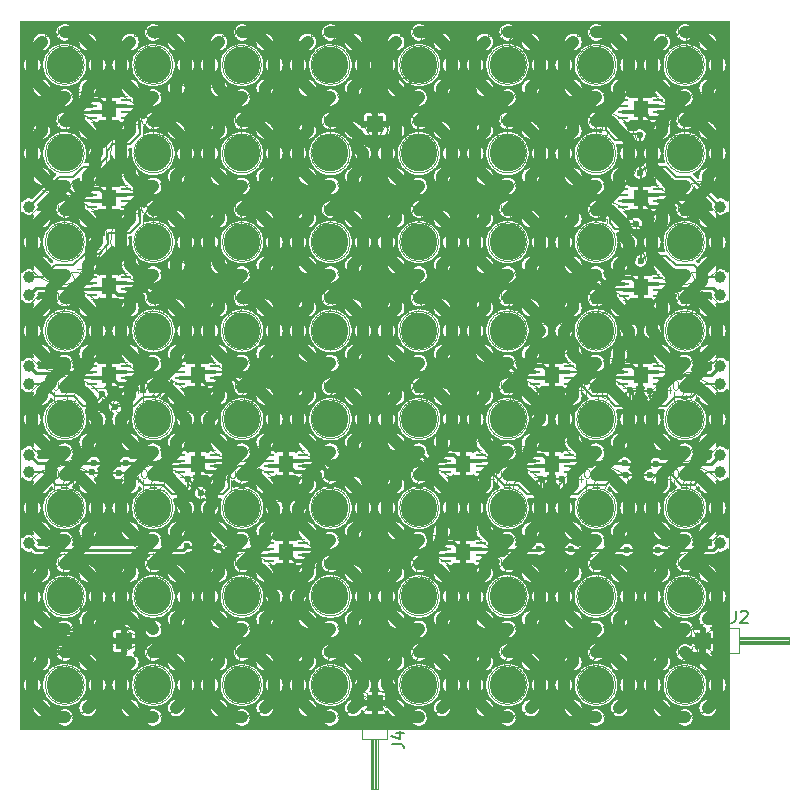
<source format=gbr>
%TF.GenerationSoftware,KiCad,Pcbnew,7.0.1*%
%TF.CreationDate,2023-08-30T09:26:03-04:00*%
%TF.ProjectId,TacTile-A,54616354-696c-4652-9d41-2e6b69636164,rev?*%
%TF.SameCoordinates,Original*%
%TF.FileFunction,Legend,Top*%
%TF.FilePolarity,Positive*%
%FSLAX46Y46*%
G04 Gerber Fmt 4.6, Leading zero omitted, Abs format (unit mm)*
G04 Created by KiCad (PCBNEW 7.0.1) date 2023-08-30 09:26:03*
%MOMM*%
%LPD*%
G01*
G04 APERTURE LIST*
G04 Aperture macros list*
%AMRoundRect*
0 Rectangle with rounded corners*
0 $1 Rounding radius*
0 $2 $3 $4 $5 $6 $7 $8 $9 X,Y pos of 4 corners*
0 Add a 4 corners polygon primitive as box body*
4,1,4,$2,$3,$4,$5,$6,$7,$8,$9,$2,$3,0*
0 Add four circle primitives for the rounded corners*
1,1,$1+$1,$2,$3*
1,1,$1+$1,$4,$5*
1,1,$1+$1,$6,$7*
1,1,$1+$1,$8,$9*
0 Add four rect primitives between the rounded corners*
20,1,$1+$1,$2,$3,$4,$5,0*
20,1,$1+$1,$4,$5,$6,$7,0*
20,1,$1+$1,$6,$7,$8,$9,0*
20,1,$1+$1,$8,$9,$2,$3,0*%
G04 Aperture macros list end*
%ADD10C,0.100000*%
%ADD11C,0.150000*%
%ADD12C,0.120000*%
%TA.AperFunction,ComponentPad*%
%ADD13C,1.000000*%
%TD*%
%TA.AperFunction,SMDPad,CuDef*%
%ADD14RoundRect,0.062500X0.325000X0.062500X-0.325000X0.062500X-0.325000X-0.062500X0.325000X-0.062500X0*%
%TD*%
%TA.AperFunction,SMDPad,CuDef*%
%ADD15R,1.300000X1.400000*%
%TD*%
%TA.AperFunction,SMDPad,CuDef*%
%ADD16RoundRect,0.062500X-0.325000X-0.062500X0.325000X-0.062500X0.325000X0.062500X-0.325000X0.062500X0*%
%TD*%
%TA.AperFunction,ComponentPad*%
%ADD17R,1.350000X1.350000*%
%TD*%
%TA.AperFunction,ViaPad*%
%ADD18C,0.600000*%
%TD*%
%TA.AperFunction,Conductor*%
%ADD19C,0.300000*%
%TD*%
%TA.AperFunction,Conductor*%
%ADD20C,0.250000*%
%TD*%
%TA.AperFunction,Conductor*%
%ADD21C,0.200000*%
%TD*%
%TA.AperFunction,Conductor*%
%ADD22C,1.000000*%
%TD*%
%ADD23RoundRect,0.130000X0.130000X0.150000X-0.130000X0.150000X-0.130000X-0.150000X0.130000X-0.150000X0*%
%ADD24RoundRect,0.062500X0.325000X0.062500X-0.325000X0.062500X-0.325000X-0.062500X0.325000X-0.062500X0*%
%ADD25RoundRect,0.130000X-0.130000X-0.150000X0.130000X-0.150000X0.130000X0.150000X-0.130000X0.150000X0*%
%ADD26RoundRect,0.062500X-0.325000X-0.062500X0.325000X-0.062500X0.325000X0.062500X-0.325000X0.062500X0*%
%ADD27C,3.100000*%
%ADD28C,1.000000*%
%ADD29R,1.300000X1.400000*%
%ADD30R,1.350000X1.350000*%
%TA.AperFunction,Profile*%
%ADD31C,0.100000*%
%TD*%
G04 APERTURE END LIST*
D10*
%TO.C,L52*%
X50735714Y-72220095D02*
X50354762Y-72220095D01*
X50354762Y-72220095D02*
X50354762Y-71420095D01*
X51383333Y-71420095D02*
X51002381Y-71420095D01*
X51002381Y-71420095D02*
X50964285Y-71801047D01*
X50964285Y-71801047D02*
X51002381Y-71762952D01*
X51002381Y-71762952D02*
X51078571Y-71724857D01*
X51078571Y-71724857D02*
X51269047Y-71724857D01*
X51269047Y-71724857D02*
X51345238Y-71762952D01*
X51345238Y-71762952D02*
X51383333Y-71801047D01*
X51383333Y-71801047D02*
X51421428Y-71877238D01*
X51421428Y-71877238D02*
X51421428Y-72067714D01*
X51421428Y-72067714D02*
X51383333Y-72143904D01*
X51383333Y-72143904D02*
X51345238Y-72182000D01*
X51345238Y-72182000D02*
X51269047Y-72220095D01*
X51269047Y-72220095D02*
X51078571Y-72220095D01*
X51078571Y-72220095D02*
X51002381Y-72182000D01*
X51002381Y-72182000D02*
X50964285Y-72143904D01*
X51726190Y-71496285D02*
X51764286Y-71458190D01*
X51764286Y-71458190D02*
X51840476Y-71420095D01*
X51840476Y-71420095D02*
X52030952Y-71420095D01*
X52030952Y-71420095D02*
X52107143Y-71458190D01*
X52107143Y-71458190D02*
X52145238Y-71496285D01*
X52145238Y-71496285D02*
X52183333Y-71572476D01*
X52183333Y-71572476D02*
X52183333Y-71648666D01*
X52183333Y-71648666D02*
X52145238Y-71762952D01*
X52145238Y-71762952D02*
X51688095Y-72220095D01*
X51688095Y-72220095D02*
X52183333Y-72220095D01*
X53902380Y-74428285D02*
X53940476Y-74390190D01*
X53940476Y-74390190D02*
X54016666Y-74352095D01*
X54016666Y-74352095D02*
X54207142Y-74352095D01*
X54207142Y-74352095D02*
X54283333Y-74390190D01*
X54283333Y-74390190D02*
X54321428Y-74428285D01*
X54321428Y-74428285D02*
X54359523Y-74504476D01*
X54359523Y-74504476D02*
X54359523Y-74580666D01*
X54359523Y-74580666D02*
X54321428Y-74694952D01*
X54321428Y-74694952D02*
X53864285Y-75152095D01*
X53864285Y-75152095D02*
X54359523Y-75152095D01*
X50164285Y-76252095D02*
X50697619Y-76252095D01*
X50697619Y-76252095D02*
X50354761Y-77052095D01*
X52264285Y-76052095D02*
X52759523Y-76052095D01*
X52759523Y-76052095D02*
X52492857Y-76356857D01*
X52492857Y-76356857D02*
X52607142Y-76356857D01*
X52607142Y-76356857D02*
X52683333Y-76394952D01*
X52683333Y-76394952D02*
X52721428Y-76433047D01*
X52721428Y-76433047D02*
X52759523Y-76509238D01*
X52759523Y-76509238D02*
X52759523Y-76699714D01*
X52759523Y-76699714D02*
X52721428Y-76775904D01*
X52721428Y-76775904D02*
X52683333Y-76814000D01*
X52683333Y-76814000D02*
X52607142Y-76852095D01*
X52607142Y-76852095D02*
X52378571Y-76852095D01*
X52378571Y-76852095D02*
X52302380Y-76814000D01*
X52302380Y-76814000D02*
X52264285Y-76775904D01*
X49983333Y-71018761D02*
X49983333Y-71552095D01*
X49792857Y-70714000D02*
X49602380Y-71285428D01*
X49602380Y-71285428D02*
X50097619Y-71285428D01*
X48683333Y-74852095D02*
X48530952Y-74852095D01*
X48530952Y-74852095D02*
X48454761Y-74890190D01*
X48454761Y-74890190D02*
X48416666Y-74928285D01*
X48416666Y-74928285D02*
X48340476Y-75042571D01*
X48340476Y-75042571D02*
X48302380Y-75194952D01*
X48302380Y-75194952D02*
X48302380Y-75499714D01*
X48302380Y-75499714D02*
X48340476Y-75575904D01*
X48340476Y-75575904D02*
X48378571Y-75614000D01*
X48378571Y-75614000D02*
X48454761Y-75652095D01*
X48454761Y-75652095D02*
X48607142Y-75652095D01*
X48607142Y-75652095D02*
X48683333Y-75614000D01*
X48683333Y-75614000D02*
X48721428Y-75575904D01*
X48721428Y-75575904D02*
X48759523Y-75499714D01*
X48759523Y-75499714D02*
X48759523Y-75309238D01*
X48759523Y-75309238D02*
X48721428Y-75233047D01*
X48721428Y-75233047D02*
X48683333Y-75194952D01*
X48683333Y-75194952D02*
X48607142Y-75156857D01*
X48607142Y-75156857D02*
X48454761Y-75156857D01*
X48454761Y-75156857D02*
X48378571Y-75194952D01*
X48378571Y-75194952D02*
X48340476Y-75233047D01*
X48340476Y-75233047D02*
X48302380Y-75309238D01*
X51992857Y-70452095D02*
X52069047Y-70452095D01*
X52069047Y-70452095D02*
X52145238Y-70490190D01*
X52145238Y-70490190D02*
X52183333Y-70528285D01*
X52183333Y-70528285D02*
X52221428Y-70604476D01*
X52221428Y-70604476D02*
X52259523Y-70756857D01*
X52259523Y-70756857D02*
X52259523Y-70947333D01*
X52259523Y-70947333D02*
X52221428Y-71099714D01*
X52221428Y-71099714D02*
X52183333Y-71175904D01*
X52183333Y-71175904D02*
X52145238Y-71214000D01*
X52145238Y-71214000D02*
X52069047Y-71252095D01*
X52069047Y-71252095D02*
X51992857Y-71252095D01*
X51992857Y-71252095D02*
X51916666Y-71214000D01*
X51916666Y-71214000D02*
X51878571Y-71175904D01*
X51878571Y-71175904D02*
X51840476Y-71099714D01*
X51840476Y-71099714D02*
X51802380Y-70947333D01*
X51802380Y-70947333D02*
X51802380Y-70756857D01*
X51802380Y-70756857D02*
X51840476Y-70604476D01*
X51840476Y-70604476D02*
X51878571Y-70528285D01*
X51878571Y-70528285D02*
X51916666Y-70490190D01*
X51916666Y-70490190D02*
X51992857Y-70452095D01*
X54159523Y-72652095D02*
X53702380Y-72652095D01*
X53930952Y-72652095D02*
X53930952Y-71852095D01*
X53930952Y-71852095D02*
X53854761Y-71966380D01*
X53854761Y-71966380D02*
X53778571Y-72042571D01*
X53778571Y-72042571D02*
X53702380Y-72080666D01*
X48521428Y-72352095D02*
X48140476Y-72352095D01*
X48140476Y-72352095D02*
X48102380Y-72733047D01*
X48102380Y-72733047D02*
X48140476Y-72694952D01*
X48140476Y-72694952D02*
X48216666Y-72656857D01*
X48216666Y-72656857D02*
X48407142Y-72656857D01*
X48407142Y-72656857D02*
X48483333Y-72694952D01*
X48483333Y-72694952D02*
X48521428Y-72733047D01*
X48521428Y-72733047D02*
X48559523Y-72809238D01*
X48559523Y-72809238D02*
X48559523Y-72999714D01*
X48559523Y-72999714D02*
X48521428Y-73075904D01*
X48521428Y-73075904D02*
X48483333Y-73114000D01*
X48483333Y-73114000D02*
X48407142Y-73152095D01*
X48407142Y-73152095D02*
X48216666Y-73152095D01*
X48216666Y-73152095D02*
X48140476Y-73114000D01*
X48140476Y-73114000D02*
X48102380Y-73075904D01*
%TO.C,L31*%
X73235714Y-49720095D02*
X72854762Y-49720095D01*
X72854762Y-49720095D02*
X72854762Y-48920095D01*
X73426190Y-48920095D02*
X73921428Y-48920095D01*
X73921428Y-48920095D02*
X73654762Y-49224857D01*
X73654762Y-49224857D02*
X73769047Y-49224857D01*
X73769047Y-49224857D02*
X73845238Y-49262952D01*
X73845238Y-49262952D02*
X73883333Y-49301047D01*
X73883333Y-49301047D02*
X73921428Y-49377238D01*
X73921428Y-49377238D02*
X73921428Y-49567714D01*
X73921428Y-49567714D02*
X73883333Y-49643904D01*
X73883333Y-49643904D02*
X73845238Y-49682000D01*
X73845238Y-49682000D02*
X73769047Y-49720095D01*
X73769047Y-49720095D02*
X73540476Y-49720095D01*
X73540476Y-49720095D02*
X73464285Y-49682000D01*
X73464285Y-49682000D02*
X73426190Y-49643904D01*
X74683333Y-49720095D02*
X74226190Y-49720095D01*
X74454762Y-49720095D02*
X74454762Y-48920095D01*
X74454762Y-48920095D02*
X74378571Y-49034380D01*
X74378571Y-49034380D02*
X74302381Y-49110571D01*
X74302381Y-49110571D02*
X74226190Y-49148666D01*
X72483333Y-48518761D02*
X72483333Y-49052095D01*
X72292857Y-48214000D02*
X72102380Y-48785428D01*
X72102380Y-48785428D02*
X72597619Y-48785428D01*
X74492857Y-47952095D02*
X74569047Y-47952095D01*
X74569047Y-47952095D02*
X74645238Y-47990190D01*
X74645238Y-47990190D02*
X74683333Y-48028285D01*
X74683333Y-48028285D02*
X74721428Y-48104476D01*
X74721428Y-48104476D02*
X74759523Y-48256857D01*
X74759523Y-48256857D02*
X74759523Y-48447333D01*
X74759523Y-48447333D02*
X74721428Y-48599714D01*
X74721428Y-48599714D02*
X74683333Y-48675904D01*
X74683333Y-48675904D02*
X74645238Y-48714000D01*
X74645238Y-48714000D02*
X74569047Y-48752095D01*
X74569047Y-48752095D02*
X74492857Y-48752095D01*
X74492857Y-48752095D02*
X74416666Y-48714000D01*
X74416666Y-48714000D02*
X74378571Y-48675904D01*
X74378571Y-48675904D02*
X74340476Y-48599714D01*
X74340476Y-48599714D02*
X74302380Y-48447333D01*
X74302380Y-48447333D02*
X74302380Y-48256857D01*
X74302380Y-48256857D02*
X74340476Y-48104476D01*
X74340476Y-48104476D02*
X74378571Y-48028285D01*
X74378571Y-48028285D02*
X74416666Y-47990190D01*
X74416666Y-47990190D02*
X74492857Y-47952095D01*
X71183333Y-52352095D02*
X71030952Y-52352095D01*
X71030952Y-52352095D02*
X70954761Y-52390190D01*
X70954761Y-52390190D02*
X70916666Y-52428285D01*
X70916666Y-52428285D02*
X70840476Y-52542571D01*
X70840476Y-52542571D02*
X70802380Y-52694952D01*
X70802380Y-52694952D02*
X70802380Y-52999714D01*
X70802380Y-52999714D02*
X70840476Y-53075904D01*
X70840476Y-53075904D02*
X70878571Y-53114000D01*
X70878571Y-53114000D02*
X70954761Y-53152095D01*
X70954761Y-53152095D02*
X71107142Y-53152095D01*
X71107142Y-53152095D02*
X71183333Y-53114000D01*
X71183333Y-53114000D02*
X71221428Y-53075904D01*
X71221428Y-53075904D02*
X71259523Y-52999714D01*
X71259523Y-52999714D02*
X71259523Y-52809238D01*
X71259523Y-52809238D02*
X71221428Y-52733047D01*
X71221428Y-52733047D02*
X71183333Y-52694952D01*
X71183333Y-52694952D02*
X71107142Y-52656857D01*
X71107142Y-52656857D02*
X70954761Y-52656857D01*
X70954761Y-52656857D02*
X70878571Y-52694952D01*
X70878571Y-52694952D02*
X70840476Y-52733047D01*
X70840476Y-52733047D02*
X70802380Y-52809238D01*
X71021428Y-49852095D02*
X70640476Y-49852095D01*
X70640476Y-49852095D02*
X70602380Y-50233047D01*
X70602380Y-50233047D02*
X70640476Y-50194952D01*
X70640476Y-50194952D02*
X70716666Y-50156857D01*
X70716666Y-50156857D02*
X70907142Y-50156857D01*
X70907142Y-50156857D02*
X70983333Y-50194952D01*
X70983333Y-50194952D02*
X71021428Y-50233047D01*
X71021428Y-50233047D02*
X71059523Y-50309238D01*
X71059523Y-50309238D02*
X71059523Y-50499714D01*
X71059523Y-50499714D02*
X71021428Y-50575904D01*
X71021428Y-50575904D02*
X70983333Y-50614000D01*
X70983333Y-50614000D02*
X70907142Y-50652095D01*
X70907142Y-50652095D02*
X70716666Y-50652095D01*
X70716666Y-50652095D02*
X70640476Y-50614000D01*
X70640476Y-50614000D02*
X70602380Y-50575904D01*
X74764285Y-53552095D02*
X75259523Y-53552095D01*
X75259523Y-53552095D02*
X74992857Y-53856857D01*
X74992857Y-53856857D02*
X75107142Y-53856857D01*
X75107142Y-53856857D02*
X75183333Y-53894952D01*
X75183333Y-53894952D02*
X75221428Y-53933047D01*
X75221428Y-53933047D02*
X75259523Y-54009238D01*
X75259523Y-54009238D02*
X75259523Y-54199714D01*
X75259523Y-54199714D02*
X75221428Y-54275904D01*
X75221428Y-54275904D02*
X75183333Y-54314000D01*
X75183333Y-54314000D02*
X75107142Y-54352095D01*
X75107142Y-54352095D02*
X74878571Y-54352095D01*
X74878571Y-54352095D02*
X74802380Y-54314000D01*
X74802380Y-54314000D02*
X74764285Y-54275904D01*
X76659523Y-50152095D02*
X76202380Y-50152095D01*
X76430952Y-50152095D02*
X76430952Y-49352095D01*
X76430952Y-49352095D02*
X76354761Y-49466380D01*
X76354761Y-49466380D02*
X76278571Y-49542571D01*
X76278571Y-49542571D02*
X76202380Y-49580666D01*
X72664285Y-53752095D02*
X73197619Y-53752095D01*
X73197619Y-53752095D02*
X72854761Y-54552095D01*
X76402380Y-51928285D02*
X76440476Y-51890190D01*
X76440476Y-51890190D02*
X76516666Y-51852095D01*
X76516666Y-51852095D02*
X76707142Y-51852095D01*
X76707142Y-51852095D02*
X76783333Y-51890190D01*
X76783333Y-51890190D02*
X76821428Y-51928285D01*
X76821428Y-51928285D02*
X76859523Y-52004476D01*
X76859523Y-52004476D02*
X76859523Y-52080666D01*
X76859523Y-52080666D02*
X76821428Y-52194952D01*
X76821428Y-52194952D02*
X76364285Y-52652095D01*
X76364285Y-52652095D02*
X76859523Y-52652095D01*
%TO.C,L11*%
X43235714Y-34720095D02*
X42854762Y-34720095D01*
X42854762Y-34720095D02*
X42854762Y-33920095D01*
X43921428Y-34720095D02*
X43464285Y-34720095D01*
X43692857Y-34720095D02*
X43692857Y-33920095D01*
X43692857Y-33920095D02*
X43616666Y-34034380D01*
X43616666Y-34034380D02*
X43540476Y-34110571D01*
X43540476Y-34110571D02*
X43464285Y-34148666D01*
X44683333Y-34720095D02*
X44226190Y-34720095D01*
X44454762Y-34720095D02*
X44454762Y-33920095D01*
X44454762Y-33920095D02*
X44378571Y-34034380D01*
X44378571Y-34034380D02*
X44302381Y-34110571D01*
X44302381Y-34110571D02*
X44226190Y-34148666D01*
X42483333Y-33518761D02*
X42483333Y-34052095D01*
X42292857Y-33214000D02*
X42102380Y-33785428D01*
X42102380Y-33785428D02*
X42597619Y-33785428D01*
X44492857Y-32952095D02*
X44569047Y-32952095D01*
X44569047Y-32952095D02*
X44645238Y-32990190D01*
X44645238Y-32990190D02*
X44683333Y-33028285D01*
X44683333Y-33028285D02*
X44721428Y-33104476D01*
X44721428Y-33104476D02*
X44759523Y-33256857D01*
X44759523Y-33256857D02*
X44759523Y-33447333D01*
X44759523Y-33447333D02*
X44721428Y-33599714D01*
X44721428Y-33599714D02*
X44683333Y-33675904D01*
X44683333Y-33675904D02*
X44645238Y-33714000D01*
X44645238Y-33714000D02*
X44569047Y-33752095D01*
X44569047Y-33752095D02*
X44492857Y-33752095D01*
X44492857Y-33752095D02*
X44416666Y-33714000D01*
X44416666Y-33714000D02*
X44378571Y-33675904D01*
X44378571Y-33675904D02*
X44340476Y-33599714D01*
X44340476Y-33599714D02*
X44302380Y-33447333D01*
X44302380Y-33447333D02*
X44302380Y-33256857D01*
X44302380Y-33256857D02*
X44340476Y-33104476D01*
X44340476Y-33104476D02*
X44378571Y-33028285D01*
X44378571Y-33028285D02*
X44416666Y-32990190D01*
X44416666Y-32990190D02*
X44492857Y-32952095D01*
X41183333Y-37352095D02*
X41030952Y-37352095D01*
X41030952Y-37352095D02*
X40954761Y-37390190D01*
X40954761Y-37390190D02*
X40916666Y-37428285D01*
X40916666Y-37428285D02*
X40840476Y-37542571D01*
X40840476Y-37542571D02*
X40802380Y-37694952D01*
X40802380Y-37694952D02*
X40802380Y-37999714D01*
X40802380Y-37999714D02*
X40840476Y-38075904D01*
X40840476Y-38075904D02*
X40878571Y-38114000D01*
X40878571Y-38114000D02*
X40954761Y-38152095D01*
X40954761Y-38152095D02*
X41107142Y-38152095D01*
X41107142Y-38152095D02*
X41183333Y-38114000D01*
X41183333Y-38114000D02*
X41221428Y-38075904D01*
X41221428Y-38075904D02*
X41259523Y-37999714D01*
X41259523Y-37999714D02*
X41259523Y-37809238D01*
X41259523Y-37809238D02*
X41221428Y-37733047D01*
X41221428Y-37733047D02*
X41183333Y-37694952D01*
X41183333Y-37694952D02*
X41107142Y-37656857D01*
X41107142Y-37656857D02*
X40954761Y-37656857D01*
X40954761Y-37656857D02*
X40878571Y-37694952D01*
X40878571Y-37694952D02*
X40840476Y-37733047D01*
X40840476Y-37733047D02*
X40802380Y-37809238D01*
X44764285Y-38552095D02*
X45259523Y-38552095D01*
X45259523Y-38552095D02*
X44992857Y-38856857D01*
X44992857Y-38856857D02*
X45107142Y-38856857D01*
X45107142Y-38856857D02*
X45183333Y-38894952D01*
X45183333Y-38894952D02*
X45221428Y-38933047D01*
X45221428Y-38933047D02*
X45259523Y-39009238D01*
X45259523Y-39009238D02*
X45259523Y-39199714D01*
X45259523Y-39199714D02*
X45221428Y-39275904D01*
X45221428Y-39275904D02*
X45183333Y-39314000D01*
X45183333Y-39314000D02*
X45107142Y-39352095D01*
X45107142Y-39352095D02*
X44878571Y-39352095D01*
X44878571Y-39352095D02*
X44802380Y-39314000D01*
X44802380Y-39314000D02*
X44764285Y-39275904D01*
X41021428Y-34852095D02*
X40640476Y-34852095D01*
X40640476Y-34852095D02*
X40602380Y-35233047D01*
X40602380Y-35233047D02*
X40640476Y-35194952D01*
X40640476Y-35194952D02*
X40716666Y-35156857D01*
X40716666Y-35156857D02*
X40907142Y-35156857D01*
X40907142Y-35156857D02*
X40983333Y-35194952D01*
X40983333Y-35194952D02*
X41021428Y-35233047D01*
X41021428Y-35233047D02*
X41059523Y-35309238D01*
X41059523Y-35309238D02*
X41059523Y-35499714D01*
X41059523Y-35499714D02*
X41021428Y-35575904D01*
X41021428Y-35575904D02*
X40983333Y-35614000D01*
X40983333Y-35614000D02*
X40907142Y-35652095D01*
X40907142Y-35652095D02*
X40716666Y-35652095D01*
X40716666Y-35652095D02*
X40640476Y-35614000D01*
X40640476Y-35614000D02*
X40602380Y-35575904D01*
X46659523Y-35152095D02*
X46202380Y-35152095D01*
X46430952Y-35152095D02*
X46430952Y-34352095D01*
X46430952Y-34352095D02*
X46354761Y-34466380D01*
X46354761Y-34466380D02*
X46278571Y-34542571D01*
X46278571Y-34542571D02*
X46202380Y-34580666D01*
X42664285Y-38752095D02*
X43197619Y-38752095D01*
X43197619Y-38752095D02*
X42854761Y-39552095D01*
X46402380Y-36928285D02*
X46440476Y-36890190D01*
X46440476Y-36890190D02*
X46516666Y-36852095D01*
X46516666Y-36852095D02*
X46707142Y-36852095D01*
X46707142Y-36852095D02*
X46783333Y-36890190D01*
X46783333Y-36890190D02*
X46821428Y-36928285D01*
X46821428Y-36928285D02*
X46859523Y-37004476D01*
X46859523Y-37004476D02*
X46859523Y-37080666D01*
X46859523Y-37080666D02*
X46821428Y-37194952D01*
X46821428Y-37194952D02*
X46364285Y-37652095D01*
X46364285Y-37652095D02*
X46859523Y-37652095D01*
%TO.C,L35*%
X43235714Y-57220095D02*
X42854762Y-57220095D01*
X42854762Y-57220095D02*
X42854762Y-56420095D01*
X43426190Y-56420095D02*
X43921428Y-56420095D01*
X43921428Y-56420095D02*
X43654762Y-56724857D01*
X43654762Y-56724857D02*
X43769047Y-56724857D01*
X43769047Y-56724857D02*
X43845238Y-56762952D01*
X43845238Y-56762952D02*
X43883333Y-56801047D01*
X43883333Y-56801047D02*
X43921428Y-56877238D01*
X43921428Y-56877238D02*
X43921428Y-57067714D01*
X43921428Y-57067714D02*
X43883333Y-57143904D01*
X43883333Y-57143904D02*
X43845238Y-57182000D01*
X43845238Y-57182000D02*
X43769047Y-57220095D01*
X43769047Y-57220095D02*
X43540476Y-57220095D01*
X43540476Y-57220095D02*
X43464285Y-57182000D01*
X43464285Y-57182000D02*
X43426190Y-57143904D01*
X44645238Y-56420095D02*
X44264286Y-56420095D01*
X44264286Y-56420095D02*
X44226190Y-56801047D01*
X44226190Y-56801047D02*
X44264286Y-56762952D01*
X44264286Y-56762952D02*
X44340476Y-56724857D01*
X44340476Y-56724857D02*
X44530952Y-56724857D01*
X44530952Y-56724857D02*
X44607143Y-56762952D01*
X44607143Y-56762952D02*
X44645238Y-56801047D01*
X44645238Y-56801047D02*
X44683333Y-56877238D01*
X44683333Y-56877238D02*
X44683333Y-57067714D01*
X44683333Y-57067714D02*
X44645238Y-57143904D01*
X44645238Y-57143904D02*
X44607143Y-57182000D01*
X44607143Y-57182000D02*
X44530952Y-57220095D01*
X44530952Y-57220095D02*
X44340476Y-57220095D01*
X44340476Y-57220095D02*
X44264286Y-57182000D01*
X44264286Y-57182000D02*
X44226190Y-57143904D01*
X41021428Y-57352095D02*
X40640476Y-57352095D01*
X40640476Y-57352095D02*
X40602380Y-57733047D01*
X40602380Y-57733047D02*
X40640476Y-57694952D01*
X40640476Y-57694952D02*
X40716666Y-57656857D01*
X40716666Y-57656857D02*
X40907142Y-57656857D01*
X40907142Y-57656857D02*
X40983333Y-57694952D01*
X40983333Y-57694952D02*
X41021428Y-57733047D01*
X41021428Y-57733047D02*
X41059523Y-57809238D01*
X41059523Y-57809238D02*
X41059523Y-57999714D01*
X41059523Y-57999714D02*
X41021428Y-58075904D01*
X41021428Y-58075904D02*
X40983333Y-58114000D01*
X40983333Y-58114000D02*
X40907142Y-58152095D01*
X40907142Y-58152095D02*
X40716666Y-58152095D01*
X40716666Y-58152095D02*
X40640476Y-58114000D01*
X40640476Y-58114000D02*
X40602380Y-58075904D01*
X42664285Y-61252095D02*
X43197619Y-61252095D01*
X43197619Y-61252095D02*
X42854761Y-62052095D01*
X46659523Y-57652095D02*
X46202380Y-57652095D01*
X46430952Y-57652095D02*
X46430952Y-56852095D01*
X46430952Y-56852095D02*
X46354761Y-56966380D01*
X46354761Y-56966380D02*
X46278571Y-57042571D01*
X46278571Y-57042571D02*
X46202380Y-57080666D01*
X44492857Y-55452095D02*
X44569047Y-55452095D01*
X44569047Y-55452095D02*
X44645238Y-55490190D01*
X44645238Y-55490190D02*
X44683333Y-55528285D01*
X44683333Y-55528285D02*
X44721428Y-55604476D01*
X44721428Y-55604476D02*
X44759523Y-55756857D01*
X44759523Y-55756857D02*
X44759523Y-55947333D01*
X44759523Y-55947333D02*
X44721428Y-56099714D01*
X44721428Y-56099714D02*
X44683333Y-56175904D01*
X44683333Y-56175904D02*
X44645238Y-56214000D01*
X44645238Y-56214000D02*
X44569047Y-56252095D01*
X44569047Y-56252095D02*
X44492857Y-56252095D01*
X44492857Y-56252095D02*
X44416666Y-56214000D01*
X44416666Y-56214000D02*
X44378571Y-56175904D01*
X44378571Y-56175904D02*
X44340476Y-56099714D01*
X44340476Y-56099714D02*
X44302380Y-55947333D01*
X44302380Y-55947333D02*
X44302380Y-55756857D01*
X44302380Y-55756857D02*
X44340476Y-55604476D01*
X44340476Y-55604476D02*
X44378571Y-55528285D01*
X44378571Y-55528285D02*
X44416666Y-55490190D01*
X44416666Y-55490190D02*
X44492857Y-55452095D01*
X46402380Y-59428285D02*
X46440476Y-59390190D01*
X46440476Y-59390190D02*
X46516666Y-59352095D01*
X46516666Y-59352095D02*
X46707142Y-59352095D01*
X46707142Y-59352095D02*
X46783333Y-59390190D01*
X46783333Y-59390190D02*
X46821428Y-59428285D01*
X46821428Y-59428285D02*
X46859523Y-59504476D01*
X46859523Y-59504476D02*
X46859523Y-59580666D01*
X46859523Y-59580666D02*
X46821428Y-59694952D01*
X46821428Y-59694952D02*
X46364285Y-60152095D01*
X46364285Y-60152095D02*
X46859523Y-60152095D01*
X41183333Y-59852095D02*
X41030952Y-59852095D01*
X41030952Y-59852095D02*
X40954761Y-59890190D01*
X40954761Y-59890190D02*
X40916666Y-59928285D01*
X40916666Y-59928285D02*
X40840476Y-60042571D01*
X40840476Y-60042571D02*
X40802380Y-60194952D01*
X40802380Y-60194952D02*
X40802380Y-60499714D01*
X40802380Y-60499714D02*
X40840476Y-60575904D01*
X40840476Y-60575904D02*
X40878571Y-60614000D01*
X40878571Y-60614000D02*
X40954761Y-60652095D01*
X40954761Y-60652095D02*
X41107142Y-60652095D01*
X41107142Y-60652095D02*
X41183333Y-60614000D01*
X41183333Y-60614000D02*
X41221428Y-60575904D01*
X41221428Y-60575904D02*
X41259523Y-60499714D01*
X41259523Y-60499714D02*
X41259523Y-60309238D01*
X41259523Y-60309238D02*
X41221428Y-60233047D01*
X41221428Y-60233047D02*
X41183333Y-60194952D01*
X41183333Y-60194952D02*
X41107142Y-60156857D01*
X41107142Y-60156857D02*
X40954761Y-60156857D01*
X40954761Y-60156857D02*
X40878571Y-60194952D01*
X40878571Y-60194952D02*
X40840476Y-60233047D01*
X40840476Y-60233047D02*
X40802380Y-60309238D01*
X42483333Y-56018761D02*
X42483333Y-56552095D01*
X42292857Y-55714000D02*
X42102380Y-56285428D01*
X42102380Y-56285428D02*
X42597619Y-56285428D01*
X44764285Y-61052095D02*
X45259523Y-61052095D01*
X45259523Y-61052095D02*
X44992857Y-61356857D01*
X44992857Y-61356857D02*
X45107142Y-61356857D01*
X45107142Y-61356857D02*
X45183333Y-61394952D01*
X45183333Y-61394952D02*
X45221428Y-61433047D01*
X45221428Y-61433047D02*
X45259523Y-61509238D01*
X45259523Y-61509238D02*
X45259523Y-61699714D01*
X45259523Y-61699714D02*
X45221428Y-61775904D01*
X45221428Y-61775904D02*
X45183333Y-61814000D01*
X45183333Y-61814000D02*
X45107142Y-61852095D01*
X45107142Y-61852095D02*
X44878571Y-61852095D01*
X44878571Y-61852095D02*
X44802380Y-61814000D01*
X44802380Y-61814000D02*
X44764285Y-61775904D01*
%TO.C,L27*%
X43235714Y-49720095D02*
X42854762Y-49720095D01*
X42854762Y-49720095D02*
X42854762Y-48920095D01*
X43464285Y-48996285D02*
X43502381Y-48958190D01*
X43502381Y-48958190D02*
X43578571Y-48920095D01*
X43578571Y-48920095D02*
X43769047Y-48920095D01*
X43769047Y-48920095D02*
X43845238Y-48958190D01*
X43845238Y-48958190D02*
X43883333Y-48996285D01*
X43883333Y-48996285D02*
X43921428Y-49072476D01*
X43921428Y-49072476D02*
X43921428Y-49148666D01*
X43921428Y-49148666D02*
X43883333Y-49262952D01*
X43883333Y-49262952D02*
X43426190Y-49720095D01*
X43426190Y-49720095D02*
X43921428Y-49720095D01*
X44188095Y-48920095D02*
X44721429Y-48920095D01*
X44721429Y-48920095D02*
X44378571Y-49720095D01*
X46402380Y-51928285D02*
X46440476Y-51890190D01*
X46440476Y-51890190D02*
X46516666Y-51852095D01*
X46516666Y-51852095D02*
X46707142Y-51852095D01*
X46707142Y-51852095D02*
X46783333Y-51890190D01*
X46783333Y-51890190D02*
X46821428Y-51928285D01*
X46821428Y-51928285D02*
X46859523Y-52004476D01*
X46859523Y-52004476D02*
X46859523Y-52080666D01*
X46859523Y-52080666D02*
X46821428Y-52194952D01*
X46821428Y-52194952D02*
X46364285Y-52652095D01*
X46364285Y-52652095D02*
X46859523Y-52652095D01*
X46659523Y-50152095D02*
X46202380Y-50152095D01*
X46430952Y-50152095D02*
X46430952Y-49352095D01*
X46430952Y-49352095D02*
X46354761Y-49466380D01*
X46354761Y-49466380D02*
X46278571Y-49542571D01*
X46278571Y-49542571D02*
X46202380Y-49580666D01*
X44764285Y-53552095D02*
X45259523Y-53552095D01*
X45259523Y-53552095D02*
X44992857Y-53856857D01*
X44992857Y-53856857D02*
X45107142Y-53856857D01*
X45107142Y-53856857D02*
X45183333Y-53894952D01*
X45183333Y-53894952D02*
X45221428Y-53933047D01*
X45221428Y-53933047D02*
X45259523Y-54009238D01*
X45259523Y-54009238D02*
X45259523Y-54199714D01*
X45259523Y-54199714D02*
X45221428Y-54275904D01*
X45221428Y-54275904D02*
X45183333Y-54314000D01*
X45183333Y-54314000D02*
X45107142Y-54352095D01*
X45107142Y-54352095D02*
X44878571Y-54352095D01*
X44878571Y-54352095D02*
X44802380Y-54314000D01*
X44802380Y-54314000D02*
X44764285Y-54275904D01*
X41021428Y-49852095D02*
X40640476Y-49852095D01*
X40640476Y-49852095D02*
X40602380Y-50233047D01*
X40602380Y-50233047D02*
X40640476Y-50194952D01*
X40640476Y-50194952D02*
X40716666Y-50156857D01*
X40716666Y-50156857D02*
X40907142Y-50156857D01*
X40907142Y-50156857D02*
X40983333Y-50194952D01*
X40983333Y-50194952D02*
X41021428Y-50233047D01*
X41021428Y-50233047D02*
X41059523Y-50309238D01*
X41059523Y-50309238D02*
X41059523Y-50499714D01*
X41059523Y-50499714D02*
X41021428Y-50575904D01*
X41021428Y-50575904D02*
X40983333Y-50614000D01*
X40983333Y-50614000D02*
X40907142Y-50652095D01*
X40907142Y-50652095D02*
X40716666Y-50652095D01*
X40716666Y-50652095D02*
X40640476Y-50614000D01*
X40640476Y-50614000D02*
X40602380Y-50575904D01*
X41183333Y-52352095D02*
X41030952Y-52352095D01*
X41030952Y-52352095D02*
X40954761Y-52390190D01*
X40954761Y-52390190D02*
X40916666Y-52428285D01*
X40916666Y-52428285D02*
X40840476Y-52542571D01*
X40840476Y-52542571D02*
X40802380Y-52694952D01*
X40802380Y-52694952D02*
X40802380Y-52999714D01*
X40802380Y-52999714D02*
X40840476Y-53075904D01*
X40840476Y-53075904D02*
X40878571Y-53114000D01*
X40878571Y-53114000D02*
X40954761Y-53152095D01*
X40954761Y-53152095D02*
X41107142Y-53152095D01*
X41107142Y-53152095D02*
X41183333Y-53114000D01*
X41183333Y-53114000D02*
X41221428Y-53075904D01*
X41221428Y-53075904D02*
X41259523Y-52999714D01*
X41259523Y-52999714D02*
X41259523Y-52809238D01*
X41259523Y-52809238D02*
X41221428Y-52733047D01*
X41221428Y-52733047D02*
X41183333Y-52694952D01*
X41183333Y-52694952D02*
X41107142Y-52656857D01*
X41107142Y-52656857D02*
X40954761Y-52656857D01*
X40954761Y-52656857D02*
X40878571Y-52694952D01*
X40878571Y-52694952D02*
X40840476Y-52733047D01*
X40840476Y-52733047D02*
X40802380Y-52809238D01*
X44492857Y-47952095D02*
X44569047Y-47952095D01*
X44569047Y-47952095D02*
X44645238Y-47990190D01*
X44645238Y-47990190D02*
X44683333Y-48028285D01*
X44683333Y-48028285D02*
X44721428Y-48104476D01*
X44721428Y-48104476D02*
X44759523Y-48256857D01*
X44759523Y-48256857D02*
X44759523Y-48447333D01*
X44759523Y-48447333D02*
X44721428Y-48599714D01*
X44721428Y-48599714D02*
X44683333Y-48675904D01*
X44683333Y-48675904D02*
X44645238Y-48714000D01*
X44645238Y-48714000D02*
X44569047Y-48752095D01*
X44569047Y-48752095D02*
X44492857Y-48752095D01*
X44492857Y-48752095D02*
X44416666Y-48714000D01*
X44416666Y-48714000D02*
X44378571Y-48675904D01*
X44378571Y-48675904D02*
X44340476Y-48599714D01*
X44340476Y-48599714D02*
X44302380Y-48447333D01*
X44302380Y-48447333D02*
X44302380Y-48256857D01*
X44302380Y-48256857D02*
X44340476Y-48104476D01*
X44340476Y-48104476D02*
X44378571Y-48028285D01*
X44378571Y-48028285D02*
X44416666Y-47990190D01*
X44416666Y-47990190D02*
X44492857Y-47952095D01*
X42483333Y-48518761D02*
X42483333Y-49052095D01*
X42292857Y-48214000D02*
X42102380Y-48785428D01*
X42102380Y-48785428D02*
X42597619Y-48785428D01*
X42664285Y-53752095D02*
X43197619Y-53752095D01*
X43197619Y-53752095D02*
X42854761Y-54552095D01*
%TO.C,L17*%
X28235714Y-42220095D02*
X27854762Y-42220095D01*
X27854762Y-42220095D02*
X27854762Y-41420095D01*
X28921428Y-42220095D02*
X28464285Y-42220095D01*
X28692857Y-42220095D02*
X28692857Y-41420095D01*
X28692857Y-41420095D02*
X28616666Y-41534380D01*
X28616666Y-41534380D02*
X28540476Y-41610571D01*
X28540476Y-41610571D02*
X28464285Y-41648666D01*
X29188095Y-41420095D02*
X29721429Y-41420095D01*
X29721429Y-41420095D02*
X29378571Y-42220095D01*
X27483333Y-41018761D02*
X27483333Y-41552095D01*
X27292857Y-40714000D02*
X27102380Y-41285428D01*
X27102380Y-41285428D02*
X27597619Y-41285428D01*
X27664285Y-46252095D02*
X28197619Y-46252095D01*
X28197619Y-46252095D02*
X27854761Y-47052095D01*
X29492857Y-40452095D02*
X29569047Y-40452095D01*
X29569047Y-40452095D02*
X29645238Y-40490190D01*
X29645238Y-40490190D02*
X29683333Y-40528285D01*
X29683333Y-40528285D02*
X29721428Y-40604476D01*
X29721428Y-40604476D02*
X29759523Y-40756857D01*
X29759523Y-40756857D02*
X29759523Y-40947333D01*
X29759523Y-40947333D02*
X29721428Y-41099714D01*
X29721428Y-41099714D02*
X29683333Y-41175904D01*
X29683333Y-41175904D02*
X29645238Y-41214000D01*
X29645238Y-41214000D02*
X29569047Y-41252095D01*
X29569047Y-41252095D02*
X29492857Y-41252095D01*
X29492857Y-41252095D02*
X29416666Y-41214000D01*
X29416666Y-41214000D02*
X29378571Y-41175904D01*
X29378571Y-41175904D02*
X29340476Y-41099714D01*
X29340476Y-41099714D02*
X29302380Y-40947333D01*
X29302380Y-40947333D02*
X29302380Y-40756857D01*
X29302380Y-40756857D02*
X29340476Y-40604476D01*
X29340476Y-40604476D02*
X29378571Y-40528285D01*
X29378571Y-40528285D02*
X29416666Y-40490190D01*
X29416666Y-40490190D02*
X29492857Y-40452095D01*
X31402380Y-44428285D02*
X31440476Y-44390190D01*
X31440476Y-44390190D02*
X31516666Y-44352095D01*
X31516666Y-44352095D02*
X31707142Y-44352095D01*
X31707142Y-44352095D02*
X31783333Y-44390190D01*
X31783333Y-44390190D02*
X31821428Y-44428285D01*
X31821428Y-44428285D02*
X31859523Y-44504476D01*
X31859523Y-44504476D02*
X31859523Y-44580666D01*
X31859523Y-44580666D02*
X31821428Y-44694952D01*
X31821428Y-44694952D02*
X31364285Y-45152095D01*
X31364285Y-45152095D02*
X31859523Y-45152095D01*
X31659523Y-42652095D02*
X31202380Y-42652095D01*
X31430952Y-42652095D02*
X31430952Y-41852095D01*
X31430952Y-41852095D02*
X31354761Y-41966380D01*
X31354761Y-41966380D02*
X31278571Y-42042571D01*
X31278571Y-42042571D02*
X31202380Y-42080666D01*
X26183333Y-44852095D02*
X26030952Y-44852095D01*
X26030952Y-44852095D02*
X25954761Y-44890190D01*
X25954761Y-44890190D02*
X25916666Y-44928285D01*
X25916666Y-44928285D02*
X25840476Y-45042571D01*
X25840476Y-45042571D02*
X25802380Y-45194952D01*
X25802380Y-45194952D02*
X25802380Y-45499714D01*
X25802380Y-45499714D02*
X25840476Y-45575904D01*
X25840476Y-45575904D02*
X25878571Y-45614000D01*
X25878571Y-45614000D02*
X25954761Y-45652095D01*
X25954761Y-45652095D02*
X26107142Y-45652095D01*
X26107142Y-45652095D02*
X26183333Y-45614000D01*
X26183333Y-45614000D02*
X26221428Y-45575904D01*
X26221428Y-45575904D02*
X26259523Y-45499714D01*
X26259523Y-45499714D02*
X26259523Y-45309238D01*
X26259523Y-45309238D02*
X26221428Y-45233047D01*
X26221428Y-45233047D02*
X26183333Y-45194952D01*
X26183333Y-45194952D02*
X26107142Y-45156857D01*
X26107142Y-45156857D02*
X25954761Y-45156857D01*
X25954761Y-45156857D02*
X25878571Y-45194952D01*
X25878571Y-45194952D02*
X25840476Y-45233047D01*
X25840476Y-45233047D02*
X25802380Y-45309238D01*
X26021428Y-42352095D02*
X25640476Y-42352095D01*
X25640476Y-42352095D02*
X25602380Y-42733047D01*
X25602380Y-42733047D02*
X25640476Y-42694952D01*
X25640476Y-42694952D02*
X25716666Y-42656857D01*
X25716666Y-42656857D02*
X25907142Y-42656857D01*
X25907142Y-42656857D02*
X25983333Y-42694952D01*
X25983333Y-42694952D02*
X26021428Y-42733047D01*
X26021428Y-42733047D02*
X26059523Y-42809238D01*
X26059523Y-42809238D02*
X26059523Y-42999714D01*
X26059523Y-42999714D02*
X26021428Y-43075904D01*
X26021428Y-43075904D02*
X25983333Y-43114000D01*
X25983333Y-43114000D02*
X25907142Y-43152095D01*
X25907142Y-43152095D02*
X25716666Y-43152095D01*
X25716666Y-43152095D02*
X25640476Y-43114000D01*
X25640476Y-43114000D02*
X25602380Y-43075904D01*
X29764285Y-46052095D02*
X30259523Y-46052095D01*
X30259523Y-46052095D02*
X29992857Y-46356857D01*
X29992857Y-46356857D02*
X30107142Y-46356857D01*
X30107142Y-46356857D02*
X30183333Y-46394952D01*
X30183333Y-46394952D02*
X30221428Y-46433047D01*
X30221428Y-46433047D02*
X30259523Y-46509238D01*
X30259523Y-46509238D02*
X30259523Y-46699714D01*
X30259523Y-46699714D02*
X30221428Y-46775904D01*
X30221428Y-46775904D02*
X30183333Y-46814000D01*
X30183333Y-46814000D02*
X30107142Y-46852095D01*
X30107142Y-46852095D02*
X29878571Y-46852095D01*
X29878571Y-46852095D02*
X29802380Y-46814000D01*
X29802380Y-46814000D02*
X29764285Y-46775904D01*
D11*
%TO.C,U10*%
X61261905Y-63912619D02*
X61261905Y-64722142D01*
X61261905Y-64722142D02*
X61309524Y-64817380D01*
X61309524Y-64817380D02*
X61357143Y-64865000D01*
X61357143Y-64865000D02*
X61452381Y-64912619D01*
X61452381Y-64912619D02*
X61642857Y-64912619D01*
X61642857Y-64912619D02*
X61738095Y-64865000D01*
X61738095Y-64865000D02*
X61785714Y-64817380D01*
X61785714Y-64817380D02*
X61833333Y-64722142D01*
X61833333Y-64722142D02*
X61833333Y-63912619D01*
X62833333Y-64912619D02*
X62261905Y-64912619D01*
X62547619Y-64912619D02*
X62547619Y-63912619D01*
X62547619Y-63912619D02*
X62452381Y-64055476D01*
X62452381Y-64055476D02*
X62357143Y-64150714D01*
X62357143Y-64150714D02*
X62261905Y-64198333D01*
X63452381Y-63912619D02*
X63547619Y-63912619D01*
X63547619Y-63912619D02*
X63642857Y-63960238D01*
X63642857Y-63960238D02*
X63690476Y-64007857D01*
X63690476Y-64007857D02*
X63738095Y-64103095D01*
X63738095Y-64103095D02*
X63785714Y-64293571D01*
X63785714Y-64293571D02*
X63785714Y-64531666D01*
X63785714Y-64531666D02*
X63738095Y-64722142D01*
X63738095Y-64722142D02*
X63690476Y-64817380D01*
X63690476Y-64817380D02*
X63642857Y-64865000D01*
X63642857Y-64865000D02*
X63547619Y-64912619D01*
X63547619Y-64912619D02*
X63452381Y-64912619D01*
X63452381Y-64912619D02*
X63357143Y-64865000D01*
X63357143Y-64865000D02*
X63309524Y-64817380D01*
X63309524Y-64817380D02*
X63261905Y-64722142D01*
X63261905Y-64722142D02*
X63214286Y-64531666D01*
X63214286Y-64531666D02*
X63214286Y-64293571D01*
X63214286Y-64293571D02*
X63261905Y-64103095D01*
X63261905Y-64103095D02*
X63309524Y-64007857D01*
X63309524Y-64007857D02*
X63357143Y-63960238D01*
X63357143Y-63960238D02*
X63452381Y-63912619D01*
D10*
%TO.C,L24*%
X80735714Y-42220095D02*
X80354762Y-42220095D01*
X80354762Y-42220095D02*
X80354762Y-41420095D01*
X80964285Y-41496285D02*
X81002381Y-41458190D01*
X81002381Y-41458190D02*
X81078571Y-41420095D01*
X81078571Y-41420095D02*
X81269047Y-41420095D01*
X81269047Y-41420095D02*
X81345238Y-41458190D01*
X81345238Y-41458190D02*
X81383333Y-41496285D01*
X81383333Y-41496285D02*
X81421428Y-41572476D01*
X81421428Y-41572476D02*
X81421428Y-41648666D01*
X81421428Y-41648666D02*
X81383333Y-41762952D01*
X81383333Y-41762952D02*
X80926190Y-42220095D01*
X80926190Y-42220095D02*
X81421428Y-42220095D01*
X82107143Y-41686761D02*
X82107143Y-42220095D01*
X81916667Y-41382000D02*
X81726190Y-41953428D01*
X81726190Y-41953428D02*
X82221429Y-41953428D01*
X81992857Y-40452095D02*
X82069047Y-40452095D01*
X82069047Y-40452095D02*
X82145238Y-40490190D01*
X82145238Y-40490190D02*
X82183333Y-40528285D01*
X82183333Y-40528285D02*
X82221428Y-40604476D01*
X82221428Y-40604476D02*
X82259523Y-40756857D01*
X82259523Y-40756857D02*
X82259523Y-40947333D01*
X82259523Y-40947333D02*
X82221428Y-41099714D01*
X82221428Y-41099714D02*
X82183333Y-41175904D01*
X82183333Y-41175904D02*
X82145238Y-41214000D01*
X82145238Y-41214000D02*
X82069047Y-41252095D01*
X82069047Y-41252095D02*
X81992857Y-41252095D01*
X81992857Y-41252095D02*
X81916666Y-41214000D01*
X81916666Y-41214000D02*
X81878571Y-41175904D01*
X81878571Y-41175904D02*
X81840476Y-41099714D01*
X81840476Y-41099714D02*
X81802380Y-40947333D01*
X81802380Y-40947333D02*
X81802380Y-40756857D01*
X81802380Y-40756857D02*
X81840476Y-40604476D01*
X81840476Y-40604476D02*
X81878571Y-40528285D01*
X81878571Y-40528285D02*
X81916666Y-40490190D01*
X81916666Y-40490190D02*
X81992857Y-40452095D01*
X78683333Y-44852095D02*
X78530952Y-44852095D01*
X78530952Y-44852095D02*
X78454761Y-44890190D01*
X78454761Y-44890190D02*
X78416666Y-44928285D01*
X78416666Y-44928285D02*
X78340476Y-45042571D01*
X78340476Y-45042571D02*
X78302380Y-45194952D01*
X78302380Y-45194952D02*
X78302380Y-45499714D01*
X78302380Y-45499714D02*
X78340476Y-45575904D01*
X78340476Y-45575904D02*
X78378571Y-45614000D01*
X78378571Y-45614000D02*
X78454761Y-45652095D01*
X78454761Y-45652095D02*
X78607142Y-45652095D01*
X78607142Y-45652095D02*
X78683333Y-45614000D01*
X78683333Y-45614000D02*
X78721428Y-45575904D01*
X78721428Y-45575904D02*
X78759523Y-45499714D01*
X78759523Y-45499714D02*
X78759523Y-45309238D01*
X78759523Y-45309238D02*
X78721428Y-45233047D01*
X78721428Y-45233047D02*
X78683333Y-45194952D01*
X78683333Y-45194952D02*
X78607142Y-45156857D01*
X78607142Y-45156857D02*
X78454761Y-45156857D01*
X78454761Y-45156857D02*
X78378571Y-45194952D01*
X78378571Y-45194952D02*
X78340476Y-45233047D01*
X78340476Y-45233047D02*
X78302380Y-45309238D01*
X83902380Y-44428285D02*
X83940476Y-44390190D01*
X83940476Y-44390190D02*
X84016666Y-44352095D01*
X84016666Y-44352095D02*
X84207142Y-44352095D01*
X84207142Y-44352095D02*
X84283333Y-44390190D01*
X84283333Y-44390190D02*
X84321428Y-44428285D01*
X84321428Y-44428285D02*
X84359523Y-44504476D01*
X84359523Y-44504476D02*
X84359523Y-44580666D01*
X84359523Y-44580666D02*
X84321428Y-44694952D01*
X84321428Y-44694952D02*
X83864285Y-45152095D01*
X83864285Y-45152095D02*
X84359523Y-45152095D01*
X80164285Y-46252095D02*
X80697619Y-46252095D01*
X80697619Y-46252095D02*
X80354761Y-47052095D01*
X84159523Y-42652095D02*
X83702380Y-42652095D01*
X83930952Y-42652095D02*
X83930952Y-41852095D01*
X83930952Y-41852095D02*
X83854761Y-41966380D01*
X83854761Y-41966380D02*
X83778571Y-42042571D01*
X83778571Y-42042571D02*
X83702380Y-42080666D01*
X78521428Y-42352095D02*
X78140476Y-42352095D01*
X78140476Y-42352095D02*
X78102380Y-42733047D01*
X78102380Y-42733047D02*
X78140476Y-42694952D01*
X78140476Y-42694952D02*
X78216666Y-42656857D01*
X78216666Y-42656857D02*
X78407142Y-42656857D01*
X78407142Y-42656857D02*
X78483333Y-42694952D01*
X78483333Y-42694952D02*
X78521428Y-42733047D01*
X78521428Y-42733047D02*
X78559523Y-42809238D01*
X78559523Y-42809238D02*
X78559523Y-42999714D01*
X78559523Y-42999714D02*
X78521428Y-43075904D01*
X78521428Y-43075904D02*
X78483333Y-43114000D01*
X78483333Y-43114000D02*
X78407142Y-43152095D01*
X78407142Y-43152095D02*
X78216666Y-43152095D01*
X78216666Y-43152095D02*
X78140476Y-43114000D01*
X78140476Y-43114000D02*
X78102380Y-43075904D01*
X79983333Y-41018761D02*
X79983333Y-41552095D01*
X79792857Y-40714000D02*
X79602380Y-41285428D01*
X79602380Y-41285428D02*
X80097619Y-41285428D01*
X82264285Y-46052095D02*
X82759523Y-46052095D01*
X82759523Y-46052095D02*
X82492857Y-46356857D01*
X82492857Y-46356857D02*
X82607142Y-46356857D01*
X82607142Y-46356857D02*
X82683333Y-46394952D01*
X82683333Y-46394952D02*
X82721428Y-46433047D01*
X82721428Y-46433047D02*
X82759523Y-46509238D01*
X82759523Y-46509238D02*
X82759523Y-46699714D01*
X82759523Y-46699714D02*
X82721428Y-46775904D01*
X82721428Y-46775904D02*
X82683333Y-46814000D01*
X82683333Y-46814000D02*
X82607142Y-46852095D01*
X82607142Y-46852095D02*
X82378571Y-46852095D01*
X82378571Y-46852095D02*
X82302380Y-46814000D01*
X82302380Y-46814000D02*
X82264285Y-46775904D01*
D11*
%TO.C,U12*%
X68761905Y-56412619D02*
X68761905Y-57222142D01*
X68761905Y-57222142D02*
X68809524Y-57317380D01*
X68809524Y-57317380D02*
X68857143Y-57365000D01*
X68857143Y-57365000D02*
X68952381Y-57412619D01*
X68952381Y-57412619D02*
X69142857Y-57412619D01*
X69142857Y-57412619D02*
X69238095Y-57365000D01*
X69238095Y-57365000D02*
X69285714Y-57317380D01*
X69285714Y-57317380D02*
X69333333Y-57222142D01*
X69333333Y-57222142D02*
X69333333Y-56412619D01*
X70333333Y-57412619D02*
X69761905Y-57412619D01*
X70047619Y-57412619D02*
X70047619Y-56412619D01*
X70047619Y-56412619D02*
X69952381Y-56555476D01*
X69952381Y-56555476D02*
X69857143Y-56650714D01*
X69857143Y-56650714D02*
X69761905Y-56698333D01*
X70714286Y-56507857D02*
X70761905Y-56460238D01*
X70761905Y-56460238D02*
X70857143Y-56412619D01*
X70857143Y-56412619D02*
X71095238Y-56412619D01*
X71095238Y-56412619D02*
X71190476Y-56460238D01*
X71190476Y-56460238D02*
X71238095Y-56507857D01*
X71238095Y-56507857D02*
X71285714Y-56603095D01*
X71285714Y-56603095D02*
X71285714Y-56698333D01*
X71285714Y-56698333D02*
X71238095Y-56841190D01*
X71238095Y-56841190D02*
X70666667Y-57412619D01*
X70666667Y-57412619D02*
X71285714Y-57412619D01*
D10*
%TO.C,L4*%
X51116666Y-27220095D02*
X50735714Y-27220095D01*
X50735714Y-27220095D02*
X50735714Y-26420095D01*
X51726190Y-26686761D02*
X51726190Y-27220095D01*
X51535714Y-26382000D02*
X51345237Y-26953428D01*
X51345237Y-26953428D02*
X51840476Y-26953428D01*
X52264285Y-31052095D02*
X52759523Y-31052095D01*
X52759523Y-31052095D02*
X52492857Y-31356857D01*
X52492857Y-31356857D02*
X52607142Y-31356857D01*
X52607142Y-31356857D02*
X52683333Y-31394952D01*
X52683333Y-31394952D02*
X52721428Y-31433047D01*
X52721428Y-31433047D02*
X52759523Y-31509238D01*
X52759523Y-31509238D02*
X52759523Y-31699714D01*
X52759523Y-31699714D02*
X52721428Y-31775904D01*
X52721428Y-31775904D02*
X52683333Y-31814000D01*
X52683333Y-31814000D02*
X52607142Y-31852095D01*
X52607142Y-31852095D02*
X52378571Y-31852095D01*
X52378571Y-31852095D02*
X52302380Y-31814000D01*
X52302380Y-31814000D02*
X52264285Y-31775904D01*
X51992857Y-25452095D02*
X52069047Y-25452095D01*
X52069047Y-25452095D02*
X52145238Y-25490190D01*
X52145238Y-25490190D02*
X52183333Y-25528285D01*
X52183333Y-25528285D02*
X52221428Y-25604476D01*
X52221428Y-25604476D02*
X52259523Y-25756857D01*
X52259523Y-25756857D02*
X52259523Y-25947333D01*
X52259523Y-25947333D02*
X52221428Y-26099714D01*
X52221428Y-26099714D02*
X52183333Y-26175904D01*
X52183333Y-26175904D02*
X52145238Y-26214000D01*
X52145238Y-26214000D02*
X52069047Y-26252095D01*
X52069047Y-26252095D02*
X51992857Y-26252095D01*
X51992857Y-26252095D02*
X51916666Y-26214000D01*
X51916666Y-26214000D02*
X51878571Y-26175904D01*
X51878571Y-26175904D02*
X51840476Y-26099714D01*
X51840476Y-26099714D02*
X51802380Y-25947333D01*
X51802380Y-25947333D02*
X51802380Y-25756857D01*
X51802380Y-25756857D02*
X51840476Y-25604476D01*
X51840476Y-25604476D02*
X51878571Y-25528285D01*
X51878571Y-25528285D02*
X51916666Y-25490190D01*
X51916666Y-25490190D02*
X51992857Y-25452095D01*
X53902380Y-29428285D02*
X53940476Y-29390190D01*
X53940476Y-29390190D02*
X54016666Y-29352095D01*
X54016666Y-29352095D02*
X54207142Y-29352095D01*
X54207142Y-29352095D02*
X54283333Y-29390190D01*
X54283333Y-29390190D02*
X54321428Y-29428285D01*
X54321428Y-29428285D02*
X54359523Y-29504476D01*
X54359523Y-29504476D02*
X54359523Y-29580666D01*
X54359523Y-29580666D02*
X54321428Y-29694952D01*
X54321428Y-29694952D02*
X53864285Y-30152095D01*
X53864285Y-30152095D02*
X54359523Y-30152095D01*
X48521428Y-27352095D02*
X48140476Y-27352095D01*
X48140476Y-27352095D02*
X48102380Y-27733047D01*
X48102380Y-27733047D02*
X48140476Y-27694952D01*
X48140476Y-27694952D02*
X48216666Y-27656857D01*
X48216666Y-27656857D02*
X48407142Y-27656857D01*
X48407142Y-27656857D02*
X48483333Y-27694952D01*
X48483333Y-27694952D02*
X48521428Y-27733047D01*
X48521428Y-27733047D02*
X48559523Y-27809238D01*
X48559523Y-27809238D02*
X48559523Y-27999714D01*
X48559523Y-27999714D02*
X48521428Y-28075904D01*
X48521428Y-28075904D02*
X48483333Y-28114000D01*
X48483333Y-28114000D02*
X48407142Y-28152095D01*
X48407142Y-28152095D02*
X48216666Y-28152095D01*
X48216666Y-28152095D02*
X48140476Y-28114000D01*
X48140476Y-28114000D02*
X48102380Y-28075904D01*
X49983333Y-26018761D02*
X49983333Y-26552095D01*
X49792857Y-25714000D02*
X49602380Y-26285428D01*
X49602380Y-26285428D02*
X50097619Y-26285428D01*
X54159523Y-27652095D02*
X53702380Y-27652095D01*
X53930952Y-27652095D02*
X53930952Y-26852095D01*
X53930952Y-26852095D02*
X53854761Y-26966380D01*
X53854761Y-26966380D02*
X53778571Y-27042571D01*
X53778571Y-27042571D02*
X53702380Y-27080666D01*
X48683333Y-29852095D02*
X48530952Y-29852095D01*
X48530952Y-29852095D02*
X48454761Y-29890190D01*
X48454761Y-29890190D02*
X48416666Y-29928285D01*
X48416666Y-29928285D02*
X48340476Y-30042571D01*
X48340476Y-30042571D02*
X48302380Y-30194952D01*
X48302380Y-30194952D02*
X48302380Y-30499714D01*
X48302380Y-30499714D02*
X48340476Y-30575904D01*
X48340476Y-30575904D02*
X48378571Y-30614000D01*
X48378571Y-30614000D02*
X48454761Y-30652095D01*
X48454761Y-30652095D02*
X48607142Y-30652095D01*
X48607142Y-30652095D02*
X48683333Y-30614000D01*
X48683333Y-30614000D02*
X48721428Y-30575904D01*
X48721428Y-30575904D02*
X48759523Y-30499714D01*
X48759523Y-30499714D02*
X48759523Y-30309238D01*
X48759523Y-30309238D02*
X48721428Y-30233047D01*
X48721428Y-30233047D02*
X48683333Y-30194952D01*
X48683333Y-30194952D02*
X48607142Y-30156857D01*
X48607142Y-30156857D02*
X48454761Y-30156857D01*
X48454761Y-30156857D02*
X48378571Y-30194952D01*
X48378571Y-30194952D02*
X48340476Y-30233047D01*
X48340476Y-30233047D02*
X48302380Y-30309238D01*
X50164285Y-31252095D02*
X50697619Y-31252095D01*
X50697619Y-31252095D02*
X50354761Y-32052095D01*
%TO.C,L62*%
X65735714Y-79720095D02*
X65354762Y-79720095D01*
X65354762Y-79720095D02*
X65354762Y-78920095D01*
X66345238Y-78920095D02*
X66192857Y-78920095D01*
X66192857Y-78920095D02*
X66116666Y-78958190D01*
X66116666Y-78958190D02*
X66078571Y-78996285D01*
X66078571Y-78996285D02*
X66002381Y-79110571D01*
X66002381Y-79110571D02*
X65964285Y-79262952D01*
X65964285Y-79262952D02*
X65964285Y-79567714D01*
X65964285Y-79567714D02*
X66002381Y-79643904D01*
X66002381Y-79643904D02*
X66040476Y-79682000D01*
X66040476Y-79682000D02*
X66116666Y-79720095D01*
X66116666Y-79720095D02*
X66269047Y-79720095D01*
X66269047Y-79720095D02*
X66345238Y-79682000D01*
X66345238Y-79682000D02*
X66383333Y-79643904D01*
X66383333Y-79643904D02*
X66421428Y-79567714D01*
X66421428Y-79567714D02*
X66421428Y-79377238D01*
X66421428Y-79377238D02*
X66383333Y-79301047D01*
X66383333Y-79301047D02*
X66345238Y-79262952D01*
X66345238Y-79262952D02*
X66269047Y-79224857D01*
X66269047Y-79224857D02*
X66116666Y-79224857D01*
X66116666Y-79224857D02*
X66040476Y-79262952D01*
X66040476Y-79262952D02*
X66002381Y-79301047D01*
X66002381Y-79301047D02*
X65964285Y-79377238D01*
X66726190Y-78996285D02*
X66764286Y-78958190D01*
X66764286Y-78958190D02*
X66840476Y-78920095D01*
X66840476Y-78920095D02*
X67030952Y-78920095D01*
X67030952Y-78920095D02*
X67107143Y-78958190D01*
X67107143Y-78958190D02*
X67145238Y-78996285D01*
X67145238Y-78996285D02*
X67183333Y-79072476D01*
X67183333Y-79072476D02*
X67183333Y-79148666D01*
X67183333Y-79148666D02*
X67145238Y-79262952D01*
X67145238Y-79262952D02*
X66688095Y-79720095D01*
X66688095Y-79720095D02*
X67183333Y-79720095D01*
X68902380Y-81928285D02*
X68940476Y-81890190D01*
X68940476Y-81890190D02*
X69016666Y-81852095D01*
X69016666Y-81852095D02*
X69207142Y-81852095D01*
X69207142Y-81852095D02*
X69283333Y-81890190D01*
X69283333Y-81890190D02*
X69321428Y-81928285D01*
X69321428Y-81928285D02*
X69359523Y-82004476D01*
X69359523Y-82004476D02*
X69359523Y-82080666D01*
X69359523Y-82080666D02*
X69321428Y-82194952D01*
X69321428Y-82194952D02*
X68864285Y-82652095D01*
X68864285Y-82652095D02*
X69359523Y-82652095D01*
X69159523Y-80152095D02*
X68702380Y-80152095D01*
X68930952Y-80152095D02*
X68930952Y-79352095D01*
X68930952Y-79352095D02*
X68854761Y-79466380D01*
X68854761Y-79466380D02*
X68778571Y-79542571D01*
X68778571Y-79542571D02*
X68702380Y-79580666D01*
X66992857Y-77952095D02*
X67069047Y-77952095D01*
X67069047Y-77952095D02*
X67145238Y-77990190D01*
X67145238Y-77990190D02*
X67183333Y-78028285D01*
X67183333Y-78028285D02*
X67221428Y-78104476D01*
X67221428Y-78104476D02*
X67259523Y-78256857D01*
X67259523Y-78256857D02*
X67259523Y-78447333D01*
X67259523Y-78447333D02*
X67221428Y-78599714D01*
X67221428Y-78599714D02*
X67183333Y-78675904D01*
X67183333Y-78675904D02*
X67145238Y-78714000D01*
X67145238Y-78714000D02*
X67069047Y-78752095D01*
X67069047Y-78752095D02*
X66992857Y-78752095D01*
X66992857Y-78752095D02*
X66916666Y-78714000D01*
X66916666Y-78714000D02*
X66878571Y-78675904D01*
X66878571Y-78675904D02*
X66840476Y-78599714D01*
X66840476Y-78599714D02*
X66802380Y-78447333D01*
X66802380Y-78447333D02*
X66802380Y-78256857D01*
X66802380Y-78256857D02*
X66840476Y-78104476D01*
X66840476Y-78104476D02*
X66878571Y-78028285D01*
X66878571Y-78028285D02*
X66916666Y-77990190D01*
X66916666Y-77990190D02*
X66992857Y-77952095D01*
X63683333Y-82352095D02*
X63530952Y-82352095D01*
X63530952Y-82352095D02*
X63454761Y-82390190D01*
X63454761Y-82390190D02*
X63416666Y-82428285D01*
X63416666Y-82428285D02*
X63340476Y-82542571D01*
X63340476Y-82542571D02*
X63302380Y-82694952D01*
X63302380Y-82694952D02*
X63302380Y-82999714D01*
X63302380Y-82999714D02*
X63340476Y-83075904D01*
X63340476Y-83075904D02*
X63378571Y-83114000D01*
X63378571Y-83114000D02*
X63454761Y-83152095D01*
X63454761Y-83152095D02*
X63607142Y-83152095D01*
X63607142Y-83152095D02*
X63683333Y-83114000D01*
X63683333Y-83114000D02*
X63721428Y-83075904D01*
X63721428Y-83075904D02*
X63759523Y-82999714D01*
X63759523Y-82999714D02*
X63759523Y-82809238D01*
X63759523Y-82809238D02*
X63721428Y-82733047D01*
X63721428Y-82733047D02*
X63683333Y-82694952D01*
X63683333Y-82694952D02*
X63607142Y-82656857D01*
X63607142Y-82656857D02*
X63454761Y-82656857D01*
X63454761Y-82656857D02*
X63378571Y-82694952D01*
X63378571Y-82694952D02*
X63340476Y-82733047D01*
X63340476Y-82733047D02*
X63302380Y-82809238D01*
X67264285Y-83552095D02*
X67759523Y-83552095D01*
X67759523Y-83552095D02*
X67492857Y-83856857D01*
X67492857Y-83856857D02*
X67607142Y-83856857D01*
X67607142Y-83856857D02*
X67683333Y-83894952D01*
X67683333Y-83894952D02*
X67721428Y-83933047D01*
X67721428Y-83933047D02*
X67759523Y-84009238D01*
X67759523Y-84009238D02*
X67759523Y-84199714D01*
X67759523Y-84199714D02*
X67721428Y-84275904D01*
X67721428Y-84275904D02*
X67683333Y-84314000D01*
X67683333Y-84314000D02*
X67607142Y-84352095D01*
X67607142Y-84352095D02*
X67378571Y-84352095D01*
X67378571Y-84352095D02*
X67302380Y-84314000D01*
X67302380Y-84314000D02*
X67264285Y-84275904D01*
X63521428Y-79852095D02*
X63140476Y-79852095D01*
X63140476Y-79852095D02*
X63102380Y-80233047D01*
X63102380Y-80233047D02*
X63140476Y-80194952D01*
X63140476Y-80194952D02*
X63216666Y-80156857D01*
X63216666Y-80156857D02*
X63407142Y-80156857D01*
X63407142Y-80156857D02*
X63483333Y-80194952D01*
X63483333Y-80194952D02*
X63521428Y-80233047D01*
X63521428Y-80233047D02*
X63559523Y-80309238D01*
X63559523Y-80309238D02*
X63559523Y-80499714D01*
X63559523Y-80499714D02*
X63521428Y-80575904D01*
X63521428Y-80575904D02*
X63483333Y-80614000D01*
X63483333Y-80614000D02*
X63407142Y-80652095D01*
X63407142Y-80652095D02*
X63216666Y-80652095D01*
X63216666Y-80652095D02*
X63140476Y-80614000D01*
X63140476Y-80614000D02*
X63102380Y-80575904D01*
X65164285Y-83752095D02*
X65697619Y-83752095D01*
X65697619Y-83752095D02*
X65354761Y-84552095D01*
X64983333Y-78518761D02*
X64983333Y-79052095D01*
X64792857Y-78214000D02*
X64602380Y-78785428D01*
X64602380Y-78785428D02*
X65097619Y-78785428D01*
%TO.C,L53*%
X58235714Y-72220095D02*
X57854762Y-72220095D01*
X57854762Y-72220095D02*
X57854762Y-71420095D01*
X58883333Y-71420095D02*
X58502381Y-71420095D01*
X58502381Y-71420095D02*
X58464285Y-71801047D01*
X58464285Y-71801047D02*
X58502381Y-71762952D01*
X58502381Y-71762952D02*
X58578571Y-71724857D01*
X58578571Y-71724857D02*
X58769047Y-71724857D01*
X58769047Y-71724857D02*
X58845238Y-71762952D01*
X58845238Y-71762952D02*
X58883333Y-71801047D01*
X58883333Y-71801047D02*
X58921428Y-71877238D01*
X58921428Y-71877238D02*
X58921428Y-72067714D01*
X58921428Y-72067714D02*
X58883333Y-72143904D01*
X58883333Y-72143904D02*
X58845238Y-72182000D01*
X58845238Y-72182000D02*
X58769047Y-72220095D01*
X58769047Y-72220095D02*
X58578571Y-72220095D01*
X58578571Y-72220095D02*
X58502381Y-72182000D01*
X58502381Y-72182000D02*
X58464285Y-72143904D01*
X59188095Y-71420095D02*
X59683333Y-71420095D01*
X59683333Y-71420095D02*
X59416667Y-71724857D01*
X59416667Y-71724857D02*
X59530952Y-71724857D01*
X59530952Y-71724857D02*
X59607143Y-71762952D01*
X59607143Y-71762952D02*
X59645238Y-71801047D01*
X59645238Y-71801047D02*
X59683333Y-71877238D01*
X59683333Y-71877238D02*
X59683333Y-72067714D01*
X59683333Y-72067714D02*
X59645238Y-72143904D01*
X59645238Y-72143904D02*
X59607143Y-72182000D01*
X59607143Y-72182000D02*
X59530952Y-72220095D01*
X59530952Y-72220095D02*
X59302381Y-72220095D01*
X59302381Y-72220095D02*
X59226190Y-72182000D01*
X59226190Y-72182000D02*
X59188095Y-72143904D01*
X56021428Y-72352095D02*
X55640476Y-72352095D01*
X55640476Y-72352095D02*
X55602380Y-72733047D01*
X55602380Y-72733047D02*
X55640476Y-72694952D01*
X55640476Y-72694952D02*
X55716666Y-72656857D01*
X55716666Y-72656857D02*
X55907142Y-72656857D01*
X55907142Y-72656857D02*
X55983333Y-72694952D01*
X55983333Y-72694952D02*
X56021428Y-72733047D01*
X56021428Y-72733047D02*
X56059523Y-72809238D01*
X56059523Y-72809238D02*
X56059523Y-72999714D01*
X56059523Y-72999714D02*
X56021428Y-73075904D01*
X56021428Y-73075904D02*
X55983333Y-73114000D01*
X55983333Y-73114000D02*
X55907142Y-73152095D01*
X55907142Y-73152095D02*
X55716666Y-73152095D01*
X55716666Y-73152095D02*
X55640476Y-73114000D01*
X55640476Y-73114000D02*
X55602380Y-73075904D01*
X61402380Y-74428285D02*
X61440476Y-74390190D01*
X61440476Y-74390190D02*
X61516666Y-74352095D01*
X61516666Y-74352095D02*
X61707142Y-74352095D01*
X61707142Y-74352095D02*
X61783333Y-74390190D01*
X61783333Y-74390190D02*
X61821428Y-74428285D01*
X61821428Y-74428285D02*
X61859523Y-74504476D01*
X61859523Y-74504476D02*
X61859523Y-74580666D01*
X61859523Y-74580666D02*
X61821428Y-74694952D01*
X61821428Y-74694952D02*
X61364285Y-75152095D01*
X61364285Y-75152095D02*
X61859523Y-75152095D01*
X56183333Y-74852095D02*
X56030952Y-74852095D01*
X56030952Y-74852095D02*
X55954761Y-74890190D01*
X55954761Y-74890190D02*
X55916666Y-74928285D01*
X55916666Y-74928285D02*
X55840476Y-75042571D01*
X55840476Y-75042571D02*
X55802380Y-75194952D01*
X55802380Y-75194952D02*
X55802380Y-75499714D01*
X55802380Y-75499714D02*
X55840476Y-75575904D01*
X55840476Y-75575904D02*
X55878571Y-75614000D01*
X55878571Y-75614000D02*
X55954761Y-75652095D01*
X55954761Y-75652095D02*
X56107142Y-75652095D01*
X56107142Y-75652095D02*
X56183333Y-75614000D01*
X56183333Y-75614000D02*
X56221428Y-75575904D01*
X56221428Y-75575904D02*
X56259523Y-75499714D01*
X56259523Y-75499714D02*
X56259523Y-75309238D01*
X56259523Y-75309238D02*
X56221428Y-75233047D01*
X56221428Y-75233047D02*
X56183333Y-75194952D01*
X56183333Y-75194952D02*
X56107142Y-75156857D01*
X56107142Y-75156857D02*
X55954761Y-75156857D01*
X55954761Y-75156857D02*
X55878571Y-75194952D01*
X55878571Y-75194952D02*
X55840476Y-75233047D01*
X55840476Y-75233047D02*
X55802380Y-75309238D01*
X57483333Y-71018761D02*
X57483333Y-71552095D01*
X57292857Y-70714000D02*
X57102380Y-71285428D01*
X57102380Y-71285428D02*
X57597619Y-71285428D01*
X61659523Y-72652095D02*
X61202380Y-72652095D01*
X61430952Y-72652095D02*
X61430952Y-71852095D01*
X61430952Y-71852095D02*
X61354761Y-71966380D01*
X61354761Y-71966380D02*
X61278571Y-72042571D01*
X61278571Y-72042571D02*
X61202380Y-72080666D01*
X59492857Y-70452095D02*
X59569047Y-70452095D01*
X59569047Y-70452095D02*
X59645238Y-70490190D01*
X59645238Y-70490190D02*
X59683333Y-70528285D01*
X59683333Y-70528285D02*
X59721428Y-70604476D01*
X59721428Y-70604476D02*
X59759523Y-70756857D01*
X59759523Y-70756857D02*
X59759523Y-70947333D01*
X59759523Y-70947333D02*
X59721428Y-71099714D01*
X59721428Y-71099714D02*
X59683333Y-71175904D01*
X59683333Y-71175904D02*
X59645238Y-71214000D01*
X59645238Y-71214000D02*
X59569047Y-71252095D01*
X59569047Y-71252095D02*
X59492857Y-71252095D01*
X59492857Y-71252095D02*
X59416666Y-71214000D01*
X59416666Y-71214000D02*
X59378571Y-71175904D01*
X59378571Y-71175904D02*
X59340476Y-71099714D01*
X59340476Y-71099714D02*
X59302380Y-70947333D01*
X59302380Y-70947333D02*
X59302380Y-70756857D01*
X59302380Y-70756857D02*
X59340476Y-70604476D01*
X59340476Y-70604476D02*
X59378571Y-70528285D01*
X59378571Y-70528285D02*
X59416666Y-70490190D01*
X59416666Y-70490190D02*
X59492857Y-70452095D01*
X59764285Y-76052095D02*
X60259523Y-76052095D01*
X60259523Y-76052095D02*
X59992857Y-76356857D01*
X59992857Y-76356857D02*
X60107142Y-76356857D01*
X60107142Y-76356857D02*
X60183333Y-76394952D01*
X60183333Y-76394952D02*
X60221428Y-76433047D01*
X60221428Y-76433047D02*
X60259523Y-76509238D01*
X60259523Y-76509238D02*
X60259523Y-76699714D01*
X60259523Y-76699714D02*
X60221428Y-76775904D01*
X60221428Y-76775904D02*
X60183333Y-76814000D01*
X60183333Y-76814000D02*
X60107142Y-76852095D01*
X60107142Y-76852095D02*
X59878571Y-76852095D01*
X59878571Y-76852095D02*
X59802380Y-76814000D01*
X59802380Y-76814000D02*
X59764285Y-76775904D01*
X57664285Y-76252095D02*
X58197619Y-76252095D01*
X58197619Y-76252095D02*
X57854761Y-77052095D01*
D11*
%TO.C,U13*%
X76261905Y-56412619D02*
X76261905Y-57222142D01*
X76261905Y-57222142D02*
X76309524Y-57317380D01*
X76309524Y-57317380D02*
X76357143Y-57365000D01*
X76357143Y-57365000D02*
X76452381Y-57412619D01*
X76452381Y-57412619D02*
X76642857Y-57412619D01*
X76642857Y-57412619D02*
X76738095Y-57365000D01*
X76738095Y-57365000D02*
X76785714Y-57317380D01*
X76785714Y-57317380D02*
X76833333Y-57222142D01*
X76833333Y-57222142D02*
X76833333Y-56412619D01*
X77833333Y-57412619D02*
X77261905Y-57412619D01*
X77547619Y-57412619D02*
X77547619Y-56412619D01*
X77547619Y-56412619D02*
X77452381Y-56555476D01*
X77452381Y-56555476D02*
X77357143Y-56650714D01*
X77357143Y-56650714D02*
X77261905Y-56698333D01*
X78166667Y-56412619D02*
X78785714Y-56412619D01*
X78785714Y-56412619D02*
X78452381Y-56793571D01*
X78452381Y-56793571D02*
X78595238Y-56793571D01*
X78595238Y-56793571D02*
X78690476Y-56841190D01*
X78690476Y-56841190D02*
X78738095Y-56888809D01*
X78738095Y-56888809D02*
X78785714Y-56984047D01*
X78785714Y-56984047D02*
X78785714Y-57222142D01*
X78785714Y-57222142D02*
X78738095Y-57317380D01*
X78738095Y-57317380D02*
X78690476Y-57365000D01*
X78690476Y-57365000D02*
X78595238Y-57412619D01*
X78595238Y-57412619D02*
X78309524Y-57412619D01*
X78309524Y-57412619D02*
X78214286Y-57365000D01*
X78214286Y-57365000D02*
X78166667Y-57317380D01*
%TO.C,U1*%
X31738095Y-33912619D02*
X31738095Y-34722142D01*
X31738095Y-34722142D02*
X31785714Y-34817380D01*
X31785714Y-34817380D02*
X31833333Y-34865000D01*
X31833333Y-34865000D02*
X31928571Y-34912619D01*
X31928571Y-34912619D02*
X32119047Y-34912619D01*
X32119047Y-34912619D02*
X32214285Y-34865000D01*
X32214285Y-34865000D02*
X32261904Y-34817380D01*
X32261904Y-34817380D02*
X32309523Y-34722142D01*
X32309523Y-34722142D02*
X32309523Y-33912619D01*
X33309523Y-34912619D02*
X32738095Y-34912619D01*
X33023809Y-34912619D02*
X33023809Y-33912619D01*
X33023809Y-33912619D02*
X32928571Y-34055476D01*
X32928571Y-34055476D02*
X32833333Y-34150714D01*
X32833333Y-34150714D02*
X32738095Y-34198333D01*
D10*
%TO.C,L19*%
X43235714Y-42220095D02*
X42854762Y-42220095D01*
X42854762Y-42220095D02*
X42854762Y-41420095D01*
X43921428Y-42220095D02*
X43464285Y-42220095D01*
X43692857Y-42220095D02*
X43692857Y-41420095D01*
X43692857Y-41420095D02*
X43616666Y-41534380D01*
X43616666Y-41534380D02*
X43540476Y-41610571D01*
X43540476Y-41610571D02*
X43464285Y-41648666D01*
X44302381Y-42220095D02*
X44454762Y-42220095D01*
X44454762Y-42220095D02*
X44530952Y-42182000D01*
X44530952Y-42182000D02*
X44569048Y-42143904D01*
X44569048Y-42143904D02*
X44645238Y-42029619D01*
X44645238Y-42029619D02*
X44683333Y-41877238D01*
X44683333Y-41877238D02*
X44683333Y-41572476D01*
X44683333Y-41572476D02*
X44645238Y-41496285D01*
X44645238Y-41496285D02*
X44607143Y-41458190D01*
X44607143Y-41458190D02*
X44530952Y-41420095D01*
X44530952Y-41420095D02*
X44378571Y-41420095D01*
X44378571Y-41420095D02*
X44302381Y-41458190D01*
X44302381Y-41458190D02*
X44264286Y-41496285D01*
X44264286Y-41496285D02*
X44226190Y-41572476D01*
X44226190Y-41572476D02*
X44226190Y-41762952D01*
X44226190Y-41762952D02*
X44264286Y-41839142D01*
X44264286Y-41839142D02*
X44302381Y-41877238D01*
X44302381Y-41877238D02*
X44378571Y-41915333D01*
X44378571Y-41915333D02*
X44530952Y-41915333D01*
X44530952Y-41915333D02*
X44607143Y-41877238D01*
X44607143Y-41877238D02*
X44645238Y-41839142D01*
X44645238Y-41839142D02*
X44683333Y-41762952D01*
X46659523Y-42652095D02*
X46202380Y-42652095D01*
X46430952Y-42652095D02*
X46430952Y-41852095D01*
X46430952Y-41852095D02*
X46354761Y-41966380D01*
X46354761Y-41966380D02*
X46278571Y-42042571D01*
X46278571Y-42042571D02*
X46202380Y-42080666D01*
X46402380Y-44428285D02*
X46440476Y-44390190D01*
X46440476Y-44390190D02*
X46516666Y-44352095D01*
X46516666Y-44352095D02*
X46707142Y-44352095D01*
X46707142Y-44352095D02*
X46783333Y-44390190D01*
X46783333Y-44390190D02*
X46821428Y-44428285D01*
X46821428Y-44428285D02*
X46859523Y-44504476D01*
X46859523Y-44504476D02*
X46859523Y-44580666D01*
X46859523Y-44580666D02*
X46821428Y-44694952D01*
X46821428Y-44694952D02*
X46364285Y-45152095D01*
X46364285Y-45152095D02*
X46859523Y-45152095D01*
X42483333Y-41018761D02*
X42483333Y-41552095D01*
X42292857Y-40714000D02*
X42102380Y-41285428D01*
X42102380Y-41285428D02*
X42597619Y-41285428D01*
X41021428Y-42352095D02*
X40640476Y-42352095D01*
X40640476Y-42352095D02*
X40602380Y-42733047D01*
X40602380Y-42733047D02*
X40640476Y-42694952D01*
X40640476Y-42694952D02*
X40716666Y-42656857D01*
X40716666Y-42656857D02*
X40907142Y-42656857D01*
X40907142Y-42656857D02*
X40983333Y-42694952D01*
X40983333Y-42694952D02*
X41021428Y-42733047D01*
X41021428Y-42733047D02*
X41059523Y-42809238D01*
X41059523Y-42809238D02*
X41059523Y-42999714D01*
X41059523Y-42999714D02*
X41021428Y-43075904D01*
X41021428Y-43075904D02*
X40983333Y-43114000D01*
X40983333Y-43114000D02*
X40907142Y-43152095D01*
X40907142Y-43152095D02*
X40716666Y-43152095D01*
X40716666Y-43152095D02*
X40640476Y-43114000D01*
X40640476Y-43114000D02*
X40602380Y-43075904D01*
X44764285Y-46052095D02*
X45259523Y-46052095D01*
X45259523Y-46052095D02*
X44992857Y-46356857D01*
X44992857Y-46356857D02*
X45107142Y-46356857D01*
X45107142Y-46356857D02*
X45183333Y-46394952D01*
X45183333Y-46394952D02*
X45221428Y-46433047D01*
X45221428Y-46433047D02*
X45259523Y-46509238D01*
X45259523Y-46509238D02*
X45259523Y-46699714D01*
X45259523Y-46699714D02*
X45221428Y-46775904D01*
X45221428Y-46775904D02*
X45183333Y-46814000D01*
X45183333Y-46814000D02*
X45107142Y-46852095D01*
X45107142Y-46852095D02*
X44878571Y-46852095D01*
X44878571Y-46852095D02*
X44802380Y-46814000D01*
X44802380Y-46814000D02*
X44764285Y-46775904D01*
X42664285Y-46252095D02*
X43197619Y-46252095D01*
X43197619Y-46252095D02*
X42854761Y-47052095D01*
X41183333Y-44852095D02*
X41030952Y-44852095D01*
X41030952Y-44852095D02*
X40954761Y-44890190D01*
X40954761Y-44890190D02*
X40916666Y-44928285D01*
X40916666Y-44928285D02*
X40840476Y-45042571D01*
X40840476Y-45042571D02*
X40802380Y-45194952D01*
X40802380Y-45194952D02*
X40802380Y-45499714D01*
X40802380Y-45499714D02*
X40840476Y-45575904D01*
X40840476Y-45575904D02*
X40878571Y-45614000D01*
X40878571Y-45614000D02*
X40954761Y-45652095D01*
X40954761Y-45652095D02*
X41107142Y-45652095D01*
X41107142Y-45652095D02*
X41183333Y-45614000D01*
X41183333Y-45614000D02*
X41221428Y-45575904D01*
X41221428Y-45575904D02*
X41259523Y-45499714D01*
X41259523Y-45499714D02*
X41259523Y-45309238D01*
X41259523Y-45309238D02*
X41221428Y-45233047D01*
X41221428Y-45233047D02*
X41183333Y-45194952D01*
X41183333Y-45194952D02*
X41107142Y-45156857D01*
X41107142Y-45156857D02*
X40954761Y-45156857D01*
X40954761Y-45156857D02*
X40878571Y-45194952D01*
X40878571Y-45194952D02*
X40840476Y-45233047D01*
X40840476Y-45233047D02*
X40802380Y-45309238D01*
X44492857Y-40452095D02*
X44569047Y-40452095D01*
X44569047Y-40452095D02*
X44645238Y-40490190D01*
X44645238Y-40490190D02*
X44683333Y-40528285D01*
X44683333Y-40528285D02*
X44721428Y-40604476D01*
X44721428Y-40604476D02*
X44759523Y-40756857D01*
X44759523Y-40756857D02*
X44759523Y-40947333D01*
X44759523Y-40947333D02*
X44721428Y-41099714D01*
X44721428Y-41099714D02*
X44683333Y-41175904D01*
X44683333Y-41175904D02*
X44645238Y-41214000D01*
X44645238Y-41214000D02*
X44569047Y-41252095D01*
X44569047Y-41252095D02*
X44492857Y-41252095D01*
X44492857Y-41252095D02*
X44416666Y-41214000D01*
X44416666Y-41214000D02*
X44378571Y-41175904D01*
X44378571Y-41175904D02*
X44340476Y-41099714D01*
X44340476Y-41099714D02*
X44302380Y-40947333D01*
X44302380Y-40947333D02*
X44302380Y-40756857D01*
X44302380Y-40756857D02*
X44340476Y-40604476D01*
X44340476Y-40604476D02*
X44378571Y-40528285D01*
X44378571Y-40528285D02*
X44416666Y-40490190D01*
X44416666Y-40490190D02*
X44492857Y-40452095D01*
%TO.C,L30*%
X65735714Y-49720095D02*
X65354762Y-49720095D01*
X65354762Y-49720095D02*
X65354762Y-48920095D01*
X65926190Y-48920095D02*
X66421428Y-48920095D01*
X66421428Y-48920095D02*
X66154762Y-49224857D01*
X66154762Y-49224857D02*
X66269047Y-49224857D01*
X66269047Y-49224857D02*
X66345238Y-49262952D01*
X66345238Y-49262952D02*
X66383333Y-49301047D01*
X66383333Y-49301047D02*
X66421428Y-49377238D01*
X66421428Y-49377238D02*
X66421428Y-49567714D01*
X66421428Y-49567714D02*
X66383333Y-49643904D01*
X66383333Y-49643904D02*
X66345238Y-49682000D01*
X66345238Y-49682000D02*
X66269047Y-49720095D01*
X66269047Y-49720095D02*
X66040476Y-49720095D01*
X66040476Y-49720095D02*
X65964285Y-49682000D01*
X65964285Y-49682000D02*
X65926190Y-49643904D01*
X66916667Y-48920095D02*
X66992857Y-48920095D01*
X66992857Y-48920095D02*
X67069048Y-48958190D01*
X67069048Y-48958190D02*
X67107143Y-48996285D01*
X67107143Y-48996285D02*
X67145238Y-49072476D01*
X67145238Y-49072476D02*
X67183333Y-49224857D01*
X67183333Y-49224857D02*
X67183333Y-49415333D01*
X67183333Y-49415333D02*
X67145238Y-49567714D01*
X67145238Y-49567714D02*
X67107143Y-49643904D01*
X67107143Y-49643904D02*
X67069048Y-49682000D01*
X67069048Y-49682000D02*
X66992857Y-49720095D01*
X66992857Y-49720095D02*
X66916667Y-49720095D01*
X66916667Y-49720095D02*
X66840476Y-49682000D01*
X66840476Y-49682000D02*
X66802381Y-49643904D01*
X66802381Y-49643904D02*
X66764286Y-49567714D01*
X66764286Y-49567714D02*
X66726190Y-49415333D01*
X66726190Y-49415333D02*
X66726190Y-49224857D01*
X66726190Y-49224857D02*
X66764286Y-49072476D01*
X66764286Y-49072476D02*
X66802381Y-48996285D01*
X66802381Y-48996285D02*
X66840476Y-48958190D01*
X66840476Y-48958190D02*
X66916667Y-48920095D01*
X65164285Y-53752095D02*
X65697619Y-53752095D01*
X65697619Y-53752095D02*
X65354761Y-54552095D01*
X68902380Y-51928285D02*
X68940476Y-51890190D01*
X68940476Y-51890190D02*
X69016666Y-51852095D01*
X69016666Y-51852095D02*
X69207142Y-51852095D01*
X69207142Y-51852095D02*
X69283333Y-51890190D01*
X69283333Y-51890190D02*
X69321428Y-51928285D01*
X69321428Y-51928285D02*
X69359523Y-52004476D01*
X69359523Y-52004476D02*
X69359523Y-52080666D01*
X69359523Y-52080666D02*
X69321428Y-52194952D01*
X69321428Y-52194952D02*
X68864285Y-52652095D01*
X68864285Y-52652095D02*
X69359523Y-52652095D01*
X64983333Y-48518761D02*
X64983333Y-49052095D01*
X64792857Y-48214000D02*
X64602380Y-48785428D01*
X64602380Y-48785428D02*
X65097619Y-48785428D01*
X67264285Y-53552095D02*
X67759523Y-53552095D01*
X67759523Y-53552095D02*
X67492857Y-53856857D01*
X67492857Y-53856857D02*
X67607142Y-53856857D01*
X67607142Y-53856857D02*
X67683333Y-53894952D01*
X67683333Y-53894952D02*
X67721428Y-53933047D01*
X67721428Y-53933047D02*
X67759523Y-54009238D01*
X67759523Y-54009238D02*
X67759523Y-54199714D01*
X67759523Y-54199714D02*
X67721428Y-54275904D01*
X67721428Y-54275904D02*
X67683333Y-54314000D01*
X67683333Y-54314000D02*
X67607142Y-54352095D01*
X67607142Y-54352095D02*
X67378571Y-54352095D01*
X67378571Y-54352095D02*
X67302380Y-54314000D01*
X67302380Y-54314000D02*
X67264285Y-54275904D01*
X63521428Y-49852095D02*
X63140476Y-49852095D01*
X63140476Y-49852095D02*
X63102380Y-50233047D01*
X63102380Y-50233047D02*
X63140476Y-50194952D01*
X63140476Y-50194952D02*
X63216666Y-50156857D01*
X63216666Y-50156857D02*
X63407142Y-50156857D01*
X63407142Y-50156857D02*
X63483333Y-50194952D01*
X63483333Y-50194952D02*
X63521428Y-50233047D01*
X63521428Y-50233047D02*
X63559523Y-50309238D01*
X63559523Y-50309238D02*
X63559523Y-50499714D01*
X63559523Y-50499714D02*
X63521428Y-50575904D01*
X63521428Y-50575904D02*
X63483333Y-50614000D01*
X63483333Y-50614000D02*
X63407142Y-50652095D01*
X63407142Y-50652095D02*
X63216666Y-50652095D01*
X63216666Y-50652095D02*
X63140476Y-50614000D01*
X63140476Y-50614000D02*
X63102380Y-50575904D01*
X69159523Y-50152095D02*
X68702380Y-50152095D01*
X68930952Y-50152095D02*
X68930952Y-49352095D01*
X68930952Y-49352095D02*
X68854761Y-49466380D01*
X68854761Y-49466380D02*
X68778571Y-49542571D01*
X68778571Y-49542571D02*
X68702380Y-49580666D01*
X63683333Y-52352095D02*
X63530952Y-52352095D01*
X63530952Y-52352095D02*
X63454761Y-52390190D01*
X63454761Y-52390190D02*
X63416666Y-52428285D01*
X63416666Y-52428285D02*
X63340476Y-52542571D01*
X63340476Y-52542571D02*
X63302380Y-52694952D01*
X63302380Y-52694952D02*
X63302380Y-52999714D01*
X63302380Y-52999714D02*
X63340476Y-53075904D01*
X63340476Y-53075904D02*
X63378571Y-53114000D01*
X63378571Y-53114000D02*
X63454761Y-53152095D01*
X63454761Y-53152095D02*
X63607142Y-53152095D01*
X63607142Y-53152095D02*
X63683333Y-53114000D01*
X63683333Y-53114000D02*
X63721428Y-53075904D01*
X63721428Y-53075904D02*
X63759523Y-52999714D01*
X63759523Y-52999714D02*
X63759523Y-52809238D01*
X63759523Y-52809238D02*
X63721428Y-52733047D01*
X63721428Y-52733047D02*
X63683333Y-52694952D01*
X63683333Y-52694952D02*
X63607142Y-52656857D01*
X63607142Y-52656857D02*
X63454761Y-52656857D01*
X63454761Y-52656857D02*
X63378571Y-52694952D01*
X63378571Y-52694952D02*
X63340476Y-52733047D01*
X63340476Y-52733047D02*
X63302380Y-52809238D01*
X66992857Y-47952095D02*
X67069047Y-47952095D01*
X67069047Y-47952095D02*
X67145238Y-47990190D01*
X67145238Y-47990190D02*
X67183333Y-48028285D01*
X67183333Y-48028285D02*
X67221428Y-48104476D01*
X67221428Y-48104476D02*
X67259523Y-48256857D01*
X67259523Y-48256857D02*
X67259523Y-48447333D01*
X67259523Y-48447333D02*
X67221428Y-48599714D01*
X67221428Y-48599714D02*
X67183333Y-48675904D01*
X67183333Y-48675904D02*
X67145238Y-48714000D01*
X67145238Y-48714000D02*
X67069047Y-48752095D01*
X67069047Y-48752095D02*
X66992857Y-48752095D01*
X66992857Y-48752095D02*
X66916666Y-48714000D01*
X66916666Y-48714000D02*
X66878571Y-48675904D01*
X66878571Y-48675904D02*
X66840476Y-48599714D01*
X66840476Y-48599714D02*
X66802380Y-48447333D01*
X66802380Y-48447333D02*
X66802380Y-48256857D01*
X66802380Y-48256857D02*
X66840476Y-48104476D01*
X66840476Y-48104476D02*
X66878571Y-48028285D01*
X66878571Y-48028285D02*
X66916666Y-47990190D01*
X66916666Y-47990190D02*
X66992857Y-47952095D01*
%TO.C,L45*%
X58235714Y-64720095D02*
X57854762Y-64720095D01*
X57854762Y-64720095D02*
X57854762Y-63920095D01*
X58845238Y-64186761D02*
X58845238Y-64720095D01*
X58654762Y-63882000D02*
X58464285Y-64453428D01*
X58464285Y-64453428D02*
X58959524Y-64453428D01*
X59645238Y-63920095D02*
X59264286Y-63920095D01*
X59264286Y-63920095D02*
X59226190Y-64301047D01*
X59226190Y-64301047D02*
X59264286Y-64262952D01*
X59264286Y-64262952D02*
X59340476Y-64224857D01*
X59340476Y-64224857D02*
X59530952Y-64224857D01*
X59530952Y-64224857D02*
X59607143Y-64262952D01*
X59607143Y-64262952D02*
X59645238Y-64301047D01*
X59645238Y-64301047D02*
X59683333Y-64377238D01*
X59683333Y-64377238D02*
X59683333Y-64567714D01*
X59683333Y-64567714D02*
X59645238Y-64643904D01*
X59645238Y-64643904D02*
X59607143Y-64682000D01*
X59607143Y-64682000D02*
X59530952Y-64720095D01*
X59530952Y-64720095D02*
X59340476Y-64720095D01*
X59340476Y-64720095D02*
X59264286Y-64682000D01*
X59264286Y-64682000D02*
X59226190Y-64643904D01*
X61659523Y-65152095D02*
X61202380Y-65152095D01*
X61430952Y-65152095D02*
X61430952Y-64352095D01*
X61430952Y-64352095D02*
X61354761Y-64466380D01*
X61354761Y-64466380D02*
X61278571Y-64542571D01*
X61278571Y-64542571D02*
X61202380Y-64580666D01*
X56021428Y-64852095D02*
X55640476Y-64852095D01*
X55640476Y-64852095D02*
X55602380Y-65233047D01*
X55602380Y-65233047D02*
X55640476Y-65194952D01*
X55640476Y-65194952D02*
X55716666Y-65156857D01*
X55716666Y-65156857D02*
X55907142Y-65156857D01*
X55907142Y-65156857D02*
X55983333Y-65194952D01*
X55983333Y-65194952D02*
X56021428Y-65233047D01*
X56021428Y-65233047D02*
X56059523Y-65309238D01*
X56059523Y-65309238D02*
X56059523Y-65499714D01*
X56059523Y-65499714D02*
X56021428Y-65575904D01*
X56021428Y-65575904D02*
X55983333Y-65614000D01*
X55983333Y-65614000D02*
X55907142Y-65652095D01*
X55907142Y-65652095D02*
X55716666Y-65652095D01*
X55716666Y-65652095D02*
X55640476Y-65614000D01*
X55640476Y-65614000D02*
X55602380Y-65575904D01*
X57483333Y-63518761D02*
X57483333Y-64052095D01*
X57292857Y-63214000D02*
X57102380Y-63785428D01*
X57102380Y-63785428D02*
X57597619Y-63785428D01*
X61402380Y-66928285D02*
X61440476Y-66890190D01*
X61440476Y-66890190D02*
X61516666Y-66852095D01*
X61516666Y-66852095D02*
X61707142Y-66852095D01*
X61707142Y-66852095D02*
X61783333Y-66890190D01*
X61783333Y-66890190D02*
X61821428Y-66928285D01*
X61821428Y-66928285D02*
X61859523Y-67004476D01*
X61859523Y-67004476D02*
X61859523Y-67080666D01*
X61859523Y-67080666D02*
X61821428Y-67194952D01*
X61821428Y-67194952D02*
X61364285Y-67652095D01*
X61364285Y-67652095D02*
X61859523Y-67652095D01*
X57664285Y-68752095D02*
X58197619Y-68752095D01*
X58197619Y-68752095D02*
X57854761Y-69552095D01*
X59492857Y-62952095D02*
X59569047Y-62952095D01*
X59569047Y-62952095D02*
X59645238Y-62990190D01*
X59645238Y-62990190D02*
X59683333Y-63028285D01*
X59683333Y-63028285D02*
X59721428Y-63104476D01*
X59721428Y-63104476D02*
X59759523Y-63256857D01*
X59759523Y-63256857D02*
X59759523Y-63447333D01*
X59759523Y-63447333D02*
X59721428Y-63599714D01*
X59721428Y-63599714D02*
X59683333Y-63675904D01*
X59683333Y-63675904D02*
X59645238Y-63714000D01*
X59645238Y-63714000D02*
X59569047Y-63752095D01*
X59569047Y-63752095D02*
X59492857Y-63752095D01*
X59492857Y-63752095D02*
X59416666Y-63714000D01*
X59416666Y-63714000D02*
X59378571Y-63675904D01*
X59378571Y-63675904D02*
X59340476Y-63599714D01*
X59340476Y-63599714D02*
X59302380Y-63447333D01*
X59302380Y-63447333D02*
X59302380Y-63256857D01*
X59302380Y-63256857D02*
X59340476Y-63104476D01*
X59340476Y-63104476D02*
X59378571Y-63028285D01*
X59378571Y-63028285D02*
X59416666Y-62990190D01*
X59416666Y-62990190D02*
X59492857Y-62952095D01*
X59764285Y-68552095D02*
X60259523Y-68552095D01*
X60259523Y-68552095D02*
X59992857Y-68856857D01*
X59992857Y-68856857D02*
X60107142Y-68856857D01*
X60107142Y-68856857D02*
X60183333Y-68894952D01*
X60183333Y-68894952D02*
X60221428Y-68933047D01*
X60221428Y-68933047D02*
X60259523Y-69009238D01*
X60259523Y-69009238D02*
X60259523Y-69199714D01*
X60259523Y-69199714D02*
X60221428Y-69275904D01*
X60221428Y-69275904D02*
X60183333Y-69314000D01*
X60183333Y-69314000D02*
X60107142Y-69352095D01*
X60107142Y-69352095D02*
X59878571Y-69352095D01*
X59878571Y-69352095D02*
X59802380Y-69314000D01*
X59802380Y-69314000D02*
X59764285Y-69275904D01*
X56183333Y-67352095D02*
X56030952Y-67352095D01*
X56030952Y-67352095D02*
X55954761Y-67390190D01*
X55954761Y-67390190D02*
X55916666Y-67428285D01*
X55916666Y-67428285D02*
X55840476Y-67542571D01*
X55840476Y-67542571D02*
X55802380Y-67694952D01*
X55802380Y-67694952D02*
X55802380Y-67999714D01*
X55802380Y-67999714D02*
X55840476Y-68075904D01*
X55840476Y-68075904D02*
X55878571Y-68114000D01*
X55878571Y-68114000D02*
X55954761Y-68152095D01*
X55954761Y-68152095D02*
X56107142Y-68152095D01*
X56107142Y-68152095D02*
X56183333Y-68114000D01*
X56183333Y-68114000D02*
X56221428Y-68075904D01*
X56221428Y-68075904D02*
X56259523Y-67999714D01*
X56259523Y-67999714D02*
X56259523Y-67809238D01*
X56259523Y-67809238D02*
X56221428Y-67733047D01*
X56221428Y-67733047D02*
X56183333Y-67694952D01*
X56183333Y-67694952D02*
X56107142Y-67656857D01*
X56107142Y-67656857D02*
X55954761Y-67656857D01*
X55954761Y-67656857D02*
X55878571Y-67694952D01*
X55878571Y-67694952D02*
X55840476Y-67733047D01*
X55840476Y-67733047D02*
X55802380Y-67809238D01*
%TO.C,L36*%
X50735714Y-57220095D02*
X50354762Y-57220095D01*
X50354762Y-57220095D02*
X50354762Y-56420095D01*
X50926190Y-56420095D02*
X51421428Y-56420095D01*
X51421428Y-56420095D02*
X51154762Y-56724857D01*
X51154762Y-56724857D02*
X51269047Y-56724857D01*
X51269047Y-56724857D02*
X51345238Y-56762952D01*
X51345238Y-56762952D02*
X51383333Y-56801047D01*
X51383333Y-56801047D02*
X51421428Y-56877238D01*
X51421428Y-56877238D02*
X51421428Y-57067714D01*
X51421428Y-57067714D02*
X51383333Y-57143904D01*
X51383333Y-57143904D02*
X51345238Y-57182000D01*
X51345238Y-57182000D02*
X51269047Y-57220095D01*
X51269047Y-57220095D02*
X51040476Y-57220095D01*
X51040476Y-57220095D02*
X50964285Y-57182000D01*
X50964285Y-57182000D02*
X50926190Y-57143904D01*
X52107143Y-56420095D02*
X51954762Y-56420095D01*
X51954762Y-56420095D02*
X51878571Y-56458190D01*
X51878571Y-56458190D02*
X51840476Y-56496285D01*
X51840476Y-56496285D02*
X51764286Y-56610571D01*
X51764286Y-56610571D02*
X51726190Y-56762952D01*
X51726190Y-56762952D02*
X51726190Y-57067714D01*
X51726190Y-57067714D02*
X51764286Y-57143904D01*
X51764286Y-57143904D02*
X51802381Y-57182000D01*
X51802381Y-57182000D02*
X51878571Y-57220095D01*
X51878571Y-57220095D02*
X52030952Y-57220095D01*
X52030952Y-57220095D02*
X52107143Y-57182000D01*
X52107143Y-57182000D02*
X52145238Y-57143904D01*
X52145238Y-57143904D02*
X52183333Y-57067714D01*
X52183333Y-57067714D02*
X52183333Y-56877238D01*
X52183333Y-56877238D02*
X52145238Y-56801047D01*
X52145238Y-56801047D02*
X52107143Y-56762952D01*
X52107143Y-56762952D02*
X52030952Y-56724857D01*
X52030952Y-56724857D02*
X51878571Y-56724857D01*
X51878571Y-56724857D02*
X51802381Y-56762952D01*
X51802381Y-56762952D02*
X51764286Y-56801047D01*
X51764286Y-56801047D02*
X51726190Y-56877238D01*
X52264285Y-61052095D02*
X52759523Y-61052095D01*
X52759523Y-61052095D02*
X52492857Y-61356857D01*
X52492857Y-61356857D02*
X52607142Y-61356857D01*
X52607142Y-61356857D02*
X52683333Y-61394952D01*
X52683333Y-61394952D02*
X52721428Y-61433047D01*
X52721428Y-61433047D02*
X52759523Y-61509238D01*
X52759523Y-61509238D02*
X52759523Y-61699714D01*
X52759523Y-61699714D02*
X52721428Y-61775904D01*
X52721428Y-61775904D02*
X52683333Y-61814000D01*
X52683333Y-61814000D02*
X52607142Y-61852095D01*
X52607142Y-61852095D02*
X52378571Y-61852095D01*
X52378571Y-61852095D02*
X52302380Y-61814000D01*
X52302380Y-61814000D02*
X52264285Y-61775904D01*
X54159523Y-57652095D02*
X53702380Y-57652095D01*
X53930952Y-57652095D02*
X53930952Y-56852095D01*
X53930952Y-56852095D02*
X53854761Y-56966380D01*
X53854761Y-56966380D02*
X53778571Y-57042571D01*
X53778571Y-57042571D02*
X53702380Y-57080666D01*
X51992857Y-55452095D02*
X52069047Y-55452095D01*
X52069047Y-55452095D02*
X52145238Y-55490190D01*
X52145238Y-55490190D02*
X52183333Y-55528285D01*
X52183333Y-55528285D02*
X52221428Y-55604476D01*
X52221428Y-55604476D02*
X52259523Y-55756857D01*
X52259523Y-55756857D02*
X52259523Y-55947333D01*
X52259523Y-55947333D02*
X52221428Y-56099714D01*
X52221428Y-56099714D02*
X52183333Y-56175904D01*
X52183333Y-56175904D02*
X52145238Y-56214000D01*
X52145238Y-56214000D02*
X52069047Y-56252095D01*
X52069047Y-56252095D02*
X51992857Y-56252095D01*
X51992857Y-56252095D02*
X51916666Y-56214000D01*
X51916666Y-56214000D02*
X51878571Y-56175904D01*
X51878571Y-56175904D02*
X51840476Y-56099714D01*
X51840476Y-56099714D02*
X51802380Y-55947333D01*
X51802380Y-55947333D02*
X51802380Y-55756857D01*
X51802380Y-55756857D02*
X51840476Y-55604476D01*
X51840476Y-55604476D02*
X51878571Y-55528285D01*
X51878571Y-55528285D02*
X51916666Y-55490190D01*
X51916666Y-55490190D02*
X51992857Y-55452095D01*
X53902380Y-59428285D02*
X53940476Y-59390190D01*
X53940476Y-59390190D02*
X54016666Y-59352095D01*
X54016666Y-59352095D02*
X54207142Y-59352095D01*
X54207142Y-59352095D02*
X54283333Y-59390190D01*
X54283333Y-59390190D02*
X54321428Y-59428285D01*
X54321428Y-59428285D02*
X54359523Y-59504476D01*
X54359523Y-59504476D02*
X54359523Y-59580666D01*
X54359523Y-59580666D02*
X54321428Y-59694952D01*
X54321428Y-59694952D02*
X53864285Y-60152095D01*
X53864285Y-60152095D02*
X54359523Y-60152095D01*
X50164285Y-61252095D02*
X50697619Y-61252095D01*
X50697619Y-61252095D02*
X50354761Y-62052095D01*
X48683333Y-59852095D02*
X48530952Y-59852095D01*
X48530952Y-59852095D02*
X48454761Y-59890190D01*
X48454761Y-59890190D02*
X48416666Y-59928285D01*
X48416666Y-59928285D02*
X48340476Y-60042571D01*
X48340476Y-60042571D02*
X48302380Y-60194952D01*
X48302380Y-60194952D02*
X48302380Y-60499714D01*
X48302380Y-60499714D02*
X48340476Y-60575904D01*
X48340476Y-60575904D02*
X48378571Y-60614000D01*
X48378571Y-60614000D02*
X48454761Y-60652095D01*
X48454761Y-60652095D02*
X48607142Y-60652095D01*
X48607142Y-60652095D02*
X48683333Y-60614000D01*
X48683333Y-60614000D02*
X48721428Y-60575904D01*
X48721428Y-60575904D02*
X48759523Y-60499714D01*
X48759523Y-60499714D02*
X48759523Y-60309238D01*
X48759523Y-60309238D02*
X48721428Y-60233047D01*
X48721428Y-60233047D02*
X48683333Y-60194952D01*
X48683333Y-60194952D02*
X48607142Y-60156857D01*
X48607142Y-60156857D02*
X48454761Y-60156857D01*
X48454761Y-60156857D02*
X48378571Y-60194952D01*
X48378571Y-60194952D02*
X48340476Y-60233047D01*
X48340476Y-60233047D02*
X48302380Y-60309238D01*
X49983333Y-56018761D02*
X49983333Y-56552095D01*
X49792857Y-55714000D02*
X49602380Y-56285428D01*
X49602380Y-56285428D02*
X50097619Y-56285428D01*
X48521428Y-57352095D02*
X48140476Y-57352095D01*
X48140476Y-57352095D02*
X48102380Y-57733047D01*
X48102380Y-57733047D02*
X48140476Y-57694952D01*
X48140476Y-57694952D02*
X48216666Y-57656857D01*
X48216666Y-57656857D02*
X48407142Y-57656857D01*
X48407142Y-57656857D02*
X48483333Y-57694952D01*
X48483333Y-57694952D02*
X48521428Y-57733047D01*
X48521428Y-57733047D02*
X48559523Y-57809238D01*
X48559523Y-57809238D02*
X48559523Y-57999714D01*
X48559523Y-57999714D02*
X48521428Y-58075904D01*
X48521428Y-58075904D02*
X48483333Y-58114000D01*
X48483333Y-58114000D02*
X48407142Y-58152095D01*
X48407142Y-58152095D02*
X48216666Y-58152095D01*
X48216666Y-58152095D02*
X48140476Y-58114000D01*
X48140476Y-58114000D02*
X48102380Y-58075904D01*
%TO.C,L38*%
X65735714Y-57220095D02*
X65354762Y-57220095D01*
X65354762Y-57220095D02*
X65354762Y-56420095D01*
X65926190Y-56420095D02*
X66421428Y-56420095D01*
X66421428Y-56420095D02*
X66154762Y-56724857D01*
X66154762Y-56724857D02*
X66269047Y-56724857D01*
X66269047Y-56724857D02*
X66345238Y-56762952D01*
X66345238Y-56762952D02*
X66383333Y-56801047D01*
X66383333Y-56801047D02*
X66421428Y-56877238D01*
X66421428Y-56877238D02*
X66421428Y-57067714D01*
X66421428Y-57067714D02*
X66383333Y-57143904D01*
X66383333Y-57143904D02*
X66345238Y-57182000D01*
X66345238Y-57182000D02*
X66269047Y-57220095D01*
X66269047Y-57220095D02*
X66040476Y-57220095D01*
X66040476Y-57220095D02*
X65964285Y-57182000D01*
X65964285Y-57182000D02*
X65926190Y-57143904D01*
X66878571Y-56762952D02*
X66802381Y-56724857D01*
X66802381Y-56724857D02*
X66764286Y-56686761D01*
X66764286Y-56686761D02*
X66726190Y-56610571D01*
X66726190Y-56610571D02*
X66726190Y-56572476D01*
X66726190Y-56572476D02*
X66764286Y-56496285D01*
X66764286Y-56496285D02*
X66802381Y-56458190D01*
X66802381Y-56458190D02*
X66878571Y-56420095D01*
X66878571Y-56420095D02*
X67030952Y-56420095D01*
X67030952Y-56420095D02*
X67107143Y-56458190D01*
X67107143Y-56458190D02*
X67145238Y-56496285D01*
X67145238Y-56496285D02*
X67183333Y-56572476D01*
X67183333Y-56572476D02*
X67183333Y-56610571D01*
X67183333Y-56610571D02*
X67145238Y-56686761D01*
X67145238Y-56686761D02*
X67107143Y-56724857D01*
X67107143Y-56724857D02*
X67030952Y-56762952D01*
X67030952Y-56762952D02*
X66878571Y-56762952D01*
X66878571Y-56762952D02*
X66802381Y-56801047D01*
X66802381Y-56801047D02*
X66764286Y-56839142D01*
X66764286Y-56839142D02*
X66726190Y-56915333D01*
X66726190Y-56915333D02*
X66726190Y-57067714D01*
X66726190Y-57067714D02*
X66764286Y-57143904D01*
X66764286Y-57143904D02*
X66802381Y-57182000D01*
X66802381Y-57182000D02*
X66878571Y-57220095D01*
X66878571Y-57220095D02*
X67030952Y-57220095D01*
X67030952Y-57220095D02*
X67107143Y-57182000D01*
X67107143Y-57182000D02*
X67145238Y-57143904D01*
X67145238Y-57143904D02*
X67183333Y-57067714D01*
X67183333Y-57067714D02*
X67183333Y-56915333D01*
X67183333Y-56915333D02*
X67145238Y-56839142D01*
X67145238Y-56839142D02*
X67107143Y-56801047D01*
X67107143Y-56801047D02*
X67030952Y-56762952D01*
X68902380Y-59428285D02*
X68940476Y-59390190D01*
X68940476Y-59390190D02*
X69016666Y-59352095D01*
X69016666Y-59352095D02*
X69207142Y-59352095D01*
X69207142Y-59352095D02*
X69283333Y-59390190D01*
X69283333Y-59390190D02*
X69321428Y-59428285D01*
X69321428Y-59428285D02*
X69359523Y-59504476D01*
X69359523Y-59504476D02*
X69359523Y-59580666D01*
X69359523Y-59580666D02*
X69321428Y-59694952D01*
X69321428Y-59694952D02*
X68864285Y-60152095D01*
X68864285Y-60152095D02*
X69359523Y-60152095D01*
X67264285Y-61052095D02*
X67759523Y-61052095D01*
X67759523Y-61052095D02*
X67492857Y-61356857D01*
X67492857Y-61356857D02*
X67607142Y-61356857D01*
X67607142Y-61356857D02*
X67683333Y-61394952D01*
X67683333Y-61394952D02*
X67721428Y-61433047D01*
X67721428Y-61433047D02*
X67759523Y-61509238D01*
X67759523Y-61509238D02*
X67759523Y-61699714D01*
X67759523Y-61699714D02*
X67721428Y-61775904D01*
X67721428Y-61775904D02*
X67683333Y-61814000D01*
X67683333Y-61814000D02*
X67607142Y-61852095D01*
X67607142Y-61852095D02*
X67378571Y-61852095D01*
X67378571Y-61852095D02*
X67302380Y-61814000D01*
X67302380Y-61814000D02*
X67264285Y-61775904D01*
X63521428Y-57352095D02*
X63140476Y-57352095D01*
X63140476Y-57352095D02*
X63102380Y-57733047D01*
X63102380Y-57733047D02*
X63140476Y-57694952D01*
X63140476Y-57694952D02*
X63216666Y-57656857D01*
X63216666Y-57656857D02*
X63407142Y-57656857D01*
X63407142Y-57656857D02*
X63483333Y-57694952D01*
X63483333Y-57694952D02*
X63521428Y-57733047D01*
X63521428Y-57733047D02*
X63559523Y-57809238D01*
X63559523Y-57809238D02*
X63559523Y-57999714D01*
X63559523Y-57999714D02*
X63521428Y-58075904D01*
X63521428Y-58075904D02*
X63483333Y-58114000D01*
X63483333Y-58114000D02*
X63407142Y-58152095D01*
X63407142Y-58152095D02*
X63216666Y-58152095D01*
X63216666Y-58152095D02*
X63140476Y-58114000D01*
X63140476Y-58114000D02*
X63102380Y-58075904D01*
X69159523Y-57652095D02*
X68702380Y-57652095D01*
X68930952Y-57652095D02*
X68930952Y-56852095D01*
X68930952Y-56852095D02*
X68854761Y-56966380D01*
X68854761Y-56966380D02*
X68778571Y-57042571D01*
X68778571Y-57042571D02*
X68702380Y-57080666D01*
X64983333Y-56018761D02*
X64983333Y-56552095D01*
X64792857Y-55714000D02*
X64602380Y-56285428D01*
X64602380Y-56285428D02*
X65097619Y-56285428D01*
X63683333Y-59852095D02*
X63530952Y-59852095D01*
X63530952Y-59852095D02*
X63454761Y-59890190D01*
X63454761Y-59890190D02*
X63416666Y-59928285D01*
X63416666Y-59928285D02*
X63340476Y-60042571D01*
X63340476Y-60042571D02*
X63302380Y-60194952D01*
X63302380Y-60194952D02*
X63302380Y-60499714D01*
X63302380Y-60499714D02*
X63340476Y-60575904D01*
X63340476Y-60575904D02*
X63378571Y-60614000D01*
X63378571Y-60614000D02*
X63454761Y-60652095D01*
X63454761Y-60652095D02*
X63607142Y-60652095D01*
X63607142Y-60652095D02*
X63683333Y-60614000D01*
X63683333Y-60614000D02*
X63721428Y-60575904D01*
X63721428Y-60575904D02*
X63759523Y-60499714D01*
X63759523Y-60499714D02*
X63759523Y-60309238D01*
X63759523Y-60309238D02*
X63721428Y-60233047D01*
X63721428Y-60233047D02*
X63683333Y-60194952D01*
X63683333Y-60194952D02*
X63607142Y-60156857D01*
X63607142Y-60156857D02*
X63454761Y-60156857D01*
X63454761Y-60156857D02*
X63378571Y-60194952D01*
X63378571Y-60194952D02*
X63340476Y-60233047D01*
X63340476Y-60233047D02*
X63302380Y-60309238D01*
X66992857Y-55452095D02*
X67069047Y-55452095D01*
X67069047Y-55452095D02*
X67145238Y-55490190D01*
X67145238Y-55490190D02*
X67183333Y-55528285D01*
X67183333Y-55528285D02*
X67221428Y-55604476D01*
X67221428Y-55604476D02*
X67259523Y-55756857D01*
X67259523Y-55756857D02*
X67259523Y-55947333D01*
X67259523Y-55947333D02*
X67221428Y-56099714D01*
X67221428Y-56099714D02*
X67183333Y-56175904D01*
X67183333Y-56175904D02*
X67145238Y-56214000D01*
X67145238Y-56214000D02*
X67069047Y-56252095D01*
X67069047Y-56252095D02*
X66992857Y-56252095D01*
X66992857Y-56252095D02*
X66916666Y-56214000D01*
X66916666Y-56214000D02*
X66878571Y-56175904D01*
X66878571Y-56175904D02*
X66840476Y-56099714D01*
X66840476Y-56099714D02*
X66802380Y-55947333D01*
X66802380Y-55947333D02*
X66802380Y-55756857D01*
X66802380Y-55756857D02*
X66840476Y-55604476D01*
X66840476Y-55604476D02*
X66878571Y-55528285D01*
X66878571Y-55528285D02*
X66916666Y-55490190D01*
X66916666Y-55490190D02*
X66992857Y-55452095D01*
X65164285Y-61252095D02*
X65697619Y-61252095D01*
X65697619Y-61252095D02*
X65354761Y-62052095D01*
%TO.C,L16*%
X80735714Y-34720095D02*
X80354762Y-34720095D01*
X80354762Y-34720095D02*
X80354762Y-33920095D01*
X81421428Y-34720095D02*
X80964285Y-34720095D01*
X81192857Y-34720095D02*
X81192857Y-33920095D01*
X81192857Y-33920095D02*
X81116666Y-34034380D01*
X81116666Y-34034380D02*
X81040476Y-34110571D01*
X81040476Y-34110571D02*
X80964285Y-34148666D01*
X82107143Y-33920095D02*
X81954762Y-33920095D01*
X81954762Y-33920095D02*
X81878571Y-33958190D01*
X81878571Y-33958190D02*
X81840476Y-33996285D01*
X81840476Y-33996285D02*
X81764286Y-34110571D01*
X81764286Y-34110571D02*
X81726190Y-34262952D01*
X81726190Y-34262952D02*
X81726190Y-34567714D01*
X81726190Y-34567714D02*
X81764286Y-34643904D01*
X81764286Y-34643904D02*
X81802381Y-34682000D01*
X81802381Y-34682000D02*
X81878571Y-34720095D01*
X81878571Y-34720095D02*
X82030952Y-34720095D01*
X82030952Y-34720095D02*
X82107143Y-34682000D01*
X82107143Y-34682000D02*
X82145238Y-34643904D01*
X82145238Y-34643904D02*
X82183333Y-34567714D01*
X82183333Y-34567714D02*
X82183333Y-34377238D01*
X82183333Y-34377238D02*
X82145238Y-34301047D01*
X82145238Y-34301047D02*
X82107143Y-34262952D01*
X82107143Y-34262952D02*
X82030952Y-34224857D01*
X82030952Y-34224857D02*
X81878571Y-34224857D01*
X81878571Y-34224857D02*
X81802381Y-34262952D01*
X81802381Y-34262952D02*
X81764286Y-34301047D01*
X81764286Y-34301047D02*
X81726190Y-34377238D01*
X79983333Y-33518761D02*
X79983333Y-34052095D01*
X79792857Y-33214000D02*
X79602380Y-33785428D01*
X79602380Y-33785428D02*
X80097619Y-33785428D01*
X78683333Y-37352095D02*
X78530952Y-37352095D01*
X78530952Y-37352095D02*
X78454761Y-37390190D01*
X78454761Y-37390190D02*
X78416666Y-37428285D01*
X78416666Y-37428285D02*
X78340476Y-37542571D01*
X78340476Y-37542571D02*
X78302380Y-37694952D01*
X78302380Y-37694952D02*
X78302380Y-37999714D01*
X78302380Y-37999714D02*
X78340476Y-38075904D01*
X78340476Y-38075904D02*
X78378571Y-38114000D01*
X78378571Y-38114000D02*
X78454761Y-38152095D01*
X78454761Y-38152095D02*
X78607142Y-38152095D01*
X78607142Y-38152095D02*
X78683333Y-38114000D01*
X78683333Y-38114000D02*
X78721428Y-38075904D01*
X78721428Y-38075904D02*
X78759523Y-37999714D01*
X78759523Y-37999714D02*
X78759523Y-37809238D01*
X78759523Y-37809238D02*
X78721428Y-37733047D01*
X78721428Y-37733047D02*
X78683333Y-37694952D01*
X78683333Y-37694952D02*
X78607142Y-37656857D01*
X78607142Y-37656857D02*
X78454761Y-37656857D01*
X78454761Y-37656857D02*
X78378571Y-37694952D01*
X78378571Y-37694952D02*
X78340476Y-37733047D01*
X78340476Y-37733047D02*
X78302380Y-37809238D01*
X81992857Y-32952095D02*
X82069047Y-32952095D01*
X82069047Y-32952095D02*
X82145238Y-32990190D01*
X82145238Y-32990190D02*
X82183333Y-33028285D01*
X82183333Y-33028285D02*
X82221428Y-33104476D01*
X82221428Y-33104476D02*
X82259523Y-33256857D01*
X82259523Y-33256857D02*
X82259523Y-33447333D01*
X82259523Y-33447333D02*
X82221428Y-33599714D01*
X82221428Y-33599714D02*
X82183333Y-33675904D01*
X82183333Y-33675904D02*
X82145238Y-33714000D01*
X82145238Y-33714000D02*
X82069047Y-33752095D01*
X82069047Y-33752095D02*
X81992857Y-33752095D01*
X81992857Y-33752095D02*
X81916666Y-33714000D01*
X81916666Y-33714000D02*
X81878571Y-33675904D01*
X81878571Y-33675904D02*
X81840476Y-33599714D01*
X81840476Y-33599714D02*
X81802380Y-33447333D01*
X81802380Y-33447333D02*
X81802380Y-33256857D01*
X81802380Y-33256857D02*
X81840476Y-33104476D01*
X81840476Y-33104476D02*
X81878571Y-33028285D01*
X81878571Y-33028285D02*
X81916666Y-32990190D01*
X81916666Y-32990190D02*
X81992857Y-32952095D01*
X84159523Y-35152095D02*
X83702380Y-35152095D01*
X83930952Y-35152095D02*
X83930952Y-34352095D01*
X83930952Y-34352095D02*
X83854761Y-34466380D01*
X83854761Y-34466380D02*
X83778571Y-34542571D01*
X83778571Y-34542571D02*
X83702380Y-34580666D01*
X83902380Y-36928285D02*
X83940476Y-36890190D01*
X83940476Y-36890190D02*
X84016666Y-36852095D01*
X84016666Y-36852095D02*
X84207142Y-36852095D01*
X84207142Y-36852095D02*
X84283333Y-36890190D01*
X84283333Y-36890190D02*
X84321428Y-36928285D01*
X84321428Y-36928285D02*
X84359523Y-37004476D01*
X84359523Y-37004476D02*
X84359523Y-37080666D01*
X84359523Y-37080666D02*
X84321428Y-37194952D01*
X84321428Y-37194952D02*
X83864285Y-37652095D01*
X83864285Y-37652095D02*
X84359523Y-37652095D01*
X82264285Y-38552095D02*
X82759523Y-38552095D01*
X82759523Y-38552095D02*
X82492857Y-38856857D01*
X82492857Y-38856857D02*
X82607142Y-38856857D01*
X82607142Y-38856857D02*
X82683333Y-38894952D01*
X82683333Y-38894952D02*
X82721428Y-38933047D01*
X82721428Y-38933047D02*
X82759523Y-39009238D01*
X82759523Y-39009238D02*
X82759523Y-39199714D01*
X82759523Y-39199714D02*
X82721428Y-39275904D01*
X82721428Y-39275904D02*
X82683333Y-39314000D01*
X82683333Y-39314000D02*
X82607142Y-39352095D01*
X82607142Y-39352095D02*
X82378571Y-39352095D01*
X82378571Y-39352095D02*
X82302380Y-39314000D01*
X82302380Y-39314000D02*
X82264285Y-39275904D01*
X78521428Y-34852095D02*
X78140476Y-34852095D01*
X78140476Y-34852095D02*
X78102380Y-35233047D01*
X78102380Y-35233047D02*
X78140476Y-35194952D01*
X78140476Y-35194952D02*
X78216666Y-35156857D01*
X78216666Y-35156857D02*
X78407142Y-35156857D01*
X78407142Y-35156857D02*
X78483333Y-35194952D01*
X78483333Y-35194952D02*
X78521428Y-35233047D01*
X78521428Y-35233047D02*
X78559523Y-35309238D01*
X78559523Y-35309238D02*
X78559523Y-35499714D01*
X78559523Y-35499714D02*
X78521428Y-35575904D01*
X78521428Y-35575904D02*
X78483333Y-35614000D01*
X78483333Y-35614000D02*
X78407142Y-35652095D01*
X78407142Y-35652095D02*
X78216666Y-35652095D01*
X78216666Y-35652095D02*
X78140476Y-35614000D01*
X78140476Y-35614000D02*
X78102380Y-35575904D01*
X80164285Y-38752095D02*
X80697619Y-38752095D01*
X80697619Y-38752095D02*
X80354761Y-39552095D01*
%TO.C,L2*%
X36116666Y-27220095D02*
X35735714Y-27220095D01*
X35735714Y-27220095D02*
X35735714Y-26420095D01*
X36345237Y-26496285D02*
X36383333Y-26458190D01*
X36383333Y-26458190D02*
X36459523Y-26420095D01*
X36459523Y-26420095D02*
X36649999Y-26420095D01*
X36649999Y-26420095D02*
X36726190Y-26458190D01*
X36726190Y-26458190D02*
X36764285Y-26496285D01*
X36764285Y-26496285D02*
X36802380Y-26572476D01*
X36802380Y-26572476D02*
X36802380Y-26648666D01*
X36802380Y-26648666D02*
X36764285Y-26762952D01*
X36764285Y-26762952D02*
X36307142Y-27220095D01*
X36307142Y-27220095D02*
X36802380Y-27220095D01*
X36992857Y-25452095D02*
X37069047Y-25452095D01*
X37069047Y-25452095D02*
X37145238Y-25490190D01*
X37145238Y-25490190D02*
X37183333Y-25528285D01*
X37183333Y-25528285D02*
X37221428Y-25604476D01*
X37221428Y-25604476D02*
X37259523Y-25756857D01*
X37259523Y-25756857D02*
X37259523Y-25947333D01*
X37259523Y-25947333D02*
X37221428Y-26099714D01*
X37221428Y-26099714D02*
X37183333Y-26175904D01*
X37183333Y-26175904D02*
X37145238Y-26214000D01*
X37145238Y-26214000D02*
X37069047Y-26252095D01*
X37069047Y-26252095D02*
X36992857Y-26252095D01*
X36992857Y-26252095D02*
X36916666Y-26214000D01*
X36916666Y-26214000D02*
X36878571Y-26175904D01*
X36878571Y-26175904D02*
X36840476Y-26099714D01*
X36840476Y-26099714D02*
X36802380Y-25947333D01*
X36802380Y-25947333D02*
X36802380Y-25756857D01*
X36802380Y-25756857D02*
X36840476Y-25604476D01*
X36840476Y-25604476D02*
X36878571Y-25528285D01*
X36878571Y-25528285D02*
X36916666Y-25490190D01*
X36916666Y-25490190D02*
X36992857Y-25452095D01*
X33683333Y-29852095D02*
X33530952Y-29852095D01*
X33530952Y-29852095D02*
X33454761Y-29890190D01*
X33454761Y-29890190D02*
X33416666Y-29928285D01*
X33416666Y-29928285D02*
X33340476Y-30042571D01*
X33340476Y-30042571D02*
X33302380Y-30194952D01*
X33302380Y-30194952D02*
X33302380Y-30499714D01*
X33302380Y-30499714D02*
X33340476Y-30575904D01*
X33340476Y-30575904D02*
X33378571Y-30614000D01*
X33378571Y-30614000D02*
X33454761Y-30652095D01*
X33454761Y-30652095D02*
X33607142Y-30652095D01*
X33607142Y-30652095D02*
X33683333Y-30614000D01*
X33683333Y-30614000D02*
X33721428Y-30575904D01*
X33721428Y-30575904D02*
X33759523Y-30499714D01*
X33759523Y-30499714D02*
X33759523Y-30309238D01*
X33759523Y-30309238D02*
X33721428Y-30233047D01*
X33721428Y-30233047D02*
X33683333Y-30194952D01*
X33683333Y-30194952D02*
X33607142Y-30156857D01*
X33607142Y-30156857D02*
X33454761Y-30156857D01*
X33454761Y-30156857D02*
X33378571Y-30194952D01*
X33378571Y-30194952D02*
X33340476Y-30233047D01*
X33340476Y-30233047D02*
X33302380Y-30309238D01*
X34983333Y-26018761D02*
X34983333Y-26552095D01*
X34792857Y-25714000D02*
X34602380Y-26285428D01*
X34602380Y-26285428D02*
X35097619Y-26285428D01*
X37264285Y-31052095D02*
X37759523Y-31052095D01*
X37759523Y-31052095D02*
X37492857Y-31356857D01*
X37492857Y-31356857D02*
X37607142Y-31356857D01*
X37607142Y-31356857D02*
X37683333Y-31394952D01*
X37683333Y-31394952D02*
X37721428Y-31433047D01*
X37721428Y-31433047D02*
X37759523Y-31509238D01*
X37759523Y-31509238D02*
X37759523Y-31699714D01*
X37759523Y-31699714D02*
X37721428Y-31775904D01*
X37721428Y-31775904D02*
X37683333Y-31814000D01*
X37683333Y-31814000D02*
X37607142Y-31852095D01*
X37607142Y-31852095D02*
X37378571Y-31852095D01*
X37378571Y-31852095D02*
X37302380Y-31814000D01*
X37302380Y-31814000D02*
X37264285Y-31775904D01*
X38902380Y-29428285D02*
X38940476Y-29390190D01*
X38940476Y-29390190D02*
X39016666Y-29352095D01*
X39016666Y-29352095D02*
X39207142Y-29352095D01*
X39207142Y-29352095D02*
X39283333Y-29390190D01*
X39283333Y-29390190D02*
X39321428Y-29428285D01*
X39321428Y-29428285D02*
X39359523Y-29504476D01*
X39359523Y-29504476D02*
X39359523Y-29580666D01*
X39359523Y-29580666D02*
X39321428Y-29694952D01*
X39321428Y-29694952D02*
X38864285Y-30152095D01*
X38864285Y-30152095D02*
X39359523Y-30152095D01*
X33521428Y-27352095D02*
X33140476Y-27352095D01*
X33140476Y-27352095D02*
X33102380Y-27733047D01*
X33102380Y-27733047D02*
X33140476Y-27694952D01*
X33140476Y-27694952D02*
X33216666Y-27656857D01*
X33216666Y-27656857D02*
X33407142Y-27656857D01*
X33407142Y-27656857D02*
X33483333Y-27694952D01*
X33483333Y-27694952D02*
X33521428Y-27733047D01*
X33521428Y-27733047D02*
X33559523Y-27809238D01*
X33559523Y-27809238D02*
X33559523Y-27999714D01*
X33559523Y-27999714D02*
X33521428Y-28075904D01*
X33521428Y-28075904D02*
X33483333Y-28114000D01*
X33483333Y-28114000D02*
X33407142Y-28152095D01*
X33407142Y-28152095D02*
X33216666Y-28152095D01*
X33216666Y-28152095D02*
X33140476Y-28114000D01*
X33140476Y-28114000D02*
X33102380Y-28075904D01*
X39159523Y-27652095D02*
X38702380Y-27652095D01*
X38930952Y-27652095D02*
X38930952Y-26852095D01*
X38930952Y-26852095D02*
X38854761Y-26966380D01*
X38854761Y-26966380D02*
X38778571Y-27042571D01*
X38778571Y-27042571D02*
X38702380Y-27080666D01*
X35164285Y-31252095D02*
X35697619Y-31252095D01*
X35697619Y-31252095D02*
X35354761Y-32052095D01*
%TO.C,L59*%
X43235714Y-79720095D02*
X42854762Y-79720095D01*
X42854762Y-79720095D02*
X42854762Y-78920095D01*
X43883333Y-78920095D02*
X43502381Y-78920095D01*
X43502381Y-78920095D02*
X43464285Y-79301047D01*
X43464285Y-79301047D02*
X43502381Y-79262952D01*
X43502381Y-79262952D02*
X43578571Y-79224857D01*
X43578571Y-79224857D02*
X43769047Y-79224857D01*
X43769047Y-79224857D02*
X43845238Y-79262952D01*
X43845238Y-79262952D02*
X43883333Y-79301047D01*
X43883333Y-79301047D02*
X43921428Y-79377238D01*
X43921428Y-79377238D02*
X43921428Y-79567714D01*
X43921428Y-79567714D02*
X43883333Y-79643904D01*
X43883333Y-79643904D02*
X43845238Y-79682000D01*
X43845238Y-79682000D02*
X43769047Y-79720095D01*
X43769047Y-79720095D02*
X43578571Y-79720095D01*
X43578571Y-79720095D02*
X43502381Y-79682000D01*
X43502381Y-79682000D02*
X43464285Y-79643904D01*
X44302381Y-79720095D02*
X44454762Y-79720095D01*
X44454762Y-79720095D02*
X44530952Y-79682000D01*
X44530952Y-79682000D02*
X44569048Y-79643904D01*
X44569048Y-79643904D02*
X44645238Y-79529619D01*
X44645238Y-79529619D02*
X44683333Y-79377238D01*
X44683333Y-79377238D02*
X44683333Y-79072476D01*
X44683333Y-79072476D02*
X44645238Y-78996285D01*
X44645238Y-78996285D02*
X44607143Y-78958190D01*
X44607143Y-78958190D02*
X44530952Y-78920095D01*
X44530952Y-78920095D02*
X44378571Y-78920095D01*
X44378571Y-78920095D02*
X44302381Y-78958190D01*
X44302381Y-78958190D02*
X44264286Y-78996285D01*
X44264286Y-78996285D02*
X44226190Y-79072476D01*
X44226190Y-79072476D02*
X44226190Y-79262952D01*
X44226190Y-79262952D02*
X44264286Y-79339142D01*
X44264286Y-79339142D02*
X44302381Y-79377238D01*
X44302381Y-79377238D02*
X44378571Y-79415333D01*
X44378571Y-79415333D02*
X44530952Y-79415333D01*
X44530952Y-79415333D02*
X44607143Y-79377238D01*
X44607143Y-79377238D02*
X44645238Y-79339142D01*
X44645238Y-79339142D02*
X44683333Y-79262952D01*
X44764285Y-83552095D02*
X45259523Y-83552095D01*
X45259523Y-83552095D02*
X44992857Y-83856857D01*
X44992857Y-83856857D02*
X45107142Y-83856857D01*
X45107142Y-83856857D02*
X45183333Y-83894952D01*
X45183333Y-83894952D02*
X45221428Y-83933047D01*
X45221428Y-83933047D02*
X45259523Y-84009238D01*
X45259523Y-84009238D02*
X45259523Y-84199714D01*
X45259523Y-84199714D02*
X45221428Y-84275904D01*
X45221428Y-84275904D02*
X45183333Y-84314000D01*
X45183333Y-84314000D02*
X45107142Y-84352095D01*
X45107142Y-84352095D02*
X44878571Y-84352095D01*
X44878571Y-84352095D02*
X44802380Y-84314000D01*
X44802380Y-84314000D02*
X44764285Y-84275904D01*
X46659523Y-80152095D02*
X46202380Y-80152095D01*
X46430952Y-80152095D02*
X46430952Y-79352095D01*
X46430952Y-79352095D02*
X46354761Y-79466380D01*
X46354761Y-79466380D02*
X46278571Y-79542571D01*
X46278571Y-79542571D02*
X46202380Y-79580666D01*
X42483333Y-78518761D02*
X42483333Y-79052095D01*
X42292857Y-78214000D02*
X42102380Y-78785428D01*
X42102380Y-78785428D02*
X42597619Y-78785428D01*
X44492857Y-77952095D02*
X44569047Y-77952095D01*
X44569047Y-77952095D02*
X44645238Y-77990190D01*
X44645238Y-77990190D02*
X44683333Y-78028285D01*
X44683333Y-78028285D02*
X44721428Y-78104476D01*
X44721428Y-78104476D02*
X44759523Y-78256857D01*
X44759523Y-78256857D02*
X44759523Y-78447333D01*
X44759523Y-78447333D02*
X44721428Y-78599714D01*
X44721428Y-78599714D02*
X44683333Y-78675904D01*
X44683333Y-78675904D02*
X44645238Y-78714000D01*
X44645238Y-78714000D02*
X44569047Y-78752095D01*
X44569047Y-78752095D02*
X44492857Y-78752095D01*
X44492857Y-78752095D02*
X44416666Y-78714000D01*
X44416666Y-78714000D02*
X44378571Y-78675904D01*
X44378571Y-78675904D02*
X44340476Y-78599714D01*
X44340476Y-78599714D02*
X44302380Y-78447333D01*
X44302380Y-78447333D02*
X44302380Y-78256857D01*
X44302380Y-78256857D02*
X44340476Y-78104476D01*
X44340476Y-78104476D02*
X44378571Y-78028285D01*
X44378571Y-78028285D02*
X44416666Y-77990190D01*
X44416666Y-77990190D02*
X44492857Y-77952095D01*
X46402380Y-81928285D02*
X46440476Y-81890190D01*
X46440476Y-81890190D02*
X46516666Y-81852095D01*
X46516666Y-81852095D02*
X46707142Y-81852095D01*
X46707142Y-81852095D02*
X46783333Y-81890190D01*
X46783333Y-81890190D02*
X46821428Y-81928285D01*
X46821428Y-81928285D02*
X46859523Y-82004476D01*
X46859523Y-82004476D02*
X46859523Y-82080666D01*
X46859523Y-82080666D02*
X46821428Y-82194952D01*
X46821428Y-82194952D02*
X46364285Y-82652095D01*
X46364285Y-82652095D02*
X46859523Y-82652095D01*
X41021428Y-79852095D02*
X40640476Y-79852095D01*
X40640476Y-79852095D02*
X40602380Y-80233047D01*
X40602380Y-80233047D02*
X40640476Y-80194952D01*
X40640476Y-80194952D02*
X40716666Y-80156857D01*
X40716666Y-80156857D02*
X40907142Y-80156857D01*
X40907142Y-80156857D02*
X40983333Y-80194952D01*
X40983333Y-80194952D02*
X41021428Y-80233047D01*
X41021428Y-80233047D02*
X41059523Y-80309238D01*
X41059523Y-80309238D02*
X41059523Y-80499714D01*
X41059523Y-80499714D02*
X41021428Y-80575904D01*
X41021428Y-80575904D02*
X40983333Y-80614000D01*
X40983333Y-80614000D02*
X40907142Y-80652095D01*
X40907142Y-80652095D02*
X40716666Y-80652095D01*
X40716666Y-80652095D02*
X40640476Y-80614000D01*
X40640476Y-80614000D02*
X40602380Y-80575904D01*
X41183333Y-82352095D02*
X41030952Y-82352095D01*
X41030952Y-82352095D02*
X40954761Y-82390190D01*
X40954761Y-82390190D02*
X40916666Y-82428285D01*
X40916666Y-82428285D02*
X40840476Y-82542571D01*
X40840476Y-82542571D02*
X40802380Y-82694952D01*
X40802380Y-82694952D02*
X40802380Y-82999714D01*
X40802380Y-82999714D02*
X40840476Y-83075904D01*
X40840476Y-83075904D02*
X40878571Y-83114000D01*
X40878571Y-83114000D02*
X40954761Y-83152095D01*
X40954761Y-83152095D02*
X41107142Y-83152095D01*
X41107142Y-83152095D02*
X41183333Y-83114000D01*
X41183333Y-83114000D02*
X41221428Y-83075904D01*
X41221428Y-83075904D02*
X41259523Y-82999714D01*
X41259523Y-82999714D02*
X41259523Y-82809238D01*
X41259523Y-82809238D02*
X41221428Y-82733047D01*
X41221428Y-82733047D02*
X41183333Y-82694952D01*
X41183333Y-82694952D02*
X41107142Y-82656857D01*
X41107142Y-82656857D02*
X40954761Y-82656857D01*
X40954761Y-82656857D02*
X40878571Y-82694952D01*
X40878571Y-82694952D02*
X40840476Y-82733047D01*
X40840476Y-82733047D02*
X40802380Y-82809238D01*
X42664285Y-83752095D02*
X43197619Y-83752095D01*
X43197619Y-83752095D02*
X42854761Y-84552095D01*
%TO.C,L34*%
X35735714Y-57220095D02*
X35354762Y-57220095D01*
X35354762Y-57220095D02*
X35354762Y-56420095D01*
X35926190Y-56420095D02*
X36421428Y-56420095D01*
X36421428Y-56420095D02*
X36154762Y-56724857D01*
X36154762Y-56724857D02*
X36269047Y-56724857D01*
X36269047Y-56724857D02*
X36345238Y-56762952D01*
X36345238Y-56762952D02*
X36383333Y-56801047D01*
X36383333Y-56801047D02*
X36421428Y-56877238D01*
X36421428Y-56877238D02*
X36421428Y-57067714D01*
X36421428Y-57067714D02*
X36383333Y-57143904D01*
X36383333Y-57143904D02*
X36345238Y-57182000D01*
X36345238Y-57182000D02*
X36269047Y-57220095D01*
X36269047Y-57220095D02*
X36040476Y-57220095D01*
X36040476Y-57220095D02*
X35964285Y-57182000D01*
X35964285Y-57182000D02*
X35926190Y-57143904D01*
X37107143Y-56686761D02*
X37107143Y-57220095D01*
X36916667Y-56382000D02*
X36726190Y-56953428D01*
X36726190Y-56953428D02*
X37221429Y-56953428D01*
X35164285Y-61252095D02*
X35697619Y-61252095D01*
X35697619Y-61252095D02*
X35354761Y-62052095D01*
X34983333Y-56018761D02*
X34983333Y-56552095D01*
X34792857Y-55714000D02*
X34602380Y-56285428D01*
X34602380Y-56285428D02*
X35097619Y-56285428D01*
X33683333Y-59852095D02*
X33530952Y-59852095D01*
X33530952Y-59852095D02*
X33454761Y-59890190D01*
X33454761Y-59890190D02*
X33416666Y-59928285D01*
X33416666Y-59928285D02*
X33340476Y-60042571D01*
X33340476Y-60042571D02*
X33302380Y-60194952D01*
X33302380Y-60194952D02*
X33302380Y-60499714D01*
X33302380Y-60499714D02*
X33340476Y-60575904D01*
X33340476Y-60575904D02*
X33378571Y-60614000D01*
X33378571Y-60614000D02*
X33454761Y-60652095D01*
X33454761Y-60652095D02*
X33607142Y-60652095D01*
X33607142Y-60652095D02*
X33683333Y-60614000D01*
X33683333Y-60614000D02*
X33721428Y-60575904D01*
X33721428Y-60575904D02*
X33759523Y-60499714D01*
X33759523Y-60499714D02*
X33759523Y-60309238D01*
X33759523Y-60309238D02*
X33721428Y-60233047D01*
X33721428Y-60233047D02*
X33683333Y-60194952D01*
X33683333Y-60194952D02*
X33607142Y-60156857D01*
X33607142Y-60156857D02*
X33454761Y-60156857D01*
X33454761Y-60156857D02*
X33378571Y-60194952D01*
X33378571Y-60194952D02*
X33340476Y-60233047D01*
X33340476Y-60233047D02*
X33302380Y-60309238D01*
X37264285Y-61052095D02*
X37759523Y-61052095D01*
X37759523Y-61052095D02*
X37492857Y-61356857D01*
X37492857Y-61356857D02*
X37607142Y-61356857D01*
X37607142Y-61356857D02*
X37683333Y-61394952D01*
X37683333Y-61394952D02*
X37721428Y-61433047D01*
X37721428Y-61433047D02*
X37759523Y-61509238D01*
X37759523Y-61509238D02*
X37759523Y-61699714D01*
X37759523Y-61699714D02*
X37721428Y-61775904D01*
X37721428Y-61775904D02*
X37683333Y-61814000D01*
X37683333Y-61814000D02*
X37607142Y-61852095D01*
X37607142Y-61852095D02*
X37378571Y-61852095D01*
X37378571Y-61852095D02*
X37302380Y-61814000D01*
X37302380Y-61814000D02*
X37264285Y-61775904D01*
X38902380Y-59428285D02*
X38940476Y-59390190D01*
X38940476Y-59390190D02*
X39016666Y-59352095D01*
X39016666Y-59352095D02*
X39207142Y-59352095D01*
X39207142Y-59352095D02*
X39283333Y-59390190D01*
X39283333Y-59390190D02*
X39321428Y-59428285D01*
X39321428Y-59428285D02*
X39359523Y-59504476D01*
X39359523Y-59504476D02*
X39359523Y-59580666D01*
X39359523Y-59580666D02*
X39321428Y-59694952D01*
X39321428Y-59694952D02*
X38864285Y-60152095D01*
X38864285Y-60152095D02*
X39359523Y-60152095D01*
X33521428Y-57352095D02*
X33140476Y-57352095D01*
X33140476Y-57352095D02*
X33102380Y-57733047D01*
X33102380Y-57733047D02*
X33140476Y-57694952D01*
X33140476Y-57694952D02*
X33216666Y-57656857D01*
X33216666Y-57656857D02*
X33407142Y-57656857D01*
X33407142Y-57656857D02*
X33483333Y-57694952D01*
X33483333Y-57694952D02*
X33521428Y-57733047D01*
X33521428Y-57733047D02*
X33559523Y-57809238D01*
X33559523Y-57809238D02*
X33559523Y-57999714D01*
X33559523Y-57999714D02*
X33521428Y-58075904D01*
X33521428Y-58075904D02*
X33483333Y-58114000D01*
X33483333Y-58114000D02*
X33407142Y-58152095D01*
X33407142Y-58152095D02*
X33216666Y-58152095D01*
X33216666Y-58152095D02*
X33140476Y-58114000D01*
X33140476Y-58114000D02*
X33102380Y-58075904D01*
X36992857Y-55452095D02*
X37069047Y-55452095D01*
X37069047Y-55452095D02*
X37145238Y-55490190D01*
X37145238Y-55490190D02*
X37183333Y-55528285D01*
X37183333Y-55528285D02*
X37221428Y-55604476D01*
X37221428Y-55604476D02*
X37259523Y-55756857D01*
X37259523Y-55756857D02*
X37259523Y-55947333D01*
X37259523Y-55947333D02*
X37221428Y-56099714D01*
X37221428Y-56099714D02*
X37183333Y-56175904D01*
X37183333Y-56175904D02*
X37145238Y-56214000D01*
X37145238Y-56214000D02*
X37069047Y-56252095D01*
X37069047Y-56252095D02*
X36992857Y-56252095D01*
X36992857Y-56252095D02*
X36916666Y-56214000D01*
X36916666Y-56214000D02*
X36878571Y-56175904D01*
X36878571Y-56175904D02*
X36840476Y-56099714D01*
X36840476Y-56099714D02*
X36802380Y-55947333D01*
X36802380Y-55947333D02*
X36802380Y-55756857D01*
X36802380Y-55756857D02*
X36840476Y-55604476D01*
X36840476Y-55604476D02*
X36878571Y-55528285D01*
X36878571Y-55528285D02*
X36916666Y-55490190D01*
X36916666Y-55490190D02*
X36992857Y-55452095D01*
X39159523Y-57652095D02*
X38702380Y-57652095D01*
X38930952Y-57652095D02*
X38930952Y-56852095D01*
X38930952Y-56852095D02*
X38854761Y-56966380D01*
X38854761Y-56966380D02*
X38778571Y-57042571D01*
X38778571Y-57042571D02*
X38702380Y-57080666D01*
D11*
%TO.C,U6*%
X39238095Y-60012619D02*
X39238095Y-60822142D01*
X39238095Y-60822142D02*
X39285714Y-60917380D01*
X39285714Y-60917380D02*
X39333333Y-60965000D01*
X39333333Y-60965000D02*
X39428571Y-61012619D01*
X39428571Y-61012619D02*
X39619047Y-61012619D01*
X39619047Y-61012619D02*
X39714285Y-60965000D01*
X39714285Y-60965000D02*
X39761904Y-60917380D01*
X39761904Y-60917380D02*
X39809523Y-60822142D01*
X39809523Y-60822142D02*
X39809523Y-60012619D01*
X40714285Y-60012619D02*
X40523809Y-60012619D01*
X40523809Y-60012619D02*
X40428571Y-60060238D01*
X40428571Y-60060238D02*
X40380952Y-60107857D01*
X40380952Y-60107857D02*
X40285714Y-60250714D01*
X40285714Y-60250714D02*
X40238095Y-60441190D01*
X40238095Y-60441190D02*
X40238095Y-60822142D01*
X40238095Y-60822142D02*
X40285714Y-60917380D01*
X40285714Y-60917380D02*
X40333333Y-60965000D01*
X40333333Y-60965000D02*
X40428571Y-61012619D01*
X40428571Y-61012619D02*
X40619047Y-61012619D01*
X40619047Y-61012619D02*
X40714285Y-60965000D01*
X40714285Y-60965000D02*
X40761904Y-60917380D01*
X40761904Y-60917380D02*
X40809523Y-60822142D01*
X40809523Y-60822142D02*
X40809523Y-60584047D01*
X40809523Y-60584047D02*
X40761904Y-60488809D01*
X40761904Y-60488809D02*
X40714285Y-60441190D01*
X40714285Y-60441190D02*
X40619047Y-60393571D01*
X40619047Y-60393571D02*
X40428571Y-60393571D01*
X40428571Y-60393571D02*
X40333333Y-60441190D01*
X40333333Y-60441190D02*
X40285714Y-60488809D01*
X40285714Y-60488809D02*
X40238095Y-60584047D01*
D10*
%TO.C,L49*%
X28235714Y-72220095D02*
X27854762Y-72220095D01*
X27854762Y-72220095D02*
X27854762Y-71420095D01*
X28845238Y-71686761D02*
X28845238Y-72220095D01*
X28654762Y-71382000D02*
X28464285Y-71953428D01*
X28464285Y-71953428D02*
X28959524Y-71953428D01*
X29302381Y-72220095D02*
X29454762Y-72220095D01*
X29454762Y-72220095D02*
X29530952Y-72182000D01*
X29530952Y-72182000D02*
X29569048Y-72143904D01*
X29569048Y-72143904D02*
X29645238Y-72029619D01*
X29645238Y-72029619D02*
X29683333Y-71877238D01*
X29683333Y-71877238D02*
X29683333Y-71572476D01*
X29683333Y-71572476D02*
X29645238Y-71496285D01*
X29645238Y-71496285D02*
X29607143Y-71458190D01*
X29607143Y-71458190D02*
X29530952Y-71420095D01*
X29530952Y-71420095D02*
X29378571Y-71420095D01*
X29378571Y-71420095D02*
X29302381Y-71458190D01*
X29302381Y-71458190D02*
X29264286Y-71496285D01*
X29264286Y-71496285D02*
X29226190Y-71572476D01*
X29226190Y-71572476D02*
X29226190Y-71762952D01*
X29226190Y-71762952D02*
X29264286Y-71839142D01*
X29264286Y-71839142D02*
X29302381Y-71877238D01*
X29302381Y-71877238D02*
X29378571Y-71915333D01*
X29378571Y-71915333D02*
X29530952Y-71915333D01*
X29530952Y-71915333D02*
X29607143Y-71877238D01*
X29607143Y-71877238D02*
X29645238Y-71839142D01*
X29645238Y-71839142D02*
X29683333Y-71762952D01*
X27664285Y-76252095D02*
X28197619Y-76252095D01*
X28197619Y-76252095D02*
X27854761Y-77052095D01*
X29492857Y-70452095D02*
X29569047Y-70452095D01*
X29569047Y-70452095D02*
X29645238Y-70490190D01*
X29645238Y-70490190D02*
X29683333Y-70528285D01*
X29683333Y-70528285D02*
X29721428Y-70604476D01*
X29721428Y-70604476D02*
X29759523Y-70756857D01*
X29759523Y-70756857D02*
X29759523Y-70947333D01*
X29759523Y-70947333D02*
X29721428Y-71099714D01*
X29721428Y-71099714D02*
X29683333Y-71175904D01*
X29683333Y-71175904D02*
X29645238Y-71214000D01*
X29645238Y-71214000D02*
X29569047Y-71252095D01*
X29569047Y-71252095D02*
X29492857Y-71252095D01*
X29492857Y-71252095D02*
X29416666Y-71214000D01*
X29416666Y-71214000D02*
X29378571Y-71175904D01*
X29378571Y-71175904D02*
X29340476Y-71099714D01*
X29340476Y-71099714D02*
X29302380Y-70947333D01*
X29302380Y-70947333D02*
X29302380Y-70756857D01*
X29302380Y-70756857D02*
X29340476Y-70604476D01*
X29340476Y-70604476D02*
X29378571Y-70528285D01*
X29378571Y-70528285D02*
X29416666Y-70490190D01*
X29416666Y-70490190D02*
X29492857Y-70452095D01*
X31402380Y-74428285D02*
X31440476Y-74390190D01*
X31440476Y-74390190D02*
X31516666Y-74352095D01*
X31516666Y-74352095D02*
X31707142Y-74352095D01*
X31707142Y-74352095D02*
X31783333Y-74390190D01*
X31783333Y-74390190D02*
X31821428Y-74428285D01*
X31821428Y-74428285D02*
X31859523Y-74504476D01*
X31859523Y-74504476D02*
X31859523Y-74580666D01*
X31859523Y-74580666D02*
X31821428Y-74694952D01*
X31821428Y-74694952D02*
X31364285Y-75152095D01*
X31364285Y-75152095D02*
X31859523Y-75152095D01*
X29764285Y-76052095D02*
X30259523Y-76052095D01*
X30259523Y-76052095D02*
X29992857Y-76356857D01*
X29992857Y-76356857D02*
X30107142Y-76356857D01*
X30107142Y-76356857D02*
X30183333Y-76394952D01*
X30183333Y-76394952D02*
X30221428Y-76433047D01*
X30221428Y-76433047D02*
X30259523Y-76509238D01*
X30259523Y-76509238D02*
X30259523Y-76699714D01*
X30259523Y-76699714D02*
X30221428Y-76775904D01*
X30221428Y-76775904D02*
X30183333Y-76814000D01*
X30183333Y-76814000D02*
X30107142Y-76852095D01*
X30107142Y-76852095D02*
X29878571Y-76852095D01*
X29878571Y-76852095D02*
X29802380Y-76814000D01*
X29802380Y-76814000D02*
X29764285Y-76775904D01*
X26183333Y-74852095D02*
X26030952Y-74852095D01*
X26030952Y-74852095D02*
X25954761Y-74890190D01*
X25954761Y-74890190D02*
X25916666Y-74928285D01*
X25916666Y-74928285D02*
X25840476Y-75042571D01*
X25840476Y-75042571D02*
X25802380Y-75194952D01*
X25802380Y-75194952D02*
X25802380Y-75499714D01*
X25802380Y-75499714D02*
X25840476Y-75575904D01*
X25840476Y-75575904D02*
X25878571Y-75614000D01*
X25878571Y-75614000D02*
X25954761Y-75652095D01*
X25954761Y-75652095D02*
X26107142Y-75652095D01*
X26107142Y-75652095D02*
X26183333Y-75614000D01*
X26183333Y-75614000D02*
X26221428Y-75575904D01*
X26221428Y-75575904D02*
X26259523Y-75499714D01*
X26259523Y-75499714D02*
X26259523Y-75309238D01*
X26259523Y-75309238D02*
X26221428Y-75233047D01*
X26221428Y-75233047D02*
X26183333Y-75194952D01*
X26183333Y-75194952D02*
X26107142Y-75156857D01*
X26107142Y-75156857D02*
X25954761Y-75156857D01*
X25954761Y-75156857D02*
X25878571Y-75194952D01*
X25878571Y-75194952D02*
X25840476Y-75233047D01*
X25840476Y-75233047D02*
X25802380Y-75309238D01*
X26021428Y-72352095D02*
X25640476Y-72352095D01*
X25640476Y-72352095D02*
X25602380Y-72733047D01*
X25602380Y-72733047D02*
X25640476Y-72694952D01*
X25640476Y-72694952D02*
X25716666Y-72656857D01*
X25716666Y-72656857D02*
X25907142Y-72656857D01*
X25907142Y-72656857D02*
X25983333Y-72694952D01*
X25983333Y-72694952D02*
X26021428Y-72733047D01*
X26021428Y-72733047D02*
X26059523Y-72809238D01*
X26059523Y-72809238D02*
X26059523Y-72999714D01*
X26059523Y-72999714D02*
X26021428Y-73075904D01*
X26021428Y-73075904D02*
X25983333Y-73114000D01*
X25983333Y-73114000D02*
X25907142Y-73152095D01*
X25907142Y-73152095D02*
X25716666Y-73152095D01*
X25716666Y-73152095D02*
X25640476Y-73114000D01*
X25640476Y-73114000D02*
X25602380Y-73075904D01*
X31659523Y-72652095D02*
X31202380Y-72652095D01*
X31430952Y-72652095D02*
X31430952Y-71852095D01*
X31430952Y-71852095D02*
X31354761Y-71966380D01*
X31354761Y-71966380D02*
X31278571Y-72042571D01*
X31278571Y-72042571D02*
X31202380Y-72080666D01*
X27483333Y-71018761D02*
X27483333Y-71552095D01*
X27292857Y-70714000D02*
X27102380Y-71285428D01*
X27102380Y-71285428D02*
X27597619Y-71285428D01*
%TO.C,L15*%
X73235714Y-34720095D02*
X72854762Y-34720095D01*
X72854762Y-34720095D02*
X72854762Y-33920095D01*
X73921428Y-34720095D02*
X73464285Y-34720095D01*
X73692857Y-34720095D02*
X73692857Y-33920095D01*
X73692857Y-33920095D02*
X73616666Y-34034380D01*
X73616666Y-34034380D02*
X73540476Y-34110571D01*
X73540476Y-34110571D02*
X73464285Y-34148666D01*
X74645238Y-33920095D02*
X74264286Y-33920095D01*
X74264286Y-33920095D02*
X74226190Y-34301047D01*
X74226190Y-34301047D02*
X74264286Y-34262952D01*
X74264286Y-34262952D02*
X74340476Y-34224857D01*
X74340476Y-34224857D02*
X74530952Y-34224857D01*
X74530952Y-34224857D02*
X74607143Y-34262952D01*
X74607143Y-34262952D02*
X74645238Y-34301047D01*
X74645238Y-34301047D02*
X74683333Y-34377238D01*
X74683333Y-34377238D02*
X74683333Y-34567714D01*
X74683333Y-34567714D02*
X74645238Y-34643904D01*
X74645238Y-34643904D02*
X74607143Y-34682000D01*
X74607143Y-34682000D02*
X74530952Y-34720095D01*
X74530952Y-34720095D02*
X74340476Y-34720095D01*
X74340476Y-34720095D02*
X74264286Y-34682000D01*
X74264286Y-34682000D02*
X74226190Y-34643904D01*
X71183333Y-37352095D02*
X71030952Y-37352095D01*
X71030952Y-37352095D02*
X70954761Y-37390190D01*
X70954761Y-37390190D02*
X70916666Y-37428285D01*
X70916666Y-37428285D02*
X70840476Y-37542571D01*
X70840476Y-37542571D02*
X70802380Y-37694952D01*
X70802380Y-37694952D02*
X70802380Y-37999714D01*
X70802380Y-37999714D02*
X70840476Y-38075904D01*
X70840476Y-38075904D02*
X70878571Y-38114000D01*
X70878571Y-38114000D02*
X70954761Y-38152095D01*
X70954761Y-38152095D02*
X71107142Y-38152095D01*
X71107142Y-38152095D02*
X71183333Y-38114000D01*
X71183333Y-38114000D02*
X71221428Y-38075904D01*
X71221428Y-38075904D02*
X71259523Y-37999714D01*
X71259523Y-37999714D02*
X71259523Y-37809238D01*
X71259523Y-37809238D02*
X71221428Y-37733047D01*
X71221428Y-37733047D02*
X71183333Y-37694952D01*
X71183333Y-37694952D02*
X71107142Y-37656857D01*
X71107142Y-37656857D02*
X70954761Y-37656857D01*
X70954761Y-37656857D02*
X70878571Y-37694952D01*
X70878571Y-37694952D02*
X70840476Y-37733047D01*
X70840476Y-37733047D02*
X70802380Y-37809238D01*
X74764285Y-38552095D02*
X75259523Y-38552095D01*
X75259523Y-38552095D02*
X74992857Y-38856857D01*
X74992857Y-38856857D02*
X75107142Y-38856857D01*
X75107142Y-38856857D02*
X75183333Y-38894952D01*
X75183333Y-38894952D02*
X75221428Y-38933047D01*
X75221428Y-38933047D02*
X75259523Y-39009238D01*
X75259523Y-39009238D02*
X75259523Y-39199714D01*
X75259523Y-39199714D02*
X75221428Y-39275904D01*
X75221428Y-39275904D02*
X75183333Y-39314000D01*
X75183333Y-39314000D02*
X75107142Y-39352095D01*
X75107142Y-39352095D02*
X74878571Y-39352095D01*
X74878571Y-39352095D02*
X74802380Y-39314000D01*
X74802380Y-39314000D02*
X74764285Y-39275904D01*
X72483333Y-33518761D02*
X72483333Y-34052095D01*
X72292857Y-33214000D02*
X72102380Y-33785428D01*
X72102380Y-33785428D02*
X72597619Y-33785428D01*
X72664285Y-38752095D02*
X73197619Y-38752095D01*
X73197619Y-38752095D02*
X72854761Y-39552095D01*
X71021428Y-34852095D02*
X70640476Y-34852095D01*
X70640476Y-34852095D02*
X70602380Y-35233047D01*
X70602380Y-35233047D02*
X70640476Y-35194952D01*
X70640476Y-35194952D02*
X70716666Y-35156857D01*
X70716666Y-35156857D02*
X70907142Y-35156857D01*
X70907142Y-35156857D02*
X70983333Y-35194952D01*
X70983333Y-35194952D02*
X71021428Y-35233047D01*
X71021428Y-35233047D02*
X71059523Y-35309238D01*
X71059523Y-35309238D02*
X71059523Y-35499714D01*
X71059523Y-35499714D02*
X71021428Y-35575904D01*
X71021428Y-35575904D02*
X70983333Y-35614000D01*
X70983333Y-35614000D02*
X70907142Y-35652095D01*
X70907142Y-35652095D02*
X70716666Y-35652095D01*
X70716666Y-35652095D02*
X70640476Y-35614000D01*
X70640476Y-35614000D02*
X70602380Y-35575904D01*
X74492857Y-32952095D02*
X74569047Y-32952095D01*
X74569047Y-32952095D02*
X74645238Y-32990190D01*
X74645238Y-32990190D02*
X74683333Y-33028285D01*
X74683333Y-33028285D02*
X74721428Y-33104476D01*
X74721428Y-33104476D02*
X74759523Y-33256857D01*
X74759523Y-33256857D02*
X74759523Y-33447333D01*
X74759523Y-33447333D02*
X74721428Y-33599714D01*
X74721428Y-33599714D02*
X74683333Y-33675904D01*
X74683333Y-33675904D02*
X74645238Y-33714000D01*
X74645238Y-33714000D02*
X74569047Y-33752095D01*
X74569047Y-33752095D02*
X74492857Y-33752095D01*
X74492857Y-33752095D02*
X74416666Y-33714000D01*
X74416666Y-33714000D02*
X74378571Y-33675904D01*
X74378571Y-33675904D02*
X74340476Y-33599714D01*
X74340476Y-33599714D02*
X74302380Y-33447333D01*
X74302380Y-33447333D02*
X74302380Y-33256857D01*
X74302380Y-33256857D02*
X74340476Y-33104476D01*
X74340476Y-33104476D02*
X74378571Y-33028285D01*
X74378571Y-33028285D02*
X74416666Y-32990190D01*
X74416666Y-32990190D02*
X74492857Y-32952095D01*
X76402380Y-36928285D02*
X76440476Y-36890190D01*
X76440476Y-36890190D02*
X76516666Y-36852095D01*
X76516666Y-36852095D02*
X76707142Y-36852095D01*
X76707142Y-36852095D02*
X76783333Y-36890190D01*
X76783333Y-36890190D02*
X76821428Y-36928285D01*
X76821428Y-36928285D02*
X76859523Y-37004476D01*
X76859523Y-37004476D02*
X76859523Y-37080666D01*
X76859523Y-37080666D02*
X76821428Y-37194952D01*
X76821428Y-37194952D02*
X76364285Y-37652095D01*
X76364285Y-37652095D02*
X76859523Y-37652095D01*
X76659523Y-35152095D02*
X76202380Y-35152095D01*
X76430952Y-35152095D02*
X76430952Y-34352095D01*
X76430952Y-34352095D02*
X76354761Y-34466380D01*
X76354761Y-34466380D02*
X76278571Y-34542571D01*
X76278571Y-34542571D02*
X76202380Y-34580666D01*
D11*
%TO.C,U14*%
X76311905Y-48962619D02*
X76311905Y-49772142D01*
X76311905Y-49772142D02*
X76359524Y-49867380D01*
X76359524Y-49867380D02*
X76407143Y-49915000D01*
X76407143Y-49915000D02*
X76502381Y-49962619D01*
X76502381Y-49962619D02*
X76692857Y-49962619D01*
X76692857Y-49962619D02*
X76788095Y-49915000D01*
X76788095Y-49915000D02*
X76835714Y-49867380D01*
X76835714Y-49867380D02*
X76883333Y-49772142D01*
X76883333Y-49772142D02*
X76883333Y-48962619D01*
X77883333Y-49962619D02*
X77311905Y-49962619D01*
X77597619Y-49962619D02*
X77597619Y-48962619D01*
X77597619Y-48962619D02*
X77502381Y-49105476D01*
X77502381Y-49105476D02*
X77407143Y-49200714D01*
X77407143Y-49200714D02*
X77311905Y-49248333D01*
X78740476Y-49295952D02*
X78740476Y-49962619D01*
X78502381Y-48915000D02*
X78264286Y-49629285D01*
X78264286Y-49629285D02*
X78883333Y-49629285D01*
D10*
%TO.C,L39*%
X73235714Y-57220095D02*
X72854762Y-57220095D01*
X72854762Y-57220095D02*
X72854762Y-56420095D01*
X73426190Y-56420095D02*
X73921428Y-56420095D01*
X73921428Y-56420095D02*
X73654762Y-56724857D01*
X73654762Y-56724857D02*
X73769047Y-56724857D01*
X73769047Y-56724857D02*
X73845238Y-56762952D01*
X73845238Y-56762952D02*
X73883333Y-56801047D01*
X73883333Y-56801047D02*
X73921428Y-56877238D01*
X73921428Y-56877238D02*
X73921428Y-57067714D01*
X73921428Y-57067714D02*
X73883333Y-57143904D01*
X73883333Y-57143904D02*
X73845238Y-57182000D01*
X73845238Y-57182000D02*
X73769047Y-57220095D01*
X73769047Y-57220095D02*
X73540476Y-57220095D01*
X73540476Y-57220095D02*
X73464285Y-57182000D01*
X73464285Y-57182000D02*
X73426190Y-57143904D01*
X74302381Y-57220095D02*
X74454762Y-57220095D01*
X74454762Y-57220095D02*
X74530952Y-57182000D01*
X74530952Y-57182000D02*
X74569048Y-57143904D01*
X74569048Y-57143904D02*
X74645238Y-57029619D01*
X74645238Y-57029619D02*
X74683333Y-56877238D01*
X74683333Y-56877238D02*
X74683333Y-56572476D01*
X74683333Y-56572476D02*
X74645238Y-56496285D01*
X74645238Y-56496285D02*
X74607143Y-56458190D01*
X74607143Y-56458190D02*
X74530952Y-56420095D01*
X74530952Y-56420095D02*
X74378571Y-56420095D01*
X74378571Y-56420095D02*
X74302381Y-56458190D01*
X74302381Y-56458190D02*
X74264286Y-56496285D01*
X74264286Y-56496285D02*
X74226190Y-56572476D01*
X74226190Y-56572476D02*
X74226190Y-56762952D01*
X74226190Y-56762952D02*
X74264286Y-56839142D01*
X74264286Y-56839142D02*
X74302381Y-56877238D01*
X74302381Y-56877238D02*
X74378571Y-56915333D01*
X74378571Y-56915333D02*
X74530952Y-56915333D01*
X74530952Y-56915333D02*
X74607143Y-56877238D01*
X74607143Y-56877238D02*
X74645238Y-56839142D01*
X74645238Y-56839142D02*
X74683333Y-56762952D01*
X74764285Y-61052095D02*
X75259523Y-61052095D01*
X75259523Y-61052095D02*
X74992857Y-61356857D01*
X74992857Y-61356857D02*
X75107142Y-61356857D01*
X75107142Y-61356857D02*
X75183333Y-61394952D01*
X75183333Y-61394952D02*
X75221428Y-61433047D01*
X75221428Y-61433047D02*
X75259523Y-61509238D01*
X75259523Y-61509238D02*
X75259523Y-61699714D01*
X75259523Y-61699714D02*
X75221428Y-61775904D01*
X75221428Y-61775904D02*
X75183333Y-61814000D01*
X75183333Y-61814000D02*
X75107142Y-61852095D01*
X75107142Y-61852095D02*
X74878571Y-61852095D01*
X74878571Y-61852095D02*
X74802380Y-61814000D01*
X74802380Y-61814000D02*
X74764285Y-61775904D01*
X72664285Y-61252095D02*
X73197619Y-61252095D01*
X73197619Y-61252095D02*
X72854761Y-62052095D01*
X71021428Y-57352095D02*
X70640476Y-57352095D01*
X70640476Y-57352095D02*
X70602380Y-57733047D01*
X70602380Y-57733047D02*
X70640476Y-57694952D01*
X70640476Y-57694952D02*
X70716666Y-57656857D01*
X70716666Y-57656857D02*
X70907142Y-57656857D01*
X70907142Y-57656857D02*
X70983333Y-57694952D01*
X70983333Y-57694952D02*
X71021428Y-57733047D01*
X71021428Y-57733047D02*
X71059523Y-57809238D01*
X71059523Y-57809238D02*
X71059523Y-57999714D01*
X71059523Y-57999714D02*
X71021428Y-58075904D01*
X71021428Y-58075904D02*
X70983333Y-58114000D01*
X70983333Y-58114000D02*
X70907142Y-58152095D01*
X70907142Y-58152095D02*
X70716666Y-58152095D01*
X70716666Y-58152095D02*
X70640476Y-58114000D01*
X70640476Y-58114000D02*
X70602380Y-58075904D01*
X76402380Y-59428285D02*
X76440476Y-59390190D01*
X76440476Y-59390190D02*
X76516666Y-59352095D01*
X76516666Y-59352095D02*
X76707142Y-59352095D01*
X76707142Y-59352095D02*
X76783333Y-59390190D01*
X76783333Y-59390190D02*
X76821428Y-59428285D01*
X76821428Y-59428285D02*
X76859523Y-59504476D01*
X76859523Y-59504476D02*
X76859523Y-59580666D01*
X76859523Y-59580666D02*
X76821428Y-59694952D01*
X76821428Y-59694952D02*
X76364285Y-60152095D01*
X76364285Y-60152095D02*
X76859523Y-60152095D01*
X72483333Y-56018761D02*
X72483333Y-56552095D01*
X72292857Y-55714000D02*
X72102380Y-56285428D01*
X72102380Y-56285428D02*
X72597619Y-56285428D01*
X71183333Y-59852095D02*
X71030952Y-59852095D01*
X71030952Y-59852095D02*
X70954761Y-59890190D01*
X70954761Y-59890190D02*
X70916666Y-59928285D01*
X70916666Y-59928285D02*
X70840476Y-60042571D01*
X70840476Y-60042571D02*
X70802380Y-60194952D01*
X70802380Y-60194952D02*
X70802380Y-60499714D01*
X70802380Y-60499714D02*
X70840476Y-60575904D01*
X70840476Y-60575904D02*
X70878571Y-60614000D01*
X70878571Y-60614000D02*
X70954761Y-60652095D01*
X70954761Y-60652095D02*
X71107142Y-60652095D01*
X71107142Y-60652095D02*
X71183333Y-60614000D01*
X71183333Y-60614000D02*
X71221428Y-60575904D01*
X71221428Y-60575904D02*
X71259523Y-60499714D01*
X71259523Y-60499714D02*
X71259523Y-60309238D01*
X71259523Y-60309238D02*
X71221428Y-60233047D01*
X71221428Y-60233047D02*
X71183333Y-60194952D01*
X71183333Y-60194952D02*
X71107142Y-60156857D01*
X71107142Y-60156857D02*
X70954761Y-60156857D01*
X70954761Y-60156857D02*
X70878571Y-60194952D01*
X70878571Y-60194952D02*
X70840476Y-60233047D01*
X70840476Y-60233047D02*
X70802380Y-60309238D01*
X74492857Y-55452095D02*
X74569047Y-55452095D01*
X74569047Y-55452095D02*
X74645238Y-55490190D01*
X74645238Y-55490190D02*
X74683333Y-55528285D01*
X74683333Y-55528285D02*
X74721428Y-55604476D01*
X74721428Y-55604476D02*
X74759523Y-55756857D01*
X74759523Y-55756857D02*
X74759523Y-55947333D01*
X74759523Y-55947333D02*
X74721428Y-56099714D01*
X74721428Y-56099714D02*
X74683333Y-56175904D01*
X74683333Y-56175904D02*
X74645238Y-56214000D01*
X74645238Y-56214000D02*
X74569047Y-56252095D01*
X74569047Y-56252095D02*
X74492857Y-56252095D01*
X74492857Y-56252095D02*
X74416666Y-56214000D01*
X74416666Y-56214000D02*
X74378571Y-56175904D01*
X74378571Y-56175904D02*
X74340476Y-56099714D01*
X74340476Y-56099714D02*
X74302380Y-55947333D01*
X74302380Y-55947333D02*
X74302380Y-55756857D01*
X74302380Y-55756857D02*
X74340476Y-55604476D01*
X74340476Y-55604476D02*
X74378571Y-55528285D01*
X74378571Y-55528285D02*
X74416666Y-55490190D01*
X74416666Y-55490190D02*
X74492857Y-55452095D01*
X76659523Y-57652095D02*
X76202380Y-57652095D01*
X76430952Y-57652095D02*
X76430952Y-56852095D01*
X76430952Y-56852095D02*
X76354761Y-56966380D01*
X76354761Y-56966380D02*
X76278571Y-57042571D01*
X76278571Y-57042571D02*
X76202380Y-57080666D01*
%TO.C,L47*%
X73235714Y-64720095D02*
X72854762Y-64720095D01*
X72854762Y-64720095D02*
X72854762Y-63920095D01*
X73845238Y-64186761D02*
X73845238Y-64720095D01*
X73654762Y-63882000D02*
X73464285Y-64453428D01*
X73464285Y-64453428D02*
X73959524Y-64453428D01*
X74188095Y-63920095D02*
X74721429Y-63920095D01*
X74721429Y-63920095D02*
X74378571Y-64720095D01*
X71021428Y-64852095D02*
X70640476Y-64852095D01*
X70640476Y-64852095D02*
X70602380Y-65233047D01*
X70602380Y-65233047D02*
X70640476Y-65194952D01*
X70640476Y-65194952D02*
X70716666Y-65156857D01*
X70716666Y-65156857D02*
X70907142Y-65156857D01*
X70907142Y-65156857D02*
X70983333Y-65194952D01*
X70983333Y-65194952D02*
X71021428Y-65233047D01*
X71021428Y-65233047D02*
X71059523Y-65309238D01*
X71059523Y-65309238D02*
X71059523Y-65499714D01*
X71059523Y-65499714D02*
X71021428Y-65575904D01*
X71021428Y-65575904D02*
X70983333Y-65614000D01*
X70983333Y-65614000D02*
X70907142Y-65652095D01*
X70907142Y-65652095D02*
X70716666Y-65652095D01*
X70716666Y-65652095D02*
X70640476Y-65614000D01*
X70640476Y-65614000D02*
X70602380Y-65575904D01*
X76659523Y-65152095D02*
X76202380Y-65152095D01*
X76430952Y-65152095D02*
X76430952Y-64352095D01*
X76430952Y-64352095D02*
X76354761Y-64466380D01*
X76354761Y-64466380D02*
X76278571Y-64542571D01*
X76278571Y-64542571D02*
X76202380Y-64580666D01*
X76402380Y-66928285D02*
X76440476Y-66890190D01*
X76440476Y-66890190D02*
X76516666Y-66852095D01*
X76516666Y-66852095D02*
X76707142Y-66852095D01*
X76707142Y-66852095D02*
X76783333Y-66890190D01*
X76783333Y-66890190D02*
X76821428Y-66928285D01*
X76821428Y-66928285D02*
X76859523Y-67004476D01*
X76859523Y-67004476D02*
X76859523Y-67080666D01*
X76859523Y-67080666D02*
X76821428Y-67194952D01*
X76821428Y-67194952D02*
X76364285Y-67652095D01*
X76364285Y-67652095D02*
X76859523Y-67652095D01*
X72664285Y-68752095D02*
X73197619Y-68752095D01*
X73197619Y-68752095D02*
X72854761Y-69552095D01*
X72483333Y-63518761D02*
X72483333Y-64052095D01*
X72292857Y-63214000D02*
X72102380Y-63785428D01*
X72102380Y-63785428D02*
X72597619Y-63785428D01*
X74492857Y-62952095D02*
X74569047Y-62952095D01*
X74569047Y-62952095D02*
X74645238Y-62990190D01*
X74645238Y-62990190D02*
X74683333Y-63028285D01*
X74683333Y-63028285D02*
X74721428Y-63104476D01*
X74721428Y-63104476D02*
X74759523Y-63256857D01*
X74759523Y-63256857D02*
X74759523Y-63447333D01*
X74759523Y-63447333D02*
X74721428Y-63599714D01*
X74721428Y-63599714D02*
X74683333Y-63675904D01*
X74683333Y-63675904D02*
X74645238Y-63714000D01*
X74645238Y-63714000D02*
X74569047Y-63752095D01*
X74569047Y-63752095D02*
X74492857Y-63752095D01*
X74492857Y-63752095D02*
X74416666Y-63714000D01*
X74416666Y-63714000D02*
X74378571Y-63675904D01*
X74378571Y-63675904D02*
X74340476Y-63599714D01*
X74340476Y-63599714D02*
X74302380Y-63447333D01*
X74302380Y-63447333D02*
X74302380Y-63256857D01*
X74302380Y-63256857D02*
X74340476Y-63104476D01*
X74340476Y-63104476D02*
X74378571Y-63028285D01*
X74378571Y-63028285D02*
X74416666Y-62990190D01*
X74416666Y-62990190D02*
X74492857Y-62952095D01*
X71183333Y-67352095D02*
X71030952Y-67352095D01*
X71030952Y-67352095D02*
X70954761Y-67390190D01*
X70954761Y-67390190D02*
X70916666Y-67428285D01*
X70916666Y-67428285D02*
X70840476Y-67542571D01*
X70840476Y-67542571D02*
X70802380Y-67694952D01*
X70802380Y-67694952D02*
X70802380Y-67999714D01*
X70802380Y-67999714D02*
X70840476Y-68075904D01*
X70840476Y-68075904D02*
X70878571Y-68114000D01*
X70878571Y-68114000D02*
X70954761Y-68152095D01*
X70954761Y-68152095D02*
X71107142Y-68152095D01*
X71107142Y-68152095D02*
X71183333Y-68114000D01*
X71183333Y-68114000D02*
X71221428Y-68075904D01*
X71221428Y-68075904D02*
X71259523Y-67999714D01*
X71259523Y-67999714D02*
X71259523Y-67809238D01*
X71259523Y-67809238D02*
X71221428Y-67733047D01*
X71221428Y-67733047D02*
X71183333Y-67694952D01*
X71183333Y-67694952D02*
X71107142Y-67656857D01*
X71107142Y-67656857D02*
X70954761Y-67656857D01*
X70954761Y-67656857D02*
X70878571Y-67694952D01*
X70878571Y-67694952D02*
X70840476Y-67733047D01*
X70840476Y-67733047D02*
X70802380Y-67809238D01*
X74764285Y-68552095D02*
X75259523Y-68552095D01*
X75259523Y-68552095D02*
X74992857Y-68856857D01*
X74992857Y-68856857D02*
X75107142Y-68856857D01*
X75107142Y-68856857D02*
X75183333Y-68894952D01*
X75183333Y-68894952D02*
X75221428Y-68933047D01*
X75221428Y-68933047D02*
X75259523Y-69009238D01*
X75259523Y-69009238D02*
X75259523Y-69199714D01*
X75259523Y-69199714D02*
X75221428Y-69275904D01*
X75221428Y-69275904D02*
X75183333Y-69314000D01*
X75183333Y-69314000D02*
X75107142Y-69352095D01*
X75107142Y-69352095D02*
X74878571Y-69352095D01*
X74878571Y-69352095D02*
X74802380Y-69314000D01*
X74802380Y-69314000D02*
X74764285Y-69275904D01*
%TO.C,L64*%
X80735714Y-79720095D02*
X80354762Y-79720095D01*
X80354762Y-79720095D02*
X80354762Y-78920095D01*
X81345238Y-78920095D02*
X81192857Y-78920095D01*
X81192857Y-78920095D02*
X81116666Y-78958190D01*
X81116666Y-78958190D02*
X81078571Y-78996285D01*
X81078571Y-78996285D02*
X81002381Y-79110571D01*
X81002381Y-79110571D02*
X80964285Y-79262952D01*
X80964285Y-79262952D02*
X80964285Y-79567714D01*
X80964285Y-79567714D02*
X81002381Y-79643904D01*
X81002381Y-79643904D02*
X81040476Y-79682000D01*
X81040476Y-79682000D02*
X81116666Y-79720095D01*
X81116666Y-79720095D02*
X81269047Y-79720095D01*
X81269047Y-79720095D02*
X81345238Y-79682000D01*
X81345238Y-79682000D02*
X81383333Y-79643904D01*
X81383333Y-79643904D02*
X81421428Y-79567714D01*
X81421428Y-79567714D02*
X81421428Y-79377238D01*
X81421428Y-79377238D02*
X81383333Y-79301047D01*
X81383333Y-79301047D02*
X81345238Y-79262952D01*
X81345238Y-79262952D02*
X81269047Y-79224857D01*
X81269047Y-79224857D02*
X81116666Y-79224857D01*
X81116666Y-79224857D02*
X81040476Y-79262952D01*
X81040476Y-79262952D02*
X81002381Y-79301047D01*
X81002381Y-79301047D02*
X80964285Y-79377238D01*
X82107143Y-79186761D02*
X82107143Y-79720095D01*
X81916667Y-78882000D02*
X81726190Y-79453428D01*
X81726190Y-79453428D02*
X82221429Y-79453428D01*
X81992857Y-77952095D02*
X82069047Y-77952095D01*
X82069047Y-77952095D02*
X82145238Y-77990190D01*
X82145238Y-77990190D02*
X82183333Y-78028285D01*
X82183333Y-78028285D02*
X82221428Y-78104476D01*
X82221428Y-78104476D02*
X82259523Y-78256857D01*
X82259523Y-78256857D02*
X82259523Y-78447333D01*
X82259523Y-78447333D02*
X82221428Y-78599714D01*
X82221428Y-78599714D02*
X82183333Y-78675904D01*
X82183333Y-78675904D02*
X82145238Y-78714000D01*
X82145238Y-78714000D02*
X82069047Y-78752095D01*
X82069047Y-78752095D02*
X81992857Y-78752095D01*
X81992857Y-78752095D02*
X81916666Y-78714000D01*
X81916666Y-78714000D02*
X81878571Y-78675904D01*
X81878571Y-78675904D02*
X81840476Y-78599714D01*
X81840476Y-78599714D02*
X81802380Y-78447333D01*
X81802380Y-78447333D02*
X81802380Y-78256857D01*
X81802380Y-78256857D02*
X81840476Y-78104476D01*
X81840476Y-78104476D02*
X81878571Y-78028285D01*
X81878571Y-78028285D02*
X81916666Y-77990190D01*
X81916666Y-77990190D02*
X81992857Y-77952095D01*
X80164285Y-83752095D02*
X80697619Y-83752095D01*
X80697619Y-83752095D02*
X80354761Y-84552095D01*
X83902380Y-81928285D02*
X83940476Y-81890190D01*
X83940476Y-81890190D02*
X84016666Y-81852095D01*
X84016666Y-81852095D02*
X84207142Y-81852095D01*
X84207142Y-81852095D02*
X84283333Y-81890190D01*
X84283333Y-81890190D02*
X84321428Y-81928285D01*
X84321428Y-81928285D02*
X84359523Y-82004476D01*
X84359523Y-82004476D02*
X84359523Y-82080666D01*
X84359523Y-82080666D02*
X84321428Y-82194952D01*
X84321428Y-82194952D02*
X83864285Y-82652095D01*
X83864285Y-82652095D02*
X84359523Y-82652095D01*
X78683333Y-82352095D02*
X78530952Y-82352095D01*
X78530952Y-82352095D02*
X78454761Y-82390190D01*
X78454761Y-82390190D02*
X78416666Y-82428285D01*
X78416666Y-82428285D02*
X78340476Y-82542571D01*
X78340476Y-82542571D02*
X78302380Y-82694952D01*
X78302380Y-82694952D02*
X78302380Y-82999714D01*
X78302380Y-82999714D02*
X78340476Y-83075904D01*
X78340476Y-83075904D02*
X78378571Y-83114000D01*
X78378571Y-83114000D02*
X78454761Y-83152095D01*
X78454761Y-83152095D02*
X78607142Y-83152095D01*
X78607142Y-83152095D02*
X78683333Y-83114000D01*
X78683333Y-83114000D02*
X78721428Y-83075904D01*
X78721428Y-83075904D02*
X78759523Y-82999714D01*
X78759523Y-82999714D02*
X78759523Y-82809238D01*
X78759523Y-82809238D02*
X78721428Y-82733047D01*
X78721428Y-82733047D02*
X78683333Y-82694952D01*
X78683333Y-82694952D02*
X78607142Y-82656857D01*
X78607142Y-82656857D02*
X78454761Y-82656857D01*
X78454761Y-82656857D02*
X78378571Y-82694952D01*
X78378571Y-82694952D02*
X78340476Y-82733047D01*
X78340476Y-82733047D02*
X78302380Y-82809238D01*
X82264285Y-83552095D02*
X82759523Y-83552095D01*
X82759523Y-83552095D02*
X82492857Y-83856857D01*
X82492857Y-83856857D02*
X82607142Y-83856857D01*
X82607142Y-83856857D02*
X82683333Y-83894952D01*
X82683333Y-83894952D02*
X82721428Y-83933047D01*
X82721428Y-83933047D02*
X82759523Y-84009238D01*
X82759523Y-84009238D02*
X82759523Y-84199714D01*
X82759523Y-84199714D02*
X82721428Y-84275904D01*
X82721428Y-84275904D02*
X82683333Y-84314000D01*
X82683333Y-84314000D02*
X82607142Y-84352095D01*
X82607142Y-84352095D02*
X82378571Y-84352095D01*
X82378571Y-84352095D02*
X82302380Y-84314000D01*
X82302380Y-84314000D02*
X82264285Y-84275904D01*
X79983333Y-78518761D02*
X79983333Y-79052095D01*
X79792857Y-78214000D02*
X79602380Y-78785428D01*
X79602380Y-78785428D02*
X80097619Y-78785428D01*
X84159523Y-80152095D02*
X83702380Y-80152095D01*
X83930952Y-80152095D02*
X83930952Y-79352095D01*
X83930952Y-79352095D02*
X83854761Y-79466380D01*
X83854761Y-79466380D02*
X83778571Y-79542571D01*
X83778571Y-79542571D02*
X83702380Y-79580666D01*
X78521428Y-79852095D02*
X78140476Y-79852095D01*
X78140476Y-79852095D02*
X78102380Y-80233047D01*
X78102380Y-80233047D02*
X78140476Y-80194952D01*
X78140476Y-80194952D02*
X78216666Y-80156857D01*
X78216666Y-80156857D02*
X78407142Y-80156857D01*
X78407142Y-80156857D02*
X78483333Y-80194952D01*
X78483333Y-80194952D02*
X78521428Y-80233047D01*
X78521428Y-80233047D02*
X78559523Y-80309238D01*
X78559523Y-80309238D02*
X78559523Y-80499714D01*
X78559523Y-80499714D02*
X78521428Y-80575904D01*
X78521428Y-80575904D02*
X78483333Y-80614000D01*
X78483333Y-80614000D02*
X78407142Y-80652095D01*
X78407142Y-80652095D02*
X78216666Y-80652095D01*
X78216666Y-80652095D02*
X78140476Y-80614000D01*
X78140476Y-80614000D02*
X78102380Y-80575904D01*
D11*
%TO.C,U4*%
X31738095Y-52512619D02*
X31738095Y-53322142D01*
X31738095Y-53322142D02*
X31785714Y-53417380D01*
X31785714Y-53417380D02*
X31833333Y-53465000D01*
X31833333Y-53465000D02*
X31928571Y-53512619D01*
X31928571Y-53512619D02*
X32119047Y-53512619D01*
X32119047Y-53512619D02*
X32214285Y-53465000D01*
X32214285Y-53465000D02*
X32261904Y-53417380D01*
X32261904Y-53417380D02*
X32309523Y-53322142D01*
X32309523Y-53322142D02*
X32309523Y-52512619D01*
X33214285Y-52845952D02*
X33214285Y-53512619D01*
X32976190Y-52465000D02*
X32738095Y-53179285D01*
X32738095Y-53179285D02*
X33357142Y-53179285D01*
D10*
%TO.C,L55*%
X73235714Y-72220095D02*
X72854762Y-72220095D01*
X72854762Y-72220095D02*
X72854762Y-71420095D01*
X73883333Y-71420095D02*
X73502381Y-71420095D01*
X73502381Y-71420095D02*
X73464285Y-71801047D01*
X73464285Y-71801047D02*
X73502381Y-71762952D01*
X73502381Y-71762952D02*
X73578571Y-71724857D01*
X73578571Y-71724857D02*
X73769047Y-71724857D01*
X73769047Y-71724857D02*
X73845238Y-71762952D01*
X73845238Y-71762952D02*
X73883333Y-71801047D01*
X73883333Y-71801047D02*
X73921428Y-71877238D01*
X73921428Y-71877238D02*
X73921428Y-72067714D01*
X73921428Y-72067714D02*
X73883333Y-72143904D01*
X73883333Y-72143904D02*
X73845238Y-72182000D01*
X73845238Y-72182000D02*
X73769047Y-72220095D01*
X73769047Y-72220095D02*
X73578571Y-72220095D01*
X73578571Y-72220095D02*
X73502381Y-72182000D01*
X73502381Y-72182000D02*
X73464285Y-72143904D01*
X74645238Y-71420095D02*
X74264286Y-71420095D01*
X74264286Y-71420095D02*
X74226190Y-71801047D01*
X74226190Y-71801047D02*
X74264286Y-71762952D01*
X74264286Y-71762952D02*
X74340476Y-71724857D01*
X74340476Y-71724857D02*
X74530952Y-71724857D01*
X74530952Y-71724857D02*
X74607143Y-71762952D01*
X74607143Y-71762952D02*
X74645238Y-71801047D01*
X74645238Y-71801047D02*
X74683333Y-71877238D01*
X74683333Y-71877238D02*
X74683333Y-72067714D01*
X74683333Y-72067714D02*
X74645238Y-72143904D01*
X74645238Y-72143904D02*
X74607143Y-72182000D01*
X74607143Y-72182000D02*
X74530952Y-72220095D01*
X74530952Y-72220095D02*
X74340476Y-72220095D01*
X74340476Y-72220095D02*
X74264286Y-72182000D01*
X74264286Y-72182000D02*
X74226190Y-72143904D01*
X71021428Y-72352095D02*
X70640476Y-72352095D01*
X70640476Y-72352095D02*
X70602380Y-72733047D01*
X70602380Y-72733047D02*
X70640476Y-72694952D01*
X70640476Y-72694952D02*
X70716666Y-72656857D01*
X70716666Y-72656857D02*
X70907142Y-72656857D01*
X70907142Y-72656857D02*
X70983333Y-72694952D01*
X70983333Y-72694952D02*
X71021428Y-72733047D01*
X71021428Y-72733047D02*
X71059523Y-72809238D01*
X71059523Y-72809238D02*
X71059523Y-72999714D01*
X71059523Y-72999714D02*
X71021428Y-73075904D01*
X71021428Y-73075904D02*
X70983333Y-73114000D01*
X70983333Y-73114000D02*
X70907142Y-73152095D01*
X70907142Y-73152095D02*
X70716666Y-73152095D01*
X70716666Y-73152095D02*
X70640476Y-73114000D01*
X70640476Y-73114000D02*
X70602380Y-73075904D01*
X76659523Y-72652095D02*
X76202380Y-72652095D01*
X76430952Y-72652095D02*
X76430952Y-71852095D01*
X76430952Y-71852095D02*
X76354761Y-71966380D01*
X76354761Y-71966380D02*
X76278571Y-72042571D01*
X76278571Y-72042571D02*
X76202380Y-72080666D01*
X76402380Y-74428285D02*
X76440476Y-74390190D01*
X76440476Y-74390190D02*
X76516666Y-74352095D01*
X76516666Y-74352095D02*
X76707142Y-74352095D01*
X76707142Y-74352095D02*
X76783333Y-74390190D01*
X76783333Y-74390190D02*
X76821428Y-74428285D01*
X76821428Y-74428285D02*
X76859523Y-74504476D01*
X76859523Y-74504476D02*
X76859523Y-74580666D01*
X76859523Y-74580666D02*
X76821428Y-74694952D01*
X76821428Y-74694952D02*
X76364285Y-75152095D01*
X76364285Y-75152095D02*
X76859523Y-75152095D01*
X72483333Y-71018761D02*
X72483333Y-71552095D01*
X72292857Y-70714000D02*
X72102380Y-71285428D01*
X72102380Y-71285428D02*
X72597619Y-71285428D01*
X72664285Y-76252095D02*
X73197619Y-76252095D01*
X73197619Y-76252095D02*
X72854761Y-77052095D01*
X74764285Y-76052095D02*
X75259523Y-76052095D01*
X75259523Y-76052095D02*
X74992857Y-76356857D01*
X74992857Y-76356857D02*
X75107142Y-76356857D01*
X75107142Y-76356857D02*
X75183333Y-76394952D01*
X75183333Y-76394952D02*
X75221428Y-76433047D01*
X75221428Y-76433047D02*
X75259523Y-76509238D01*
X75259523Y-76509238D02*
X75259523Y-76699714D01*
X75259523Y-76699714D02*
X75221428Y-76775904D01*
X75221428Y-76775904D02*
X75183333Y-76814000D01*
X75183333Y-76814000D02*
X75107142Y-76852095D01*
X75107142Y-76852095D02*
X74878571Y-76852095D01*
X74878571Y-76852095D02*
X74802380Y-76814000D01*
X74802380Y-76814000D02*
X74764285Y-76775904D01*
X71183333Y-74852095D02*
X71030952Y-74852095D01*
X71030952Y-74852095D02*
X70954761Y-74890190D01*
X70954761Y-74890190D02*
X70916666Y-74928285D01*
X70916666Y-74928285D02*
X70840476Y-75042571D01*
X70840476Y-75042571D02*
X70802380Y-75194952D01*
X70802380Y-75194952D02*
X70802380Y-75499714D01*
X70802380Y-75499714D02*
X70840476Y-75575904D01*
X70840476Y-75575904D02*
X70878571Y-75614000D01*
X70878571Y-75614000D02*
X70954761Y-75652095D01*
X70954761Y-75652095D02*
X71107142Y-75652095D01*
X71107142Y-75652095D02*
X71183333Y-75614000D01*
X71183333Y-75614000D02*
X71221428Y-75575904D01*
X71221428Y-75575904D02*
X71259523Y-75499714D01*
X71259523Y-75499714D02*
X71259523Y-75309238D01*
X71259523Y-75309238D02*
X71221428Y-75233047D01*
X71221428Y-75233047D02*
X71183333Y-75194952D01*
X71183333Y-75194952D02*
X71107142Y-75156857D01*
X71107142Y-75156857D02*
X70954761Y-75156857D01*
X70954761Y-75156857D02*
X70878571Y-75194952D01*
X70878571Y-75194952D02*
X70840476Y-75233047D01*
X70840476Y-75233047D02*
X70802380Y-75309238D01*
X74492857Y-70452095D02*
X74569047Y-70452095D01*
X74569047Y-70452095D02*
X74645238Y-70490190D01*
X74645238Y-70490190D02*
X74683333Y-70528285D01*
X74683333Y-70528285D02*
X74721428Y-70604476D01*
X74721428Y-70604476D02*
X74759523Y-70756857D01*
X74759523Y-70756857D02*
X74759523Y-70947333D01*
X74759523Y-70947333D02*
X74721428Y-71099714D01*
X74721428Y-71099714D02*
X74683333Y-71175904D01*
X74683333Y-71175904D02*
X74645238Y-71214000D01*
X74645238Y-71214000D02*
X74569047Y-71252095D01*
X74569047Y-71252095D02*
X74492857Y-71252095D01*
X74492857Y-71252095D02*
X74416666Y-71214000D01*
X74416666Y-71214000D02*
X74378571Y-71175904D01*
X74378571Y-71175904D02*
X74340476Y-71099714D01*
X74340476Y-71099714D02*
X74302380Y-70947333D01*
X74302380Y-70947333D02*
X74302380Y-70756857D01*
X74302380Y-70756857D02*
X74340476Y-70604476D01*
X74340476Y-70604476D02*
X74378571Y-70528285D01*
X74378571Y-70528285D02*
X74416666Y-70490190D01*
X74416666Y-70490190D02*
X74492857Y-70452095D01*
D11*
%TO.C,U3*%
X31738095Y-45012619D02*
X31738095Y-45822142D01*
X31738095Y-45822142D02*
X31785714Y-45917380D01*
X31785714Y-45917380D02*
X31833333Y-45965000D01*
X31833333Y-45965000D02*
X31928571Y-46012619D01*
X31928571Y-46012619D02*
X32119047Y-46012619D01*
X32119047Y-46012619D02*
X32214285Y-45965000D01*
X32214285Y-45965000D02*
X32261904Y-45917380D01*
X32261904Y-45917380D02*
X32309523Y-45822142D01*
X32309523Y-45822142D02*
X32309523Y-45012619D01*
X32690476Y-45012619D02*
X33309523Y-45012619D01*
X33309523Y-45012619D02*
X32976190Y-45393571D01*
X32976190Y-45393571D02*
X33119047Y-45393571D01*
X33119047Y-45393571D02*
X33214285Y-45441190D01*
X33214285Y-45441190D02*
X33261904Y-45488809D01*
X33261904Y-45488809D02*
X33309523Y-45584047D01*
X33309523Y-45584047D02*
X33309523Y-45822142D01*
X33309523Y-45822142D02*
X33261904Y-45917380D01*
X33261904Y-45917380D02*
X33214285Y-45965000D01*
X33214285Y-45965000D02*
X33119047Y-46012619D01*
X33119047Y-46012619D02*
X32833333Y-46012619D01*
X32833333Y-46012619D02*
X32738095Y-45965000D01*
X32738095Y-45965000D02*
X32690476Y-45917380D01*
D10*
%TO.C,L51*%
X43235714Y-72220095D02*
X42854762Y-72220095D01*
X42854762Y-72220095D02*
X42854762Y-71420095D01*
X43883333Y-71420095D02*
X43502381Y-71420095D01*
X43502381Y-71420095D02*
X43464285Y-71801047D01*
X43464285Y-71801047D02*
X43502381Y-71762952D01*
X43502381Y-71762952D02*
X43578571Y-71724857D01*
X43578571Y-71724857D02*
X43769047Y-71724857D01*
X43769047Y-71724857D02*
X43845238Y-71762952D01*
X43845238Y-71762952D02*
X43883333Y-71801047D01*
X43883333Y-71801047D02*
X43921428Y-71877238D01*
X43921428Y-71877238D02*
X43921428Y-72067714D01*
X43921428Y-72067714D02*
X43883333Y-72143904D01*
X43883333Y-72143904D02*
X43845238Y-72182000D01*
X43845238Y-72182000D02*
X43769047Y-72220095D01*
X43769047Y-72220095D02*
X43578571Y-72220095D01*
X43578571Y-72220095D02*
X43502381Y-72182000D01*
X43502381Y-72182000D02*
X43464285Y-72143904D01*
X44683333Y-72220095D02*
X44226190Y-72220095D01*
X44454762Y-72220095D02*
X44454762Y-71420095D01*
X44454762Y-71420095D02*
X44378571Y-71534380D01*
X44378571Y-71534380D02*
X44302381Y-71610571D01*
X44302381Y-71610571D02*
X44226190Y-71648666D01*
X44764285Y-76052095D02*
X45259523Y-76052095D01*
X45259523Y-76052095D02*
X44992857Y-76356857D01*
X44992857Y-76356857D02*
X45107142Y-76356857D01*
X45107142Y-76356857D02*
X45183333Y-76394952D01*
X45183333Y-76394952D02*
X45221428Y-76433047D01*
X45221428Y-76433047D02*
X45259523Y-76509238D01*
X45259523Y-76509238D02*
X45259523Y-76699714D01*
X45259523Y-76699714D02*
X45221428Y-76775904D01*
X45221428Y-76775904D02*
X45183333Y-76814000D01*
X45183333Y-76814000D02*
X45107142Y-76852095D01*
X45107142Y-76852095D02*
X44878571Y-76852095D01*
X44878571Y-76852095D02*
X44802380Y-76814000D01*
X44802380Y-76814000D02*
X44764285Y-76775904D01*
X44492857Y-70452095D02*
X44569047Y-70452095D01*
X44569047Y-70452095D02*
X44645238Y-70490190D01*
X44645238Y-70490190D02*
X44683333Y-70528285D01*
X44683333Y-70528285D02*
X44721428Y-70604476D01*
X44721428Y-70604476D02*
X44759523Y-70756857D01*
X44759523Y-70756857D02*
X44759523Y-70947333D01*
X44759523Y-70947333D02*
X44721428Y-71099714D01*
X44721428Y-71099714D02*
X44683333Y-71175904D01*
X44683333Y-71175904D02*
X44645238Y-71214000D01*
X44645238Y-71214000D02*
X44569047Y-71252095D01*
X44569047Y-71252095D02*
X44492857Y-71252095D01*
X44492857Y-71252095D02*
X44416666Y-71214000D01*
X44416666Y-71214000D02*
X44378571Y-71175904D01*
X44378571Y-71175904D02*
X44340476Y-71099714D01*
X44340476Y-71099714D02*
X44302380Y-70947333D01*
X44302380Y-70947333D02*
X44302380Y-70756857D01*
X44302380Y-70756857D02*
X44340476Y-70604476D01*
X44340476Y-70604476D02*
X44378571Y-70528285D01*
X44378571Y-70528285D02*
X44416666Y-70490190D01*
X44416666Y-70490190D02*
X44492857Y-70452095D01*
X42483333Y-71018761D02*
X42483333Y-71552095D01*
X42292857Y-70714000D02*
X42102380Y-71285428D01*
X42102380Y-71285428D02*
X42597619Y-71285428D01*
X46402380Y-74428285D02*
X46440476Y-74390190D01*
X46440476Y-74390190D02*
X46516666Y-74352095D01*
X46516666Y-74352095D02*
X46707142Y-74352095D01*
X46707142Y-74352095D02*
X46783333Y-74390190D01*
X46783333Y-74390190D02*
X46821428Y-74428285D01*
X46821428Y-74428285D02*
X46859523Y-74504476D01*
X46859523Y-74504476D02*
X46859523Y-74580666D01*
X46859523Y-74580666D02*
X46821428Y-74694952D01*
X46821428Y-74694952D02*
X46364285Y-75152095D01*
X46364285Y-75152095D02*
X46859523Y-75152095D01*
X41021428Y-72352095D02*
X40640476Y-72352095D01*
X40640476Y-72352095D02*
X40602380Y-72733047D01*
X40602380Y-72733047D02*
X40640476Y-72694952D01*
X40640476Y-72694952D02*
X40716666Y-72656857D01*
X40716666Y-72656857D02*
X40907142Y-72656857D01*
X40907142Y-72656857D02*
X40983333Y-72694952D01*
X40983333Y-72694952D02*
X41021428Y-72733047D01*
X41021428Y-72733047D02*
X41059523Y-72809238D01*
X41059523Y-72809238D02*
X41059523Y-72999714D01*
X41059523Y-72999714D02*
X41021428Y-73075904D01*
X41021428Y-73075904D02*
X40983333Y-73114000D01*
X40983333Y-73114000D02*
X40907142Y-73152095D01*
X40907142Y-73152095D02*
X40716666Y-73152095D01*
X40716666Y-73152095D02*
X40640476Y-73114000D01*
X40640476Y-73114000D02*
X40602380Y-73075904D01*
X42664285Y-76252095D02*
X43197619Y-76252095D01*
X43197619Y-76252095D02*
X42854761Y-77052095D01*
X41183333Y-74852095D02*
X41030952Y-74852095D01*
X41030952Y-74852095D02*
X40954761Y-74890190D01*
X40954761Y-74890190D02*
X40916666Y-74928285D01*
X40916666Y-74928285D02*
X40840476Y-75042571D01*
X40840476Y-75042571D02*
X40802380Y-75194952D01*
X40802380Y-75194952D02*
X40802380Y-75499714D01*
X40802380Y-75499714D02*
X40840476Y-75575904D01*
X40840476Y-75575904D02*
X40878571Y-75614000D01*
X40878571Y-75614000D02*
X40954761Y-75652095D01*
X40954761Y-75652095D02*
X41107142Y-75652095D01*
X41107142Y-75652095D02*
X41183333Y-75614000D01*
X41183333Y-75614000D02*
X41221428Y-75575904D01*
X41221428Y-75575904D02*
X41259523Y-75499714D01*
X41259523Y-75499714D02*
X41259523Y-75309238D01*
X41259523Y-75309238D02*
X41221428Y-75233047D01*
X41221428Y-75233047D02*
X41183333Y-75194952D01*
X41183333Y-75194952D02*
X41107142Y-75156857D01*
X41107142Y-75156857D02*
X40954761Y-75156857D01*
X40954761Y-75156857D02*
X40878571Y-75194952D01*
X40878571Y-75194952D02*
X40840476Y-75233047D01*
X40840476Y-75233047D02*
X40802380Y-75309238D01*
X46659523Y-72652095D02*
X46202380Y-72652095D01*
X46430952Y-72652095D02*
X46430952Y-71852095D01*
X46430952Y-71852095D02*
X46354761Y-71966380D01*
X46354761Y-71966380D02*
X46278571Y-72042571D01*
X46278571Y-72042571D02*
X46202380Y-72080666D01*
%TO.C,L12*%
X50735714Y-34720095D02*
X50354762Y-34720095D01*
X50354762Y-34720095D02*
X50354762Y-33920095D01*
X51421428Y-34720095D02*
X50964285Y-34720095D01*
X51192857Y-34720095D02*
X51192857Y-33920095D01*
X51192857Y-33920095D02*
X51116666Y-34034380D01*
X51116666Y-34034380D02*
X51040476Y-34110571D01*
X51040476Y-34110571D02*
X50964285Y-34148666D01*
X51726190Y-33996285D02*
X51764286Y-33958190D01*
X51764286Y-33958190D02*
X51840476Y-33920095D01*
X51840476Y-33920095D02*
X52030952Y-33920095D01*
X52030952Y-33920095D02*
X52107143Y-33958190D01*
X52107143Y-33958190D02*
X52145238Y-33996285D01*
X52145238Y-33996285D02*
X52183333Y-34072476D01*
X52183333Y-34072476D02*
X52183333Y-34148666D01*
X52183333Y-34148666D02*
X52145238Y-34262952D01*
X52145238Y-34262952D02*
X51688095Y-34720095D01*
X51688095Y-34720095D02*
X52183333Y-34720095D01*
X52264285Y-38552095D02*
X52759523Y-38552095D01*
X52759523Y-38552095D02*
X52492857Y-38856857D01*
X52492857Y-38856857D02*
X52607142Y-38856857D01*
X52607142Y-38856857D02*
X52683333Y-38894952D01*
X52683333Y-38894952D02*
X52721428Y-38933047D01*
X52721428Y-38933047D02*
X52759523Y-39009238D01*
X52759523Y-39009238D02*
X52759523Y-39199714D01*
X52759523Y-39199714D02*
X52721428Y-39275904D01*
X52721428Y-39275904D02*
X52683333Y-39314000D01*
X52683333Y-39314000D02*
X52607142Y-39352095D01*
X52607142Y-39352095D02*
X52378571Y-39352095D01*
X52378571Y-39352095D02*
X52302380Y-39314000D01*
X52302380Y-39314000D02*
X52264285Y-39275904D01*
X48521428Y-34852095D02*
X48140476Y-34852095D01*
X48140476Y-34852095D02*
X48102380Y-35233047D01*
X48102380Y-35233047D02*
X48140476Y-35194952D01*
X48140476Y-35194952D02*
X48216666Y-35156857D01*
X48216666Y-35156857D02*
X48407142Y-35156857D01*
X48407142Y-35156857D02*
X48483333Y-35194952D01*
X48483333Y-35194952D02*
X48521428Y-35233047D01*
X48521428Y-35233047D02*
X48559523Y-35309238D01*
X48559523Y-35309238D02*
X48559523Y-35499714D01*
X48559523Y-35499714D02*
X48521428Y-35575904D01*
X48521428Y-35575904D02*
X48483333Y-35614000D01*
X48483333Y-35614000D02*
X48407142Y-35652095D01*
X48407142Y-35652095D02*
X48216666Y-35652095D01*
X48216666Y-35652095D02*
X48140476Y-35614000D01*
X48140476Y-35614000D02*
X48102380Y-35575904D01*
X49983333Y-33518761D02*
X49983333Y-34052095D01*
X49792857Y-33214000D02*
X49602380Y-33785428D01*
X49602380Y-33785428D02*
X50097619Y-33785428D01*
X51992857Y-32952095D02*
X52069047Y-32952095D01*
X52069047Y-32952095D02*
X52145238Y-32990190D01*
X52145238Y-32990190D02*
X52183333Y-33028285D01*
X52183333Y-33028285D02*
X52221428Y-33104476D01*
X52221428Y-33104476D02*
X52259523Y-33256857D01*
X52259523Y-33256857D02*
X52259523Y-33447333D01*
X52259523Y-33447333D02*
X52221428Y-33599714D01*
X52221428Y-33599714D02*
X52183333Y-33675904D01*
X52183333Y-33675904D02*
X52145238Y-33714000D01*
X52145238Y-33714000D02*
X52069047Y-33752095D01*
X52069047Y-33752095D02*
X51992857Y-33752095D01*
X51992857Y-33752095D02*
X51916666Y-33714000D01*
X51916666Y-33714000D02*
X51878571Y-33675904D01*
X51878571Y-33675904D02*
X51840476Y-33599714D01*
X51840476Y-33599714D02*
X51802380Y-33447333D01*
X51802380Y-33447333D02*
X51802380Y-33256857D01*
X51802380Y-33256857D02*
X51840476Y-33104476D01*
X51840476Y-33104476D02*
X51878571Y-33028285D01*
X51878571Y-33028285D02*
X51916666Y-32990190D01*
X51916666Y-32990190D02*
X51992857Y-32952095D01*
X54159523Y-35152095D02*
X53702380Y-35152095D01*
X53930952Y-35152095D02*
X53930952Y-34352095D01*
X53930952Y-34352095D02*
X53854761Y-34466380D01*
X53854761Y-34466380D02*
X53778571Y-34542571D01*
X53778571Y-34542571D02*
X53702380Y-34580666D01*
X48683333Y-37352095D02*
X48530952Y-37352095D01*
X48530952Y-37352095D02*
X48454761Y-37390190D01*
X48454761Y-37390190D02*
X48416666Y-37428285D01*
X48416666Y-37428285D02*
X48340476Y-37542571D01*
X48340476Y-37542571D02*
X48302380Y-37694952D01*
X48302380Y-37694952D02*
X48302380Y-37999714D01*
X48302380Y-37999714D02*
X48340476Y-38075904D01*
X48340476Y-38075904D02*
X48378571Y-38114000D01*
X48378571Y-38114000D02*
X48454761Y-38152095D01*
X48454761Y-38152095D02*
X48607142Y-38152095D01*
X48607142Y-38152095D02*
X48683333Y-38114000D01*
X48683333Y-38114000D02*
X48721428Y-38075904D01*
X48721428Y-38075904D02*
X48759523Y-37999714D01*
X48759523Y-37999714D02*
X48759523Y-37809238D01*
X48759523Y-37809238D02*
X48721428Y-37733047D01*
X48721428Y-37733047D02*
X48683333Y-37694952D01*
X48683333Y-37694952D02*
X48607142Y-37656857D01*
X48607142Y-37656857D02*
X48454761Y-37656857D01*
X48454761Y-37656857D02*
X48378571Y-37694952D01*
X48378571Y-37694952D02*
X48340476Y-37733047D01*
X48340476Y-37733047D02*
X48302380Y-37809238D01*
X50164285Y-38752095D02*
X50697619Y-38752095D01*
X50697619Y-38752095D02*
X50354761Y-39552095D01*
X53902380Y-36928285D02*
X53940476Y-36890190D01*
X53940476Y-36890190D02*
X54016666Y-36852095D01*
X54016666Y-36852095D02*
X54207142Y-36852095D01*
X54207142Y-36852095D02*
X54283333Y-36890190D01*
X54283333Y-36890190D02*
X54321428Y-36928285D01*
X54321428Y-36928285D02*
X54359523Y-37004476D01*
X54359523Y-37004476D02*
X54359523Y-37080666D01*
X54359523Y-37080666D02*
X54321428Y-37194952D01*
X54321428Y-37194952D02*
X53864285Y-37652095D01*
X53864285Y-37652095D02*
X54359523Y-37652095D01*
%TO.C,L54*%
X65735714Y-72220095D02*
X65354762Y-72220095D01*
X65354762Y-72220095D02*
X65354762Y-71420095D01*
X66383333Y-71420095D02*
X66002381Y-71420095D01*
X66002381Y-71420095D02*
X65964285Y-71801047D01*
X65964285Y-71801047D02*
X66002381Y-71762952D01*
X66002381Y-71762952D02*
X66078571Y-71724857D01*
X66078571Y-71724857D02*
X66269047Y-71724857D01*
X66269047Y-71724857D02*
X66345238Y-71762952D01*
X66345238Y-71762952D02*
X66383333Y-71801047D01*
X66383333Y-71801047D02*
X66421428Y-71877238D01*
X66421428Y-71877238D02*
X66421428Y-72067714D01*
X66421428Y-72067714D02*
X66383333Y-72143904D01*
X66383333Y-72143904D02*
X66345238Y-72182000D01*
X66345238Y-72182000D02*
X66269047Y-72220095D01*
X66269047Y-72220095D02*
X66078571Y-72220095D01*
X66078571Y-72220095D02*
X66002381Y-72182000D01*
X66002381Y-72182000D02*
X65964285Y-72143904D01*
X67107143Y-71686761D02*
X67107143Y-72220095D01*
X66916667Y-71382000D02*
X66726190Y-71953428D01*
X66726190Y-71953428D02*
X67221429Y-71953428D01*
X63521428Y-72352095D02*
X63140476Y-72352095D01*
X63140476Y-72352095D02*
X63102380Y-72733047D01*
X63102380Y-72733047D02*
X63140476Y-72694952D01*
X63140476Y-72694952D02*
X63216666Y-72656857D01*
X63216666Y-72656857D02*
X63407142Y-72656857D01*
X63407142Y-72656857D02*
X63483333Y-72694952D01*
X63483333Y-72694952D02*
X63521428Y-72733047D01*
X63521428Y-72733047D02*
X63559523Y-72809238D01*
X63559523Y-72809238D02*
X63559523Y-72999714D01*
X63559523Y-72999714D02*
X63521428Y-73075904D01*
X63521428Y-73075904D02*
X63483333Y-73114000D01*
X63483333Y-73114000D02*
X63407142Y-73152095D01*
X63407142Y-73152095D02*
X63216666Y-73152095D01*
X63216666Y-73152095D02*
X63140476Y-73114000D01*
X63140476Y-73114000D02*
X63102380Y-73075904D01*
X67264285Y-76052095D02*
X67759523Y-76052095D01*
X67759523Y-76052095D02*
X67492857Y-76356857D01*
X67492857Y-76356857D02*
X67607142Y-76356857D01*
X67607142Y-76356857D02*
X67683333Y-76394952D01*
X67683333Y-76394952D02*
X67721428Y-76433047D01*
X67721428Y-76433047D02*
X67759523Y-76509238D01*
X67759523Y-76509238D02*
X67759523Y-76699714D01*
X67759523Y-76699714D02*
X67721428Y-76775904D01*
X67721428Y-76775904D02*
X67683333Y-76814000D01*
X67683333Y-76814000D02*
X67607142Y-76852095D01*
X67607142Y-76852095D02*
X67378571Y-76852095D01*
X67378571Y-76852095D02*
X67302380Y-76814000D01*
X67302380Y-76814000D02*
X67264285Y-76775904D01*
X63683333Y-74852095D02*
X63530952Y-74852095D01*
X63530952Y-74852095D02*
X63454761Y-74890190D01*
X63454761Y-74890190D02*
X63416666Y-74928285D01*
X63416666Y-74928285D02*
X63340476Y-75042571D01*
X63340476Y-75042571D02*
X63302380Y-75194952D01*
X63302380Y-75194952D02*
X63302380Y-75499714D01*
X63302380Y-75499714D02*
X63340476Y-75575904D01*
X63340476Y-75575904D02*
X63378571Y-75614000D01*
X63378571Y-75614000D02*
X63454761Y-75652095D01*
X63454761Y-75652095D02*
X63607142Y-75652095D01*
X63607142Y-75652095D02*
X63683333Y-75614000D01*
X63683333Y-75614000D02*
X63721428Y-75575904D01*
X63721428Y-75575904D02*
X63759523Y-75499714D01*
X63759523Y-75499714D02*
X63759523Y-75309238D01*
X63759523Y-75309238D02*
X63721428Y-75233047D01*
X63721428Y-75233047D02*
X63683333Y-75194952D01*
X63683333Y-75194952D02*
X63607142Y-75156857D01*
X63607142Y-75156857D02*
X63454761Y-75156857D01*
X63454761Y-75156857D02*
X63378571Y-75194952D01*
X63378571Y-75194952D02*
X63340476Y-75233047D01*
X63340476Y-75233047D02*
X63302380Y-75309238D01*
X68902380Y-74428285D02*
X68940476Y-74390190D01*
X68940476Y-74390190D02*
X69016666Y-74352095D01*
X69016666Y-74352095D02*
X69207142Y-74352095D01*
X69207142Y-74352095D02*
X69283333Y-74390190D01*
X69283333Y-74390190D02*
X69321428Y-74428285D01*
X69321428Y-74428285D02*
X69359523Y-74504476D01*
X69359523Y-74504476D02*
X69359523Y-74580666D01*
X69359523Y-74580666D02*
X69321428Y-74694952D01*
X69321428Y-74694952D02*
X68864285Y-75152095D01*
X68864285Y-75152095D02*
X69359523Y-75152095D01*
X65164285Y-76252095D02*
X65697619Y-76252095D01*
X65697619Y-76252095D02*
X65354761Y-77052095D01*
X64983333Y-71018761D02*
X64983333Y-71552095D01*
X64792857Y-70714000D02*
X64602380Y-71285428D01*
X64602380Y-71285428D02*
X65097619Y-71285428D01*
X69159523Y-72652095D02*
X68702380Y-72652095D01*
X68930952Y-72652095D02*
X68930952Y-71852095D01*
X68930952Y-71852095D02*
X68854761Y-71966380D01*
X68854761Y-71966380D02*
X68778571Y-72042571D01*
X68778571Y-72042571D02*
X68702380Y-72080666D01*
X66992857Y-70452095D02*
X67069047Y-70452095D01*
X67069047Y-70452095D02*
X67145238Y-70490190D01*
X67145238Y-70490190D02*
X67183333Y-70528285D01*
X67183333Y-70528285D02*
X67221428Y-70604476D01*
X67221428Y-70604476D02*
X67259523Y-70756857D01*
X67259523Y-70756857D02*
X67259523Y-70947333D01*
X67259523Y-70947333D02*
X67221428Y-71099714D01*
X67221428Y-71099714D02*
X67183333Y-71175904D01*
X67183333Y-71175904D02*
X67145238Y-71214000D01*
X67145238Y-71214000D02*
X67069047Y-71252095D01*
X67069047Y-71252095D02*
X66992857Y-71252095D01*
X66992857Y-71252095D02*
X66916666Y-71214000D01*
X66916666Y-71214000D02*
X66878571Y-71175904D01*
X66878571Y-71175904D02*
X66840476Y-71099714D01*
X66840476Y-71099714D02*
X66802380Y-70947333D01*
X66802380Y-70947333D02*
X66802380Y-70756857D01*
X66802380Y-70756857D02*
X66840476Y-70604476D01*
X66840476Y-70604476D02*
X66878571Y-70528285D01*
X66878571Y-70528285D02*
X66916666Y-70490190D01*
X66916666Y-70490190D02*
X66992857Y-70452095D01*
%TO.C,L3*%
X43616666Y-27220095D02*
X43235714Y-27220095D01*
X43235714Y-27220095D02*
X43235714Y-26420095D01*
X43807142Y-26420095D02*
X44302380Y-26420095D01*
X44302380Y-26420095D02*
X44035714Y-26724857D01*
X44035714Y-26724857D02*
X44149999Y-26724857D01*
X44149999Y-26724857D02*
X44226190Y-26762952D01*
X44226190Y-26762952D02*
X44264285Y-26801047D01*
X44264285Y-26801047D02*
X44302380Y-26877238D01*
X44302380Y-26877238D02*
X44302380Y-27067714D01*
X44302380Y-27067714D02*
X44264285Y-27143904D01*
X44264285Y-27143904D02*
X44226190Y-27182000D01*
X44226190Y-27182000D02*
X44149999Y-27220095D01*
X44149999Y-27220095D02*
X43921428Y-27220095D01*
X43921428Y-27220095D02*
X43845237Y-27182000D01*
X43845237Y-27182000D02*
X43807142Y-27143904D01*
X41021428Y-27352095D02*
X40640476Y-27352095D01*
X40640476Y-27352095D02*
X40602380Y-27733047D01*
X40602380Y-27733047D02*
X40640476Y-27694952D01*
X40640476Y-27694952D02*
X40716666Y-27656857D01*
X40716666Y-27656857D02*
X40907142Y-27656857D01*
X40907142Y-27656857D02*
X40983333Y-27694952D01*
X40983333Y-27694952D02*
X41021428Y-27733047D01*
X41021428Y-27733047D02*
X41059523Y-27809238D01*
X41059523Y-27809238D02*
X41059523Y-27999714D01*
X41059523Y-27999714D02*
X41021428Y-28075904D01*
X41021428Y-28075904D02*
X40983333Y-28114000D01*
X40983333Y-28114000D02*
X40907142Y-28152095D01*
X40907142Y-28152095D02*
X40716666Y-28152095D01*
X40716666Y-28152095D02*
X40640476Y-28114000D01*
X40640476Y-28114000D02*
X40602380Y-28075904D01*
X46402380Y-29428285D02*
X46440476Y-29390190D01*
X46440476Y-29390190D02*
X46516666Y-29352095D01*
X46516666Y-29352095D02*
X46707142Y-29352095D01*
X46707142Y-29352095D02*
X46783333Y-29390190D01*
X46783333Y-29390190D02*
X46821428Y-29428285D01*
X46821428Y-29428285D02*
X46859523Y-29504476D01*
X46859523Y-29504476D02*
X46859523Y-29580666D01*
X46859523Y-29580666D02*
X46821428Y-29694952D01*
X46821428Y-29694952D02*
X46364285Y-30152095D01*
X46364285Y-30152095D02*
X46859523Y-30152095D01*
X44764285Y-31052095D02*
X45259523Y-31052095D01*
X45259523Y-31052095D02*
X44992857Y-31356857D01*
X44992857Y-31356857D02*
X45107142Y-31356857D01*
X45107142Y-31356857D02*
X45183333Y-31394952D01*
X45183333Y-31394952D02*
X45221428Y-31433047D01*
X45221428Y-31433047D02*
X45259523Y-31509238D01*
X45259523Y-31509238D02*
X45259523Y-31699714D01*
X45259523Y-31699714D02*
X45221428Y-31775904D01*
X45221428Y-31775904D02*
X45183333Y-31814000D01*
X45183333Y-31814000D02*
X45107142Y-31852095D01*
X45107142Y-31852095D02*
X44878571Y-31852095D01*
X44878571Y-31852095D02*
X44802380Y-31814000D01*
X44802380Y-31814000D02*
X44764285Y-31775904D01*
X46659523Y-27652095D02*
X46202380Y-27652095D01*
X46430952Y-27652095D02*
X46430952Y-26852095D01*
X46430952Y-26852095D02*
X46354761Y-26966380D01*
X46354761Y-26966380D02*
X46278571Y-27042571D01*
X46278571Y-27042571D02*
X46202380Y-27080666D01*
X42483333Y-26018761D02*
X42483333Y-26552095D01*
X42292857Y-25714000D02*
X42102380Y-26285428D01*
X42102380Y-26285428D02*
X42597619Y-26285428D01*
X41183333Y-29852095D02*
X41030952Y-29852095D01*
X41030952Y-29852095D02*
X40954761Y-29890190D01*
X40954761Y-29890190D02*
X40916666Y-29928285D01*
X40916666Y-29928285D02*
X40840476Y-30042571D01*
X40840476Y-30042571D02*
X40802380Y-30194952D01*
X40802380Y-30194952D02*
X40802380Y-30499714D01*
X40802380Y-30499714D02*
X40840476Y-30575904D01*
X40840476Y-30575904D02*
X40878571Y-30614000D01*
X40878571Y-30614000D02*
X40954761Y-30652095D01*
X40954761Y-30652095D02*
X41107142Y-30652095D01*
X41107142Y-30652095D02*
X41183333Y-30614000D01*
X41183333Y-30614000D02*
X41221428Y-30575904D01*
X41221428Y-30575904D02*
X41259523Y-30499714D01*
X41259523Y-30499714D02*
X41259523Y-30309238D01*
X41259523Y-30309238D02*
X41221428Y-30233047D01*
X41221428Y-30233047D02*
X41183333Y-30194952D01*
X41183333Y-30194952D02*
X41107142Y-30156857D01*
X41107142Y-30156857D02*
X40954761Y-30156857D01*
X40954761Y-30156857D02*
X40878571Y-30194952D01*
X40878571Y-30194952D02*
X40840476Y-30233047D01*
X40840476Y-30233047D02*
X40802380Y-30309238D01*
X44492857Y-25452095D02*
X44569047Y-25452095D01*
X44569047Y-25452095D02*
X44645238Y-25490190D01*
X44645238Y-25490190D02*
X44683333Y-25528285D01*
X44683333Y-25528285D02*
X44721428Y-25604476D01*
X44721428Y-25604476D02*
X44759523Y-25756857D01*
X44759523Y-25756857D02*
X44759523Y-25947333D01*
X44759523Y-25947333D02*
X44721428Y-26099714D01*
X44721428Y-26099714D02*
X44683333Y-26175904D01*
X44683333Y-26175904D02*
X44645238Y-26214000D01*
X44645238Y-26214000D02*
X44569047Y-26252095D01*
X44569047Y-26252095D02*
X44492857Y-26252095D01*
X44492857Y-26252095D02*
X44416666Y-26214000D01*
X44416666Y-26214000D02*
X44378571Y-26175904D01*
X44378571Y-26175904D02*
X44340476Y-26099714D01*
X44340476Y-26099714D02*
X44302380Y-25947333D01*
X44302380Y-25947333D02*
X44302380Y-25756857D01*
X44302380Y-25756857D02*
X44340476Y-25604476D01*
X44340476Y-25604476D02*
X44378571Y-25528285D01*
X44378571Y-25528285D02*
X44416666Y-25490190D01*
X44416666Y-25490190D02*
X44492857Y-25452095D01*
X42664285Y-31252095D02*
X43197619Y-31252095D01*
X43197619Y-31252095D02*
X42854761Y-32052095D01*
%TO.C,L6*%
X66116666Y-27220095D02*
X65735714Y-27220095D01*
X65735714Y-27220095D02*
X65735714Y-26420095D01*
X66726190Y-26420095D02*
X66573809Y-26420095D01*
X66573809Y-26420095D02*
X66497618Y-26458190D01*
X66497618Y-26458190D02*
X66459523Y-26496285D01*
X66459523Y-26496285D02*
X66383333Y-26610571D01*
X66383333Y-26610571D02*
X66345237Y-26762952D01*
X66345237Y-26762952D02*
X66345237Y-27067714D01*
X66345237Y-27067714D02*
X66383333Y-27143904D01*
X66383333Y-27143904D02*
X66421428Y-27182000D01*
X66421428Y-27182000D02*
X66497618Y-27220095D01*
X66497618Y-27220095D02*
X66649999Y-27220095D01*
X66649999Y-27220095D02*
X66726190Y-27182000D01*
X66726190Y-27182000D02*
X66764285Y-27143904D01*
X66764285Y-27143904D02*
X66802380Y-27067714D01*
X66802380Y-27067714D02*
X66802380Y-26877238D01*
X66802380Y-26877238D02*
X66764285Y-26801047D01*
X66764285Y-26801047D02*
X66726190Y-26762952D01*
X66726190Y-26762952D02*
X66649999Y-26724857D01*
X66649999Y-26724857D02*
X66497618Y-26724857D01*
X66497618Y-26724857D02*
X66421428Y-26762952D01*
X66421428Y-26762952D02*
X66383333Y-26801047D01*
X66383333Y-26801047D02*
X66345237Y-26877238D01*
X68902380Y-29428285D02*
X68940476Y-29390190D01*
X68940476Y-29390190D02*
X69016666Y-29352095D01*
X69016666Y-29352095D02*
X69207142Y-29352095D01*
X69207142Y-29352095D02*
X69283333Y-29390190D01*
X69283333Y-29390190D02*
X69321428Y-29428285D01*
X69321428Y-29428285D02*
X69359523Y-29504476D01*
X69359523Y-29504476D02*
X69359523Y-29580666D01*
X69359523Y-29580666D02*
X69321428Y-29694952D01*
X69321428Y-29694952D02*
X68864285Y-30152095D01*
X68864285Y-30152095D02*
X69359523Y-30152095D01*
X63521428Y-27352095D02*
X63140476Y-27352095D01*
X63140476Y-27352095D02*
X63102380Y-27733047D01*
X63102380Y-27733047D02*
X63140476Y-27694952D01*
X63140476Y-27694952D02*
X63216666Y-27656857D01*
X63216666Y-27656857D02*
X63407142Y-27656857D01*
X63407142Y-27656857D02*
X63483333Y-27694952D01*
X63483333Y-27694952D02*
X63521428Y-27733047D01*
X63521428Y-27733047D02*
X63559523Y-27809238D01*
X63559523Y-27809238D02*
X63559523Y-27999714D01*
X63559523Y-27999714D02*
X63521428Y-28075904D01*
X63521428Y-28075904D02*
X63483333Y-28114000D01*
X63483333Y-28114000D02*
X63407142Y-28152095D01*
X63407142Y-28152095D02*
X63216666Y-28152095D01*
X63216666Y-28152095D02*
X63140476Y-28114000D01*
X63140476Y-28114000D02*
X63102380Y-28075904D01*
X65164285Y-31252095D02*
X65697619Y-31252095D01*
X65697619Y-31252095D02*
X65354761Y-32052095D01*
X67264285Y-31052095D02*
X67759523Y-31052095D01*
X67759523Y-31052095D02*
X67492857Y-31356857D01*
X67492857Y-31356857D02*
X67607142Y-31356857D01*
X67607142Y-31356857D02*
X67683333Y-31394952D01*
X67683333Y-31394952D02*
X67721428Y-31433047D01*
X67721428Y-31433047D02*
X67759523Y-31509238D01*
X67759523Y-31509238D02*
X67759523Y-31699714D01*
X67759523Y-31699714D02*
X67721428Y-31775904D01*
X67721428Y-31775904D02*
X67683333Y-31814000D01*
X67683333Y-31814000D02*
X67607142Y-31852095D01*
X67607142Y-31852095D02*
X67378571Y-31852095D01*
X67378571Y-31852095D02*
X67302380Y-31814000D01*
X67302380Y-31814000D02*
X67264285Y-31775904D01*
X66992857Y-25452095D02*
X67069047Y-25452095D01*
X67069047Y-25452095D02*
X67145238Y-25490190D01*
X67145238Y-25490190D02*
X67183333Y-25528285D01*
X67183333Y-25528285D02*
X67221428Y-25604476D01*
X67221428Y-25604476D02*
X67259523Y-25756857D01*
X67259523Y-25756857D02*
X67259523Y-25947333D01*
X67259523Y-25947333D02*
X67221428Y-26099714D01*
X67221428Y-26099714D02*
X67183333Y-26175904D01*
X67183333Y-26175904D02*
X67145238Y-26214000D01*
X67145238Y-26214000D02*
X67069047Y-26252095D01*
X67069047Y-26252095D02*
X66992857Y-26252095D01*
X66992857Y-26252095D02*
X66916666Y-26214000D01*
X66916666Y-26214000D02*
X66878571Y-26175904D01*
X66878571Y-26175904D02*
X66840476Y-26099714D01*
X66840476Y-26099714D02*
X66802380Y-25947333D01*
X66802380Y-25947333D02*
X66802380Y-25756857D01*
X66802380Y-25756857D02*
X66840476Y-25604476D01*
X66840476Y-25604476D02*
X66878571Y-25528285D01*
X66878571Y-25528285D02*
X66916666Y-25490190D01*
X66916666Y-25490190D02*
X66992857Y-25452095D01*
X69159523Y-27652095D02*
X68702380Y-27652095D01*
X68930952Y-27652095D02*
X68930952Y-26852095D01*
X68930952Y-26852095D02*
X68854761Y-26966380D01*
X68854761Y-26966380D02*
X68778571Y-27042571D01*
X68778571Y-27042571D02*
X68702380Y-27080666D01*
X63683333Y-29852095D02*
X63530952Y-29852095D01*
X63530952Y-29852095D02*
X63454761Y-29890190D01*
X63454761Y-29890190D02*
X63416666Y-29928285D01*
X63416666Y-29928285D02*
X63340476Y-30042571D01*
X63340476Y-30042571D02*
X63302380Y-30194952D01*
X63302380Y-30194952D02*
X63302380Y-30499714D01*
X63302380Y-30499714D02*
X63340476Y-30575904D01*
X63340476Y-30575904D02*
X63378571Y-30614000D01*
X63378571Y-30614000D02*
X63454761Y-30652095D01*
X63454761Y-30652095D02*
X63607142Y-30652095D01*
X63607142Y-30652095D02*
X63683333Y-30614000D01*
X63683333Y-30614000D02*
X63721428Y-30575904D01*
X63721428Y-30575904D02*
X63759523Y-30499714D01*
X63759523Y-30499714D02*
X63759523Y-30309238D01*
X63759523Y-30309238D02*
X63721428Y-30233047D01*
X63721428Y-30233047D02*
X63683333Y-30194952D01*
X63683333Y-30194952D02*
X63607142Y-30156857D01*
X63607142Y-30156857D02*
X63454761Y-30156857D01*
X63454761Y-30156857D02*
X63378571Y-30194952D01*
X63378571Y-30194952D02*
X63340476Y-30233047D01*
X63340476Y-30233047D02*
X63302380Y-30309238D01*
X64983333Y-26018761D02*
X64983333Y-26552095D01*
X64792857Y-25714000D02*
X64602380Y-26285428D01*
X64602380Y-26285428D02*
X65097619Y-26285428D01*
D11*
%TO.C,U2*%
X31738095Y-41412619D02*
X31738095Y-42222142D01*
X31738095Y-42222142D02*
X31785714Y-42317380D01*
X31785714Y-42317380D02*
X31833333Y-42365000D01*
X31833333Y-42365000D02*
X31928571Y-42412619D01*
X31928571Y-42412619D02*
X32119047Y-42412619D01*
X32119047Y-42412619D02*
X32214285Y-42365000D01*
X32214285Y-42365000D02*
X32261904Y-42317380D01*
X32261904Y-42317380D02*
X32309523Y-42222142D01*
X32309523Y-42222142D02*
X32309523Y-41412619D01*
X32738095Y-41507857D02*
X32785714Y-41460238D01*
X32785714Y-41460238D02*
X32880952Y-41412619D01*
X32880952Y-41412619D02*
X33119047Y-41412619D01*
X33119047Y-41412619D02*
X33214285Y-41460238D01*
X33214285Y-41460238D02*
X33261904Y-41507857D01*
X33261904Y-41507857D02*
X33309523Y-41603095D01*
X33309523Y-41603095D02*
X33309523Y-41698333D01*
X33309523Y-41698333D02*
X33261904Y-41841190D01*
X33261904Y-41841190D02*
X32690476Y-42412619D01*
X32690476Y-42412619D02*
X33309523Y-42412619D01*
%TO.C,U16*%
X76261905Y-30012619D02*
X76261905Y-30822142D01*
X76261905Y-30822142D02*
X76309524Y-30917380D01*
X76309524Y-30917380D02*
X76357143Y-30965000D01*
X76357143Y-30965000D02*
X76452381Y-31012619D01*
X76452381Y-31012619D02*
X76642857Y-31012619D01*
X76642857Y-31012619D02*
X76738095Y-30965000D01*
X76738095Y-30965000D02*
X76785714Y-30917380D01*
X76785714Y-30917380D02*
X76833333Y-30822142D01*
X76833333Y-30822142D02*
X76833333Y-30012619D01*
X77833333Y-31012619D02*
X77261905Y-31012619D01*
X77547619Y-31012619D02*
X77547619Y-30012619D01*
X77547619Y-30012619D02*
X77452381Y-30155476D01*
X77452381Y-30155476D02*
X77357143Y-30250714D01*
X77357143Y-30250714D02*
X77261905Y-30298333D01*
X78690476Y-30012619D02*
X78500000Y-30012619D01*
X78500000Y-30012619D02*
X78404762Y-30060238D01*
X78404762Y-30060238D02*
X78357143Y-30107857D01*
X78357143Y-30107857D02*
X78261905Y-30250714D01*
X78261905Y-30250714D02*
X78214286Y-30441190D01*
X78214286Y-30441190D02*
X78214286Y-30822142D01*
X78214286Y-30822142D02*
X78261905Y-30917380D01*
X78261905Y-30917380D02*
X78309524Y-30965000D01*
X78309524Y-30965000D02*
X78404762Y-31012619D01*
X78404762Y-31012619D02*
X78595238Y-31012619D01*
X78595238Y-31012619D02*
X78690476Y-30965000D01*
X78690476Y-30965000D02*
X78738095Y-30917380D01*
X78738095Y-30917380D02*
X78785714Y-30822142D01*
X78785714Y-30822142D02*
X78785714Y-30584047D01*
X78785714Y-30584047D02*
X78738095Y-30488809D01*
X78738095Y-30488809D02*
X78690476Y-30441190D01*
X78690476Y-30441190D02*
X78595238Y-30393571D01*
X78595238Y-30393571D02*
X78404762Y-30393571D01*
X78404762Y-30393571D02*
X78309524Y-30441190D01*
X78309524Y-30441190D02*
X78261905Y-30488809D01*
X78261905Y-30488809D02*
X78214286Y-30584047D01*
%TO.C,J4*%
X56462619Y-86233333D02*
X57176904Y-86233333D01*
X57176904Y-86233333D02*
X57319761Y-86280952D01*
X57319761Y-86280952D02*
X57415000Y-86376190D01*
X57415000Y-86376190D02*
X57462619Y-86519047D01*
X57462619Y-86519047D02*
X57462619Y-86614285D01*
X56795952Y-85328571D02*
X57462619Y-85328571D01*
X56415000Y-85566666D02*
X57129285Y-85804761D01*
X57129285Y-85804761D02*
X57129285Y-85185714D01*
D10*
%TO.C,L5*%
X58616666Y-27220095D02*
X58235714Y-27220095D01*
X58235714Y-27220095D02*
X58235714Y-26420095D01*
X59264285Y-26420095D02*
X58883333Y-26420095D01*
X58883333Y-26420095D02*
X58845237Y-26801047D01*
X58845237Y-26801047D02*
X58883333Y-26762952D01*
X58883333Y-26762952D02*
X58959523Y-26724857D01*
X58959523Y-26724857D02*
X59149999Y-26724857D01*
X59149999Y-26724857D02*
X59226190Y-26762952D01*
X59226190Y-26762952D02*
X59264285Y-26801047D01*
X59264285Y-26801047D02*
X59302380Y-26877238D01*
X59302380Y-26877238D02*
X59302380Y-27067714D01*
X59302380Y-27067714D02*
X59264285Y-27143904D01*
X59264285Y-27143904D02*
X59226190Y-27182000D01*
X59226190Y-27182000D02*
X59149999Y-27220095D01*
X59149999Y-27220095D02*
X58959523Y-27220095D01*
X58959523Y-27220095D02*
X58883333Y-27182000D01*
X58883333Y-27182000D02*
X58845237Y-27143904D01*
X61659523Y-27652095D02*
X61202380Y-27652095D01*
X61430952Y-27652095D02*
X61430952Y-26852095D01*
X61430952Y-26852095D02*
X61354761Y-26966380D01*
X61354761Y-26966380D02*
X61278571Y-27042571D01*
X61278571Y-27042571D02*
X61202380Y-27080666D01*
X61402380Y-29428285D02*
X61440476Y-29390190D01*
X61440476Y-29390190D02*
X61516666Y-29352095D01*
X61516666Y-29352095D02*
X61707142Y-29352095D01*
X61707142Y-29352095D02*
X61783333Y-29390190D01*
X61783333Y-29390190D02*
X61821428Y-29428285D01*
X61821428Y-29428285D02*
X61859523Y-29504476D01*
X61859523Y-29504476D02*
X61859523Y-29580666D01*
X61859523Y-29580666D02*
X61821428Y-29694952D01*
X61821428Y-29694952D02*
X61364285Y-30152095D01*
X61364285Y-30152095D02*
X61859523Y-30152095D01*
X57664285Y-31252095D02*
X58197619Y-31252095D01*
X58197619Y-31252095D02*
X57854761Y-32052095D01*
X57483333Y-26018761D02*
X57483333Y-26552095D01*
X57292857Y-25714000D02*
X57102380Y-26285428D01*
X57102380Y-26285428D02*
X57597619Y-26285428D01*
X59764285Y-31052095D02*
X60259523Y-31052095D01*
X60259523Y-31052095D02*
X59992857Y-31356857D01*
X59992857Y-31356857D02*
X60107142Y-31356857D01*
X60107142Y-31356857D02*
X60183333Y-31394952D01*
X60183333Y-31394952D02*
X60221428Y-31433047D01*
X60221428Y-31433047D02*
X60259523Y-31509238D01*
X60259523Y-31509238D02*
X60259523Y-31699714D01*
X60259523Y-31699714D02*
X60221428Y-31775904D01*
X60221428Y-31775904D02*
X60183333Y-31814000D01*
X60183333Y-31814000D02*
X60107142Y-31852095D01*
X60107142Y-31852095D02*
X59878571Y-31852095D01*
X59878571Y-31852095D02*
X59802380Y-31814000D01*
X59802380Y-31814000D02*
X59764285Y-31775904D01*
X59492857Y-25452095D02*
X59569047Y-25452095D01*
X59569047Y-25452095D02*
X59645238Y-25490190D01*
X59645238Y-25490190D02*
X59683333Y-25528285D01*
X59683333Y-25528285D02*
X59721428Y-25604476D01*
X59721428Y-25604476D02*
X59759523Y-25756857D01*
X59759523Y-25756857D02*
X59759523Y-25947333D01*
X59759523Y-25947333D02*
X59721428Y-26099714D01*
X59721428Y-26099714D02*
X59683333Y-26175904D01*
X59683333Y-26175904D02*
X59645238Y-26214000D01*
X59645238Y-26214000D02*
X59569047Y-26252095D01*
X59569047Y-26252095D02*
X59492857Y-26252095D01*
X59492857Y-26252095D02*
X59416666Y-26214000D01*
X59416666Y-26214000D02*
X59378571Y-26175904D01*
X59378571Y-26175904D02*
X59340476Y-26099714D01*
X59340476Y-26099714D02*
X59302380Y-25947333D01*
X59302380Y-25947333D02*
X59302380Y-25756857D01*
X59302380Y-25756857D02*
X59340476Y-25604476D01*
X59340476Y-25604476D02*
X59378571Y-25528285D01*
X59378571Y-25528285D02*
X59416666Y-25490190D01*
X59416666Y-25490190D02*
X59492857Y-25452095D01*
X56021428Y-27352095D02*
X55640476Y-27352095D01*
X55640476Y-27352095D02*
X55602380Y-27733047D01*
X55602380Y-27733047D02*
X55640476Y-27694952D01*
X55640476Y-27694952D02*
X55716666Y-27656857D01*
X55716666Y-27656857D02*
X55907142Y-27656857D01*
X55907142Y-27656857D02*
X55983333Y-27694952D01*
X55983333Y-27694952D02*
X56021428Y-27733047D01*
X56021428Y-27733047D02*
X56059523Y-27809238D01*
X56059523Y-27809238D02*
X56059523Y-27999714D01*
X56059523Y-27999714D02*
X56021428Y-28075904D01*
X56021428Y-28075904D02*
X55983333Y-28114000D01*
X55983333Y-28114000D02*
X55907142Y-28152095D01*
X55907142Y-28152095D02*
X55716666Y-28152095D01*
X55716666Y-28152095D02*
X55640476Y-28114000D01*
X55640476Y-28114000D02*
X55602380Y-28075904D01*
X56183333Y-29852095D02*
X56030952Y-29852095D01*
X56030952Y-29852095D02*
X55954761Y-29890190D01*
X55954761Y-29890190D02*
X55916666Y-29928285D01*
X55916666Y-29928285D02*
X55840476Y-30042571D01*
X55840476Y-30042571D02*
X55802380Y-30194952D01*
X55802380Y-30194952D02*
X55802380Y-30499714D01*
X55802380Y-30499714D02*
X55840476Y-30575904D01*
X55840476Y-30575904D02*
X55878571Y-30614000D01*
X55878571Y-30614000D02*
X55954761Y-30652095D01*
X55954761Y-30652095D02*
X56107142Y-30652095D01*
X56107142Y-30652095D02*
X56183333Y-30614000D01*
X56183333Y-30614000D02*
X56221428Y-30575904D01*
X56221428Y-30575904D02*
X56259523Y-30499714D01*
X56259523Y-30499714D02*
X56259523Y-30309238D01*
X56259523Y-30309238D02*
X56221428Y-30233047D01*
X56221428Y-30233047D02*
X56183333Y-30194952D01*
X56183333Y-30194952D02*
X56107142Y-30156857D01*
X56107142Y-30156857D02*
X55954761Y-30156857D01*
X55954761Y-30156857D02*
X55878571Y-30194952D01*
X55878571Y-30194952D02*
X55840476Y-30233047D01*
X55840476Y-30233047D02*
X55802380Y-30309238D01*
%TO.C,L20*%
X50735714Y-42220095D02*
X50354762Y-42220095D01*
X50354762Y-42220095D02*
X50354762Y-41420095D01*
X50964285Y-41496285D02*
X51002381Y-41458190D01*
X51002381Y-41458190D02*
X51078571Y-41420095D01*
X51078571Y-41420095D02*
X51269047Y-41420095D01*
X51269047Y-41420095D02*
X51345238Y-41458190D01*
X51345238Y-41458190D02*
X51383333Y-41496285D01*
X51383333Y-41496285D02*
X51421428Y-41572476D01*
X51421428Y-41572476D02*
X51421428Y-41648666D01*
X51421428Y-41648666D02*
X51383333Y-41762952D01*
X51383333Y-41762952D02*
X50926190Y-42220095D01*
X50926190Y-42220095D02*
X51421428Y-42220095D01*
X51916667Y-41420095D02*
X51992857Y-41420095D01*
X51992857Y-41420095D02*
X52069048Y-41458190D01*
X52069048Y-41458190D02*
X52107143Y-41496285D01*
X52107143Y-41496285D02*
X52145238Y-41572476D01*
X52145238Y-41572476D02*
X52183333Y-41724857D01*
X52183333Y-41724857D02*
X52183333Y-41915333D01*
X52183333Y-41915333D02*
X52145238Y-42067714D01*
X52145238Y-42067714D02*
X52107143Y-42143904D01*
X52107143Y-42143904D02*
X52069048Y-42182000D01*
X52069048Y-42182000D02*
X51992857Y-42220095D01*
X51992857Y-42220095D02*
X51916667Y-42220095D01*
X51916667Y-42220095D02*
X51840476Y-42182000D01*
X51840476Y-42182000D02*
X51802381Y-42143904D01*
X51802381Y-42143904D02*
X51764286Y-42067714D01*
X51764286Y-42067714D02*
X51726190Y-41915333D01*
X51726190Y-41915333D02*
X51726190Y-41724857D01*
X51726190Y-41724857D02*
X51764286Y-41572476D01*
X51764286Y-41572476D02*
X51802381Y-41496285D01*
X51802381Y-41496285D02*
X51840476Y-41458190D01*
X51840476Y-41458190D02*
X51916667Y-41420095D01*
X49983333Y-41018761D02*
X49983333Y-41552095D01*
X49792857Y-40714000D02*
X49602380Y-41285428D01*
X49602380Y-41285428D02*
X50097619Y-41285428D01*
X53902380Y-44428285D02*
X53940476Y-44390190D01*
X53940476Y-44390190D02*
X54016666Y-44352095D01*
X54016666Y-44352095D02*
X54207142Y-44352095D01*
X54207142Y-44352095D02*
X54283333Y-44390190D01*
X54283333Y-44390190D02*
X54321428Y-44428285D01*
X54321428Y-44428285D02*
X54359523Y-44504476D01*
X54359523Y-44504476D02*
X54359523Y-44580666D01*
X54359523Y-44580666D02*
X54321428Y-44694952D01*
X54321428Y-44694952D02*
X53864285Y-45152095D01*
X53864285Y-45152095D02*
X54359523Y-45152095D01*
X48683333Y-44852095D02*
X48530952Y-44852095D01*
X48530952Y-44852095D02*
X48454761Y-44890190D01*
X48454761Y-44890190D02*
X48416666Y-44928285D01*
X48416666Y-44928285D02*
X48340476Y-45042571D01*
X48340476Y-45042571D02*
X48302380Y-45194952D01*
X48302380Y-45194952D02*
X48302380Y-45499714D01*
X48302380Y-45499714D02*
X48340476Y-45575904D01*
X48340476Y-45575904D02*
X48378571Y-45614000D01*
X48378571Y-45614000D02*
X48454761Y-45652095D01*
X48454761Y-45652095D02*
X48607142Y-45652095D01*
X48607142Y-45652095D02*
X48683333Y-45614000D01*
X48683333Y-45614000D02*
X48721428Y-45575904D01*
X48721428Y-45575904D02*
X48759523Y-45499714D01*
X48759523Y-45499714D02*
X48759523Y-45309238D01*
X48759523Y-45309238D02*
X48721428Y-45233047D01*
X48721428Y-45233047D02*
X48683333Y-45194952D01*
X48683333Y-45194952D02*
X48607142Y-45156857D01*
X48607142Y-45156857D02*
X48454761Y-45156857D01*
X48454761Y-45156857D02*
X48378571Y-45194952D01*
X48378571Y-45194952D02*
X48340476Y-45233047D01*
X48340476Y-45233047D02*
X48302380Y-45309238D01*
X50164285Y-46252095D02*
X50697619Y-46252095D01*
X50697619Y-46252095D02*
X50354761Y-47052095D01*
X51992857Y-40452095D02*
X52069047Y-40452095D01*
X52069047Y-40452095D02*
X52145238Y-40490190D01*
X52145238Y-40490190D02*
X52183333Y-40528285D01*
X52183333Y-40528285D02*
X52221428Y-40604476D01*
X52221428Y-40604476D02*
X52259523Y-40756857D01*
X52259523Y-40756857D02*
X52259523Y-40947333D01*
X52259523Y-40947333D02*
X52221428Y-41099714D01*
X52221428Y-41099714D02*
X52183333Y-41175904D01*
X52183333Y-41175904D02*
X52145238Y-41214000D01*
X52145238Y-41214000D02*
X52069047Y-41252095D01*
X52069047Y-41252095D02*
X51992857Y-41252095D01*
X51992857Y-41252095D02*
X51916666Y-41214000D01*
X51916666Y-41214000D02*
X51878571Y-41175904D01*
X51878571Y-41175904D02*
X51840476Y-41099714D01*
X51840476Y-41099714D02*
X51802380Y-40947333D01*
X51802380Y-40947333D02*
X51802380Y-40756857D01*
X51802380Y-40756857D02*
X51840476Y-40604476D01*
X51840476Y-40604476D02*
X51878571Y-40528285D01*
X51878571Y-40528285D02*
X51916666Y-40490190D01*
X51916666Y-40490190D02*
X51992857Y-40452095D01*
X48521428Y-42352095D02*
X48140476Y-42352095D01*
X48140476Y-42352095D02*
X48102380Y-42733047D01*
X48102380Y-42733047D02*
X48140476Y-42694952D01*
X48140476Y-42694952D02*
X48216666Y-42656857D01*
X48216666Y-42656857D02*
X48407142Y-42656857D01*
X48407142Y-42656857D02*
X48483333Y-42694952D01*
X48483333Y-42694952D02*
X48521428Y-42733047D01*
X48521428Y-42733047D02*
X48559523Y-42809238D01*
X48559523Y-42809238D02*
X48559523Y-42999714D01*
X48559523Y-42999714D02*
X48521428Y-43075904D01*
X48521428Y-43075904D02*
X48483333Y-43114000D01*
X48483333Y-43114000D02*
X48407142Y-43152095D01*
X48407142Y-43152095D02*
X48216666Y-43152095D01*
X48216666Y-43152095D02*
X48140476Y-43114000D01*
X48140476Y-43114000D02*
X48102380Y-43075904D01*
X54159523Y-42652095D02*
X53702380Y-42652095D01*
X53930952Y-42652095D02*
X53930952Y-41852095D01*
X53930952Y-41852095D02*
X53854761Y-41966380D01*
X53854761Y-41966380D02*
X53778571Y-42042571D01*
X53778571Y-42042571D02*
X53702380Y-42080666D01*
X52264285Y-46052095D02*
X52759523Y-46052095D01*
X52759523Y-46052095D02*
X52492857Y-46356857D01*
X52492857Y-46356857D02*
X52607142Y-46356857D01*
X52607142Y-46356857D02*
X52683333Y-46394952D01*
X52683333Y-46394952D02*
X52721428Y-46433047D01*
X52721428Y-46433047D02*
X52759523Y-46509238D01*
X52759523Y-46509238D02*
X52759523Y-46699714D01*
X52759523Y-46699714D02*
X52721428Y-46775904D01*
X52721428Y-46775904D02*
X52683333Y-46814000D01*
X52683333Y-46814000D02*
X52607142Y-46852095D01*
X52607142Y-46852095D02*
X52378571Y-46852095D01*
X52378571Y-46852095D02*
X52302380Y-46814000D01*
X52302380Y-46814000D02*
X52264285Y-46775904D01*
%TO.C,L46*%
X65735714Y-64720095D02*
X65354762Y-64720095D01*
X65354762Y-64720095D02*
X65354762Y-63920095D01*
X66345238Y-64186761D02*
X66345238Y-64720095D01*
X66154762Y-63882000D02*
X65964285Y-64453428D01*
X65964285Y-64453428D02*
X66459524Y-64453428D01*
X67107143Y-63920095D02*
X66954762Y-63920095D01*
X66954762Y-63920095D02*
X66878571Y-63958190D01*
X66878571Y-63958190D02*
X66840476Y-63996285D01*
X66840476Y-63996285D02*
X66764286Y-64110571D01*
X66764286Y-64110571D02*
X66726190Y-64262952D01*
X66726190Y-64262952D02*
X66726190Y-64567714D01*
X66726190Y-64567714D02*
X66764286Y-64643904D01*
X66764286Y-64643904D02*
X66802381Y-64682000D01*
X66802381Y-64682000D02*
X66878571Y-64720095D01*
X66878571Y-64720095D02*
X67030952Y-64720095D01*
X67030952Y-64720095D02*
X67107143Y-64682000D01*
X67107143Y-64682000D02*
X67145238Y-64643904D01*
X67145238Y-64643904D02*
X67183333Y-64567714D01*
X67183333Y-64567714D02*
X67183333Y-64377238D01*
X67183333Y-64377238D02*
X67145238Y-64301047D01*
X67145238Y-64301047D02*
X67107143Y-64262952D01*
X67107143Y-64262952D02*
X67030952Y-64224857D01*
X67030952Y-64224857D02*
X66878571Y-64224857D01*
X66878571Y-64224857D02*
X66802381Y-64262952D01*
X66802381Y-64262952D02*
X66764286Y-64301047D01*
X66764286Y-64301047D02*
X66726190Y-64377238D01*
X67264285Y-68552095D02*
X67759523Y-68552095D01*
X67759523Y-68552095D02*
X67492857Y-68856857D01*
X67492857Y-68856857D02*
X67607142Y-68856857D01*
X67607142Y-68856857D02*
X67683333Y-68894952D01*
X67683333Y-68894952D02*
X67721428Y-68933047D01*
X67721428Y-68933047D02*
X67759523Y-69009238D01*
X67759523Y-69009238D02*
X67759523Y-69199714D01*
X67759523Y-69199714D02*
X67721428Y-69275904D01*
X67721428Y-69275904D02*
X67683333Y-69314000D01*
X67683333Y-69314000D02*
X67607142Y-69352095D01*
X67607142Y-69352095D02*
X67378571Y-69352095D01*
X67378571Y-69352095D02*
X67302380Y-69314000D01*
X67302380Y-69314000D02*
X67264285Y-69275904D01*
X69159523Y-65152095D02*
X68702380Y-65152095D01*
X68930952Y-65152095D02*
X68930952Y-64352095D01*
X68930952Y-64352095D02*
X68854761Y-64466380D01*
X68854761Y-64466380D02*
X68778571Y-64542571D01*
X68778571Y-64542571D02*
X68702380Y-64580666D01*
X65164285Y-68752095D02*
X65697619Y-68752095D01*
X65697619Y-68752095D02*
X65354761Y-69552095D01*
X68902380Y-66928285D02*
X68940476Y-66890190D01*
X68940476Y-66890190D02*
X69016666Y-66852095D01*
X69016666Y-66852095D02*
X69207142Y-66852095D01*
X69207142Y-66852095D02*
X69283333Y-66890190D01*
X69283333Y-66890190D02*
X69321428Y-66928285D01*
X69321428Y-66928285D02*
X69359523Y-67004476D01*
X69359523Y-67004476D02*
X69359523Y-67080666D01*
X69359523Y-67080666D02*
X69321428Y-67194952D01*
X69321428Y-67194952D02*
X68864285Y-67652095D01*
X68864285Y-67652095D02*
X69359523Y-67652095D01*
X64983333Y-63518761D02*
X64983333Y-64052095D01*
X64792857Y-63214000D02*
X64602380Y-63785428D01*
X64602380Y-63785428D02*
X65097619Y-63785428D01*
X63683333Y-67352095D02*
X63530952Y-67352095D01*
X63530952Y-67352095D02*
X63454761Y-67390190D01*
X63454761Y-67390190D02*
X63416666Y-67428285D01*
X63416666Y-67428285D02*
X63340476Y-67542571D01*
X63340476Y-67542571D02*
X63302380Y-67694952D01*
X63302380Y-67694952D02*
X63302380Y-67999714D01*
X63302380Y-67999714D02*
X63340476Y-68075904D01*
X63340476Y-68075904D02*
X63378571Y-68114000D01*
X63378571Y-68114000D02*
X63454761Y-68152095D01*
X63454761Y-68152095D02*
X63607142Y-68152095D01*
X63607142Y-68152095D02*
X63683333Y-68114000D01*
X63683333Y-68114000D02*
X63721428Y-68075904D01*
X63721428Y-68075904D02*
X63759523Y-67999714D01*
X63759523Y-67999714D02*
X63759523Y-67809238D01*
X63759523Y-67809238D02*
X63721428Y-67733047D01*
X63721428Y-67733047D02*
X63683333Y-67694952D01*
X63683333Y-67694952D02*
X63607142Y-67656857D01*
X63607142Y-67656857D02*
X63454761Y-67656857D01*
X63454761Y-67656857D02*
X63378571Y-67694952D01*
X63378571Y-67694952D02*
X63340476Y-67733047D01*
X63340476Y-67733047D02*
X63302380Y-67809238D01*
X66992857Y-62952095D02*
X67069047Y-62952095D01*
X67069047Y-62952095D02*
X67145238Y-62990190D01*
X67145238Y-62990190D02*
X67183333Y-63028285D01*
X67183333Y-63028285D02*
X67221428Y-63104476D01*
X67221428Y-63104476D02*
X67259523Y-63256857D01*
X67259523Y-63256857D02*
X67259523Y-63447333D01*
X67259523Y-63447333D02*
X67221428Y-63599714D01*
X67221428Y-63599714D02*
X67183333Y-63675904D01*
X67183333Y-63675904D02*
X67145238Y-63714000D01*
X67145238Y-63714000D02*
X67069047Y-63752095D01*
X67069047Y-63752095D02*
X66992857Y-63752095D01*
X66992857Y-63752095D02*
X66916666Y-63714000D01*
X66916666Y-63714000D02*
X66878571Y-63675904D01*
X66878571Y-63675904D02*
X66840476Y-63599714D01*
X66840476Y-63599714D02*
X66802380Y-63447333D01*
X66802380Y-63447333D02*
X66802380Y-63256857D01*
X66802380Y-63256857D02*
X66840476Y-63104476D01*
X66840476Y-63104476D02*
X66878571Y-63028285D01*
X66878571Y-63028285D02*
X66916666Y-62990190D01*
X66916666Y-62990190D02*
X66992857Y-62952095D01*
X63521428Y-64852095D02*
X63140476Y-64852095D01*
X63140476Y-64852095D02*
X63102380Y-65233047D01*
X63102380Y-65233047D02*
X63140476Y-65194952D01*
X63140476Y-65194952D02*
X63216666Y-65156857D01*
X63216666Y-65156857D02*
X63407142Y-65156857D01*
X63407142Y-65156857D02*
X63483333Y-65194952D01*
X63483333Y-65194952D02*
X63521428Y-65233047D01*
X63521428Y-65233047D02*
X63559523Y-65309238D01*
X63559523Y-65309238D02*
X63559523Y-65499714D01*
X63559523Y-65499714D02*
X63521428Y-65575904D01*
X63521428Y-65575904D02*
X63483333Y-65614000D01*
X63483333Y-65614000D02*
X63407142Y-65652095D01*
X63407142Y-65652095D02*
X63216666Y-65652095D01*
X63216666Y-65652095D02*
X63140476Y-65614000D01*
X63140476Y-65614000D02*
X63102380Y-65575904D01*
%TO.C,L23*%
X73235714Y-42220095D02*
X72854762Y-42220095D01*
X72854762Y-42220095D02*
X72854762Y-41420095D01*
X73464285Y-41496285D02*
X73502381Y-41458190D01*
X73502381Y-41458190D02*
X73578571Y-41420095D01*
X73578571Y-41420095D02*
X73769047Y-41420095D01*
X73769047Y-41420095D02*
X73845238Y-41458190D01*
X73845238Y-41458190D02*
X73883333Y-41496285D01*
X73883333Y-41496285D02*
X73921428Y-41572476D01*
X73921428Y-41572476D02*
X73921428Y-41648666D01*
X73921428Y-41648666D02*
X73883333Y-41762952D01*
X73883333Y-41762952D02*
X73426190Y-42220095D01*
X73426190Y-42220095D02*
X73921428Y-42220095D01*
X74188095Y-41420095D02*
X74683333Y-41420095D01*
X74683333Y-41420095D02*
X74416667Y-41724857D01*
X74416667Y-41724857D02*
X74530952Y-41724857D01*
X74530952Y-41724857D02*
X74607143Y-41762952D01*
X74607143Y-41762952D02*
X74645238Y-41801047D01*
X74645238Y-41801047D02*
X74683333Y-41877238D01*
X74683333Y-41877238D02*
X74683333Y-42067714D01*
X74683333Y-42067714D02*
X74645238Y-42143904D01*
X74645238Y-42143904D02*
X74607143Y-42182000D01*
X74607143Y-42182000D02*
X74530952Y-42220095D01*
X74530952Y-42220095D02*
X74302381Y-42220095D01*
X74302381Y-42220095D02*
X74226190Y-42182000D01*
X74226190Y-42182000D02*
X74188095Y-42143904D01*
X71021428Y-42352095D02*
X70640476Y-42352095D01*
X70640476Y-42352095D02*
X70602380Y-42733047D01*
X70602380Y-42733047D02*
X70640476Y-42694952D01*
X70640476Y-42694952D02*
X70716666Y-42656857D01*
X70716666Y-42656857D02*
X70907142Y-42656857D01*
X70907142Y-42656857D02*
X70983333Y-42694952D01*
X70983333Y-42694952D02*
X71021428Y-42733047D01*
X71021428Y-42733047D02*
X71059523Y-42809238D01*
X71059523Y-42809238D02*
X71059523Y-42999714D01*
X71059523Y-42999714D02*
X71021428Y-43075904D01*
X71021428Y-43075904D02*
X70983333Y-43114000D01*
X70983333Y-43114000D02*
X70907142Y-43152095D01*
X70907142Y-43152095D02*
X70716666Y-43152095D01*
X70716666Y-43152095D02*
X70640476Y-43114000D01*
X70640476Y-43114000D02*
X70602380Y-43075904D01*
X74492857Y-40452095D02*
X74569047Y-40452095D01*
X74569047Y-40452095D02*
X74645238Y-40490190D01*
X74645238Y-40490190D02*
X74683333Y-40528285D01*
X74683333Y-40528285D02*
X74721428Y-40604476D01*
X74721428Y-40604476D02*
X74759523Y-40756857D01*
X74759523Y-40756857D02*
X74759523Y-40947333D01*
X74759523Y-40947333D02*
X74721428Y-41099714D01*
X74721428Y-41099714D02*
X74683333Y-41175904D01*
X74683333Y-41175904D02*
X74645238Y-41214000D01*
X74645238Y-41214000D02*
X74569047Y-41252095D01*
X74569047Y-41252095D02*
X74492857Y-41252095D01*
X74492857Y-41252095D02*
X74416666Y-41214000D01*
X74416666Y-41214000D02*
X74378571Y-41175904D01*
X74378571Y-41175904D02*
X74340476Y-41099714D01*
X74340476Y-41099714D02*
X74302380Y-40947333D01*
X74302380Y-40947333D02*
X74302380Y-40756857D01*
X74302380Y-40756857D02*
X74340476Y-40604476D01*
X74340476Y-40604476D02*
X74378571Y-40528285D01*
X74378571Y-40528285D02*
X74416666Y-40490190D01*
X74416666Y-40490190D02*
X74492857Y-40452095D01*
X71183333Y-44852095D02*
X71030952Y-44852095D01*
X71030952Y-44852095D02*
X70954761Y-44890190D01*
X70954761Y-44890190D02*
X70916666Y-44928285D01*
X70916666Y-44928285D02*
X70840476Y-45042571D01*
X70840476Y-45042571D02*
X70802380Y-45194952D01*
X70802380Y-45194952D02*
X70802380Y-45499714D01*
X70802380Y-45499714D02*
X70840476Y-45575904D01*
X70840476Y-45575904D02*
X70878571Y-45614000D01*
X70878571Y-45614000D02*
X70954761Y-45652095D01*
X70954761Y-45652095D02*
X71107142Y-45652095D01*
X71107142Y-45652095D02*
X71183333Y-45614000D01*
X71183333Y-45614000D02*
X71221428Y-45575904D01*
X71221428Y-45575904D02*
X71259523Y-45499714D01*
X71259523Y-45499714D02*
X71259523Y-45309238D01*
X71259523Y-45309238D02*
X71221428Y-45233047D01*
X71221428Y-45233047D02*
X71183333Y-45194952D01*
X71183333Y-45194952D02*
X71107142Y-45156857D01*
X71107142Y-45156857D02*
X70954761Y-45156857D01*
X70954761Y-45156857D02*
X70878571Y-45194952D01*
X70878571Y-45194952D02*
X70840476Y-45233047D01*
X70840476Y-45233047D02*
X70802380Y-45309238D01*
X72483333Y-41018761D02*
X72483333Y-41552095D01*
X72292857Y-40714000D02*
X72102380Y-41285428D01*
X72102380Y-41285428D02*
X72597619Y-41285428D01*
X74764285Y-46052095D02*
X75259523Y-46052095D01*
X75259523Y-46052095D02*
X74992857Y-46356857D01*
X74992857Y-46356857D02*
X75107142Y-46356857D01*
X75107142Y-46356857D02*
X75183333Y-46394952D01*
X75183333Y-46394952D02*
X75221428Y-46433047D01*
X75221428Y-46433047D02*
X75259523Y-46509238D01*
X75259523Y-46509238D02*
X75259523Y-46699714D01*
X75259523Y-46699714D02*
X75221428Y-46775904D01*
X75221428Y-46775904D02*
X75183333Y-46814000D01*
X75183333Y-46814000D02*
X75107142Y-46852095D01*
X75107142Y-46852095D02*
X74878571Y-46852095D01*
X74878571Y-46852095D02*
X74802380Y-46814000D01*
X74802380Y-46814000D02*
X74764285Y-46775904D01*
X76402380Y-44428285D02*
X76440476Y-44390190D01*
X76440476Y-44390190D02*
X76516666Y-44352095D01*
X76516666Y-44352095D02*
X76707142Y-44352095D01*
X76707142Y-44352095D02*
X76783333Y-44390190D01*
X76783333Y-44390190D02*
X76821428Y-44428285D01*
X76821428Y-44428285D02*
X76859523Y-44504476D01*
X76859523Y-44504476D02*
X76859523Y-44580666D01*
X76859523Y-44580666D02*
X76821428Y-44694952D01*
X76821428Y-44694952D02*
X76364285Y-45152095D01*
X76364285Y-45152095D02*
X76859523Y-45152095D01*
X72664285Y-46252095D02*
X73197619Y-46252095D01*
X73197619Y-46252095D02*
X72854761Y-47052095D01*
X76659523Y-42652095D02*
X76202380Y-42652095D01*
X76430952Y-42652095D02*
X76430952Y-41852095D01*
X76430952Y-41852095D02*
X76354761Y-41966380D01*
X76354761Y-41966380D02*
X76278571Y-42042571D01*
X76278571Y-42042571D02*
X76202380Y-42080666D01*
%TO.C,L10*%
X35735714Y-34720095D02*
X35354762Y-34720095D01*
X35354762Y-34720095D02*
X35354762Y-33920095D01*
X36421428Y-34720095D02*
X35964285Y-34720095D01*
X36192857Y-34720095D02*
X36192857Y-33920095D01*
X36192857Y-33920095D02*
X36116666Y-34034380D01*
X36116666Y-34034380D02*
X36040476Y-34110571D01*
X36040476Y-34110571D02*
X35964285Y-34148666D01*
X36916667Y-33920095D02*
X36992857Y-33920095D01*
X36992857Y-33920095D02*
X37069048Y-33958190D01*
X37069048Y-33958190D02*
X37107143Y-33996285D01*
X37107143Y-33996285D02*
X37145238Y-34072476D01*
X37145238Y-34072476D02*
X37183333Y-34224857D01*
X37183333Y-34224857D02*
X37183333Y-34415333D01*
X37183333Y-34415333D02*
X37145238Y-34567714D01*
X37145238Y-34567714D02*
X37107143Y-34643904D01*
X37107143Y-34643904D02*
X37069048Y-34682000D01*
X37069048Y-34682000D02*
X36992857Y-34720095D01*
X36992857Y-34720095D02*
X36916667Y-34720095D01*
X36916667Y-34720095D02*
X36840476Y-34682000D01*
X36840476Y-34682000D02*
X36802381Y-34643904D01*
X36802381Y-34643904D02*
X36764286Y-34567714D01*
X36764286Y-34567714D02*
X36726190Y-34415333D01*
X36726190Y-34415333D02*
X36726190Y-34224857D01*
X36726190Y-34224857D02*
X36764286Y-34072476D01*
X36764286Y-34072476D02*
X36802381Y-33996285D01*
X36802381Y-33996285D02*
X36840476Y-33958190D01*
X36840476Y-33958190D02*
X36916667Y-33920095D01*
X39159523Y-35152095D02*
X38702380Y-35152095D01*
X38930952Y-35152095D02*
X38930952Y-34352095D01*
X38930952Y-34352095D02*
X38854761Y-34466380D01*
X38854761Y-34466380D02*
X38778571Y-34542571D01*
X38778571Y-34542571D02*
X38702380Y-34580666D01*
X37264285Y-38552095D02*
X37759523Y-38552095D01*
X37759523Y-38552095D02*
X37492857Y-38856857D01*
X37492857Y-38856857D02*

... [1296820 chars truncated]
</source>
